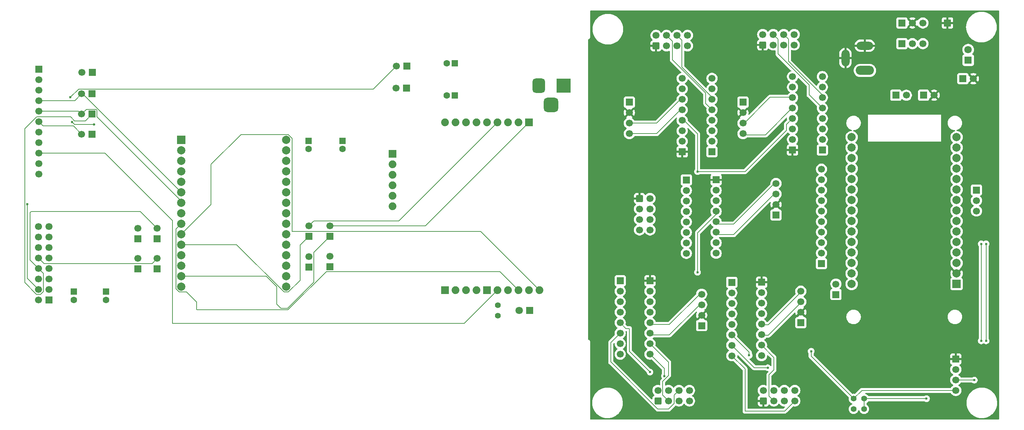
<source format=gbr>
%TF.GenerationSoftware,KiCad,Pcbnew,9.0.3*%
%TF.CreationDate,2026-02-04T18:41:09-06:00*%
%TF.ProjectId,pcblunarroverrfd900x modem,7063626c-756e-4617-9272-6f7665727266,rev?*%
%TF.SameCoordinates,Original*%
%TF.FileFunction,Copper,L4,Bot*%
%TF.FilePolarity,Positive*%
%FSLAX46Y46*%
G04 Gerber Fmt 4.6, Leading zero omitted, Abs format (unit mm)*
G04 Created by KiCad (PCBNEW 9.0.3) date 2026-02-04 18:41:09*
%MOMM*%
%LPD*%
G01*
G04 APERTURE LIST*
G04 Aperture macros list*
%AMRoundRect*
0 Rectangle with rounded corners*
0 $1 Rounding radius*
0 $2 $3 $4 $5 $6 $7 $8 $9 X,Y pos of 4 corners*
0 Add a 4 corners polygon primitive as box body*
4,1,4,$2,$3,$4,$5,$6,$7,$8,$9,$2,$3,0*
0 Add four circle primitives for the rounded corners*
1,1,$1+$1,$2,$3*
1,1,$1+$1,$4,$5*
1,1,$1+$1,$6,$7*
1,1,$1+$1,$8,$9*
0 Add four rect primitives between the rounded corners*
20,1,$1+$1,$2,$3,$4,$5,0*
20,1,$1+$1,$4,$5,$6,$7,0*
20,1,$1+$1,$6,$7,$8,$9,0*
20,1,$1+$1,$8,$9,$2,$3,0*%
G04 Aperture macros list end*
%TA.AperFunction,ComponentPad*%
%ADD10C,1.700000*%
%TD*%
%TA.AperFunction,ComponentPad*%
%ADD11R,1.700000X1.700000*%
%TD*%
%TA.AperFunction,ComponentPad*%
%ADD12RoundRect,0.250000X0.600000X-0.600000X0.600000X0.600000X-0.600000X0.600000X-0.600000X-0.600000X0*%
%TD*%
%TA.AperFunction,ComponentPad*%
%ADD13C,1.800000*%
%TD*%
%TA.AperFunction,ComponentPad*%
%ADD14R,1.800000X1.800000*%
%TD*%
%TA.AperFunction,ComponentPad*%
%ADD15RoundRect,0.250000X-0.600000X-0.600000X0.600000X-0.600000X0.600000X0.600000X-0.600000X0.600000X0*%
%TD*%
%TA.AperFunction,ComponentPad*%
%ADD16C,1.400000*%
%TD*%
%TA.AperFunction,ComponentPad*%
%ADD17C,2.000000*%
%TD*%
%TA.AperFunction,ComponentPad*%
%ADD18R,2.000000X2.000000*%
%TD*%
%TA.AperFunction,ComponentPad*%
%ADD19O,2.000000X4.000000*%
%TD*%
%TA.AperFunction,ComponentPad*%
%ADD20O,4.000000X2.000000*%
%TD*%
%TA.AperFunction,ComponentPad*%
%ADD21O,4.400000X2.200000*%
%TD*%
%TA.AperFunction,ComponentPad*%
%ADD22RoundRect,0.250000X-0.550000X0.550000X-0.550000X-0.550000X0.550000X-0.550000X0.550000X0.550000X0*%
%TD*%
%TA.AperFunction,ComponentPad*%
%ADD23C,1.600000*%
%TD*%
%TA.AperFunction,ComponentPad*%
%ADD24RoundRect,0.250000X0.550000X0.550000X-0.550000X0.550000X-0.550000X-0.550000X0.550000X-0.550000X0*%
%TD*%
%TA.AperFunction,ComponentPad*%
%ADD25R,1.879600X1.879600*%
%TD*%
%TA.AperFunction,ComponentPad*%
%ADD26C,1.879600*%
%TD*%
%TA.AperFunction,ComponentPad*%
%ADD27R,3.500000X3.500000*%
%TD*%
%TA.AperFunction,ComponentPad*%
%ADD28RoundRect,0.750000X-0.750000X-1.000000X0.750000X-1.000000X0.750000X1.000000X-0.750000X1.000000X0*%
%TD*%
%TA.AperFunction,ComponentPad*%
%ADD29RoundRect,0.875000X-0.875000X-0.875000X0.875000X-0.875000X0.875000X0.875000X-0.875000X0.875000X0*%
%TD*%
%TA.AperFunction,ViaPad*%
%ADD30C,0.600000*%
%TD*%
%TA.AperFunction,Conductor*%
%ADD31C,0.200000*%
%TD*%
%TA.AperFunction,Conductor*%
%ADD32C,0.700000*%
%TD*%
G04 APERTURE END LIST*
D10*
%TO.P,R5,2*%
%TO.N,GND*%
X253265000Y-43000000D03*
D11*
%TO.P,R5,1*%
%TO.N,Net-(D1-K)*%
X250725000Y-43000000D03*
%TD*%
D10*
%TO.P,MC1,8,Pin_8*%
%TO.N,5V*%
X176460000Y-32500000D03*
%TO.P,MC1,7,Pin_7*%
%TO.N,Net-(MC1-Pin_7)*%
X179000000Y-32500000D03*
%TO.P,MC1,6,Pin_6*%
%TO.N,Net-(MC1-Pin_6)*%
X181540000Y-32500000D03*
%TO.P,MC1,5,Pin_5*%
%TO.N,Net-(MC1-Pin_5)*%
X184080000Y-32500000D03*
%TO.P,MC1,4,Pin_4*%
%TO.N,Net-(MC1-Pin_4)*%
X184080000Y-35040000D03*
%TO.P,MC1,3,Pin_3*%
%TO.N,Net-(MC1-Pin_3)*%
X181540000Y-35040000D03*
%TO.P,MC1,2,Pin_2*%
%TO.N,Net-(MC1-Pin_2)*%
X179000000Y-35040000D03*
D12*
%TO.P,MC1,1,Pin_1*%
%TO.N,GND*%
X176460000Y-35040000D03*
%TD*%
D13*
%TO.P,D1,2,A*%
%TO.N,5V*%
X252000000Y-35960000D03*
D14*
%TO.P,D1,1,K*%
%TO.N,Net-(D1-K)*%
X252000000Y-38500000D03*
%TD*%
D11*
%TO.P,SW5,16,Vdd*%
%TO.N,GND*%
X175000000Y-91920000D03*
D10*
%TO.P,SW5,15,GND*%
%TO.N,5V*%
X175000000Y-94460000D03*
%TO.P,SW5,14,SDA*%
%TO.N,SCL*%
X175000000Y-97000000D03*
%TO.P,SW5,13,SCL*%
%TO.N,SDA*%
X175000000Y-99540000D03*
%TO.P,SW5,12,AIN7*%
%TO.N,Net-(RE5-Pin_4)*%
X175000000Y-102080000D03*
%TO.P,SW5,11,AIN6*%
%TO.N,Net-(RE5-Pin_3)*%
X175000000Y-104620000D03*
%TO.P,SW5,10,AIN5*%
%TO.N,Net-(MC5-Pin_2)*%
X175000000Y-107160000D03*
%TO.P,SW5,9,AIN4*%
%TO.N,Net-(MC5-Pin_3)*%
X175000000Y-109700000D03*
%TO.P,SW5,8,AIN3*%
%TO.N,Net-(MC5-Pin_4)*%
X167790000Y-109710000D03*
%TO.P,SW5,7,AIN2*%
%TO.N,Net-(MC5-Pin_5)*%
X167790000Y-107170000D03*
%TO.P,SW5,6,AIN1*%
%TO.N,Net-(MC5-Pin_6)*%
X167790000Y-104630000D03*
%TO.P,SW5,5,AIN0*%
%TO.N,Net-(MC5-Pin_7)*%
X167790000Y-102090000D03*
%TO.P,SW5,4,AIN8*%
%TO.N,unconnected-(SW5-AIN8-Pad4)*%
X167790000Y-99550000D03*
%TO.P,SW5,3,AIN9*%
%TO.N,unconnected-(SW5-AIN9-Pad3)*%
X167790000Y-97010000D03*
%TO.P,SW5,2,AIN10*%
%TO.N,unconnected-(SW5-AIN10-Pad2)*%
X167790000Y-94470000D03*
D11*
%TO.P,SW5,1,AIN11*%
%TO.N,unconnected-(SW5-AIN11-Pad1)*%
X167790000Y-91930000D03*
%TD*%
%TO.P,SW4,16,Vdd*%
%TO.N,GND*%
X191000000Y-67500000D03*
D10*
%TO.P,SW4,15,GND*%
%TO.N,5V*%
X191000000Y-70040000D03*
%TO.P,SW4,14,SDA*%
%TO.N,SCL*%
X191000000Y-72580000D03*
%TO.P,SW4,13,SCL*%
%TO.N,SDA*%
X191000000Y-75120000D03*
%TO.P,SW4,12,AIN7*%
%TO.N,Net-(RE4-Pin_4)*%
X191000000Y-77660000D03*
%TO.P,SW4,11,AIN6*%
%TO.N,Net-(RE4-Pin_3)*%
X191000000Y-80200000D03*
%TO.P,SW4,10,AIN5*%
%TO.N,Net-(MC4-Pin_2)*%
X191000000Y-82740000D03*
%TO.P,SW4,9,AIN4*%
%TO.N,Net-(MC4-Pin_3)*%
X191000000Y-85280000D03*
%TO.P,SW4,8,AIN3*%
%TO.N,Net-(MC4-Pin_4)*%
X183790000Y-85290000D03*
%TO.P,SW4,7,AIN2*%
%TO.N,Net-(MC4-Pin_5)*%
X183790000Y-82750000D03*
%TO.P,SW4,6,AIN1*%
%TO.N,Net-(MC4-Pin_6)*%
X183790000Y-80210000D03*
%TO.P,SW4,5,AIN0*%
%TO.N,Net-(MC4-Pin_7)*%
X183790000Y-77670000D03*
%TO.P,SW4,4,AIN8*%
%TO.N,unconnected-(SW4-AIN8-Pad4)*%
X183790000Y-75130000D03*
%TO.P,SW4,3,AIN9*%
%TO.N,unconnected-(SW4-AIN9-Pad3)*%
X183790000Y-72590000D03*
%TO.P,SW4,2,AIN10*%
%TO.N,unconnected-(SW4-AIN10-Pad2)*%
X183790000Y-70050000D03*
D11*
%TO.P,SW4,1,AIN11*%
%TO.N,unconnected-(SW4-AIN11-Pad1)*%
X183790000Y-67510000D03*
%TD*%
D10*
%TO.P,RE2,4,Pin_4*%
%TO.N,Net-(RE2-Pin_4)*%
X197500000Y-56310000D03*
%TO.P,RE2,3,Pin_3*%
%TO.N,Net-(RE2-Pin_3)*%
X197500000Y-53770000D03*
%TO.P,RE2,2,Pin_2*%
%TO.N,GND*%
X197500000Y-51230000D03*
D11*
%TO.P,RE2,1,Pin_1*%
%TO.N,5V*%
X197500000Y-48690000D03*
%TD*%
D10*
%TO.P,MC4,8,Pin_8*%
%TO.N,5V*%
X175000000Y-72000000D03*
%TO.P,MC4,7,Pin_7*%
%TO.N,Net-(MC4-Pin_7)*%
X175000000Y-74540000D03*
%TO.P,MC4,6,Pin_6*%
%TO.N,Net-(MC4-Pin_6)*%
X175000000Y-77080000D03*
%TO.P,MC4,5,Pin_5*%
%TO.N,Net-(MC4-Pin_5)*%
X175000000Y-79620000D03*
%TO.P,MC4,4,Pin_4*%
%TO.N,Net-(MC4-Pin_4)*%
X172460000Y-79620000D03*
%TO.P,MC4,3,Pin_3*%
%TO.N,Net-(MC4-Pin_3)*%
X172460000Y-77080000D03*
%TO.P,MC4,2,Pin_2*%
%TO.N,Net-(MC4-Pin_2)*%
X172460000Y-74540000D03*
D15*
%TO.P,MC4,1,Pin_1*%
%TO.N,GND*%
X172460000Y-72000000D03*
%TD*%
D16*
%TO.P,R1,2*%
%TO.N,3.3V*%
X226820000Y-123000000D03*
%TO.P,R1,1*%
%TO.N,SCL*%
X224280000Y-123000000D03*
%TD*%
D10*
%TO.P,R3,2*%
%TO.N,GND*%
X243765000Y-47000000D03*
D11*
%TO.P,R3,1*%
%TO.N,Net-(U1-D2)*%
X241225000Y-47000000D03*
%TD*%
%TO.P,J2,1,Pin_1*%
%TO.N,GND*%
X247000000Y-29500000D03*
%TD*%
D10*
%TO.P,MC2,8,Pin_8*%
%TO.N,5V*%
X202280000Y-32280000D03*
%TO.P,MC2,7,Pin_7*%
%TO.N,Net-(MC2-Pin_7)*%
X204820000Y-32280000D03*
%TO.P,MC2,6,Pin_6*%
%TO.N,Net-(MC2-Pin_6)*%
X207360000Y-32280000D03*
%TO.P,MC2,5,Pin_5*%
%TO.N,Net-(MC2-Pin_5)*%
X209900000Y-32280000D03*
%TO.P,MC2,4,Pin_4*%
%TO.N,Net-(MC2-Pin_4)*%
X209900000Y-34820000D03*
%TO.P,MC2,3,Pin_3*%
%TO.N,Net-(MC2-Pin_3)*%
X207360000Y-34820000D03*
%TO.P,MC2,2,Pin_2*%
%TO.N,Net-(MC2-Pin_2)*%
X204820000Y-34820000D03*
D12*
%TO.P,MC2,1,Pin_1*%
%TO.N,GND*%
X202280000Y-34820000D03*
%TD*%
D10*
%TO.P,RE1,4,Pin_4*%
%TO.N,Net-(RE1-Pin_4)*%
X170000000Y-56310000D03*
%TO.P,RE1,3,Pin_3*%
%TO.N,Net-(RE1-Pin_3)*%
X170000000Y-53770000D03*
%TO.P,RE1,2,Pin_2*%
%TO.N,GND*%
X170000000Y-51230000D03*
D11*
%TO.P,RE1,1,Pin_1*%
%TO.N,5V*%
X170000000Y-48690000D03*
%TD*%
%TO.P,SW2,16,Vdd*%
%TO.N,GND*%
X209500000Y-60280000D03*
D10*
%TO.P,SW2,15,GND*%
%TO.N,5V*%
X209500000Y-57740000D03*
%TO.P,SW2,14,SDA*%
%TO.N,SCL*%
X209500000Y-55200000D03*
%TO.P,SW2,13,SCL*%
%TO.N,SDA*%
X209500000Y-52660000D03*
%TO.P,SW2,12,AIN7*%
%TO.N,Net-(RE2-Pin_4)*%
X209500000Y-50120000D03*
%TO.P,SW2,11,AIN6*%
%TO.N,Net-(RE2-Pin_3)*%
X209500000Y-47580000D03*
%TO.P,SW2,10,AIN5*%
%TO.N,Net-(MC2-Pin_2)*%
X209500000Y-45040000D03*
%TO.P,SW2,9,AIN4*%
%TO.N,Net-(MC2-Pin_3)*%
X209500000Y-42500000D03*
%TO.P,SW2,8,AIN3*%
%TO.N,Net-(MC2-Pin_4)*%
X216710000Y-42490000D03*
%TO.P,SW2,7,AIN2*%
%TO.N,Net-(MC2-Pin_5)*%
X216710000Y-45030000D03*
%TO.P,SW2,6,AIN1*%
%TO.N,Net-(MC2-Pin_6)*%
X216710000Y-47570000D03*
%TO.P,SW2,5,AIN0*%
%TO.N,Net-(MC2-Pin_7)*%
X216710000Y-50110000D03*
%TO.P,SW2,4,AIN8*%
%TO.N,unconnected-(SW2-AIN8-Pad4)*%
X216710000Y-52650000D03*
%TO.P,SW2,3,AIN9*%
%TO.N,unconnected-(SW2-AIN9-Pad3)*%
X216710000Y-55190000D03*
%TO.P,SW2,2,AIN10*%
%TO.N,unconnected-(SW2-AIN10-Pad2)*%
X216710000Y-57730000D03*
D11*
%TO.P,SW2,1,AIN11*%
%TO.N,unconnected-(SW2-AIN11-Pad1)*%
X216710000Y-60270000D03*
%TD*%
D10*
%TO.P,J7,3,Pin_3*%
%TO.N,5V*%
X241040000Y-34500000D03*
%TO.P,J7,2,Pin_2*%
%TO.N,Vin*%
X238500000Y-34500000D03*
D11*
%TO.P,J7,1,Pin_1*%
%TO.N,Net-(J7-Pin_1)*%
X235960000Y-34500000D03*
%TD*%
D16*
%TO.P,R2,2*%
%TO.N,3.3V*%
X226820000Y-120500000D03*
%TO.P,R2,1*%
%TO.N,SDA*%
X224280000Y-120500000D03*
%TD*%
D10*
%TO.P,RE5,4,Pin_4*%
%TO.N,Net-(RE5-Pin_4)*%
X187500000Y-95190000D03*
%TO.P,RE5,3,Pin_3*%
%TO.N,Net-(RE5-Pin_3)*%
X187500000Y-97730000D03*
%TO.P,RE5,2,Pin_2*%
%TO.N,GND*%
X187500000Y-100270000D03*
D11*
%TO.P,RE5,1,Pin_1*%
%TO.N,5V*%
X187500000Y-102810000D03*
%TD*%
D10*
%TO.P,MC5,8,Pin_8*%
%TO.N,5V*%
X176920000Y-118500000D03*
%TO.P,MC5,7,Pin_7*%
%TO.N,Net-(MC5-Pin_7)*%
X179460000Y-118500000D03*
%TO.P,MC5,6,Pin_6*%
%TO.N,Net-(MC5-Pin_6)*%
X182000000Y-118500000D03*
%TO.P,MC5,5,Pin_5*%
%TO.N,Net-(MC5-Pin_5)*%
X184540000Y-118500000D03*
%TO.P,MC5,4,Pin_4*%
%TO.N,Net-(MC5-Pin_4)*%
X184540000Y-121040000D03*
%TO.P,MC5,3,Pin_3*%
%TO.N,Net-(MC5-Pin_3)*%
X182000000Y-121040000D03*
%TO.P,MC5,2,Pin_2*%
%TO.N,Net-(MC5-Pin_2)*%
X179460000Y-121040000D03*
D12*
%TO.P,MC5,1,Pin_1*%
%TO.N,GND*%
X176920000Y-121040000D03*
%TD*%
D10*
%TO.P,J6,2,Pin_2*%
%TO.N,ESP32Feeder*%
X220000000Y-92735000D03*
D11*
%TO.P,J6,1,Pin_1*%
%TO.N,5V*%
X220000000Y-95275000D03*
%TD*%
D10*
%TO.P,RE4,4,Pin_4*%
%TO.N,Net-(RE4-Pin_4)*%
X205500000Y-68380000D03*
%TO.P,RE4,3,Pin_3*%
%TO.N,Net-(RE4-Pin_3)*%
X205500000Y-70920000D03*
%TO.P,RE4,2,Pin_2*%
%TO.N,GND*%
X205500000Y-73460000D03*
D11*
%TO.P,RE4,1,Pin_1*%
%TO.N,5V*%
X205500000Y-76000000D03*
%TD*%
D10*
%TO.P,OLED1,4,Pin_4*%
%TO.N,SDA*%
X249000000Y-118500000D03*
%TO.P,OLED1,3,Pin_3*%
%TO.N,SCL*%
X249000000Y-115960000D03*
%TO.P,OLED1,2,Pin_2*%
%TO.N,3.3V*%
X249000000Y-113420000D03*
D11*
%TO.P,OLED1,1,Pin_1*%
%TO.N,GND*%
X249000000Y-110880000D03*
%TD*%
%TO.P,SW3,16,Vdd*%
%TO.N,GND*%
X202000000Y-92300000D03*
D10*
%TO.P,SW3,15,GND*%
%TO.N,5V*%
X202000000Y-94840000D03*
%TO.P,SW3,14,SDA*%
%TO.N,SCL*%
X202000000Y-97380000D03*
%TO.P,SW3,13,SCL*%
%TO.N,SDA*%
X202000000Y-99920000D03*
%TO.P,SW3,12,AIN7*%
%TO.N,Net-(RE3-Pin_4)*%
X202000000Y-102460000D03*
%TO.P,SW3,11,AIN6*%
%TO.N,Net-(RE3-Pin_3)*%
X202000000Y-105000000D03*
%TO.P,SW3,10,AIN5*%
%TO.N,Net-(MC3-Pin_2)*%
X202000000Y-107540000D03*
%TO.P,SW3,9,AIN4*%
%TO.N,Net-(MC3-Pin_3)*%
X202000000Y-110080000D03*
%TO.P,SW3,8,AIN3*%
%TO.N,Net-(MC3-Pin_4)*%
X194790000Y-110090000D03*
%TO.P,SW3,7,AIN2*%
%TO.N,Net-(MC3-Pin_5)*%
X194790000Y-107550000D03*
%TO.P,SW3,6,AIN1*%
%TO.N,Net-(MC3-Pin_6)*%
X194790000Y-105010000D03*
%TO.P,SW3,5,AIN0*%
%TO.N,Net-(MC3-Pin_7)*%
X194790000Y-102470000D03*
%TO.P,SW3,4,AIN8*%
%TO.N,unconnected-(SW3-AIN8-Pad4)*%
X194790000Y-99930000D03*
%TO.P,SW3,3,AIN9*%
%TO.N,unconnected-(SW3-AIN9-Pad3)*%
X194790000Y-97390000D03*
%TO.P,SW3,2,AIN10*%
%TO.N,unconnected-(SW3-AIN10-Pad2)*%
X194790000Y-94850000D03*
D11*
%TO.P,SW3,1,AIN11*%
%TO.N,unconnected-(SW3-AIN11-Pad1)*%
X194790000Y-92310000D03*
%TD*%
D10*
%TO.P,R4,2*%
%TO.N,Net-(U1-D2)*%
X237040000Y-47000000D03*
D11*
%TO.P,R4,1*%
%TO.N,Vin*%
X234500000Y-47000000D03*
%TD*%
D17*
%TO.P,U1,30,VIN*%
%TO.N,ESP32Feeder*%
X223800000Y-92715000D03*
%TO.P,U1,29,GND__1*%
%TO.N,unconnected-(U1-GND__1-Pad29)*%
X223800000Y-90175000D03*
%TO.P,U1,28,D13*%
%TO.N,Net-(J4-Pin_1)*%
X223800000Y-87635000D03*
%TO.P,U1,27,D12*%
%TO.N,Net-(J4-Pin_2)*%
X223800000Y-85095000D03*
%TO.P,U1,26,D14*%
%TO.N,Net-(J4-Pin_3)*%
X223800000Y-82555000D03*
%TO.P,U1,25,D27*%
%TO.N,Net-(J4-Pin_4)*%
X223800000Y-80015000D03*
%TO.P,U1,24,D26*%
%TO.N,Net-(J4-Pin_5)*%
X223800000Y-77475000D03*
%TO.P,U1,23,D25*%
%TO.N,Net-(J4-Pin_6)*%
X223800000Y-74935000D03*
%TO.P,U1,22,D33*%
%TO.N,Net-(J4-Pin_7)*%
X223800000Y-72395000D03*
%TO.P,U1,21,D32*%
%TO.N,Net-(J4-Pin_8)*%
X223800000Y-69855000D03*
%TO.P,U1,20,D35*%
%TO.N,Net-(J4-Pin_9)*%
X223800000Y-67315000D03*
%TO.P,U1,19,D34*%
%TO.N,Net-(J4-Pin_10)*%
X223800000Y-64775000D03*
%TO.P,U1,18,VN*%
%TO.N,unconnected-(U1-VN-Pad18)*%
X223800000Y-62235000D03*
%TO.P,U1,17,VP*%
%TO.N,unconnected-(U1-VP-Pad17)*%
X223800000Y-59695000D03*
%TO.P,U1,16,EN*%
%TO.N,unconnected-(U1-EN-Pad16)*%
X223800000Y-57155000D03*
%TO.P,U1,15,D23*%
%TO.N,unconnected-(U1-D23-Pad15)*%
X249200000Y-57155000D03*
%TO.P,U1,14,D22*%
%TO.N,SCL*%
X249200000Y-59695000D03*
%TO.P,U1,13,TX0*%
%TO.N,unconnected-(U1-TX0-Pad13)*%
X249200000Y-62235000D03*
%TO.P,U1,12,RX0*%
%TO.N,unconnected-(U1-RX0-Pad12)*%
X249200000Y-64775000D03*
%TO.P,U1,11,D21*%
%TO.N,SDA*%
X249200000Y-67315000D03*
%TO.P,U1,10,D19*%
%TO.N,Net-(J5-Pin_1)*%
X249200000Y-69855000D03*
%TO.P,U1,9,D18*%
%TO.N,Net-(J5-Pin_2)*%
X249200000Y-72395000D03*
%TO.P,U1,8,D5*%
%TO.N,Net-(J5-Pin_3)*%
X249200000Y-74935000D03*
%TO.P,U1,7,TX2*%
%TO.N,unconnected-(U1-TX2-Pad7)*%
X249200000Y-77475000D03*
%TO.P,U1,6,RX2*%
%TO.N,unconnected-(U1-RX2-Pad6)*%
X249200000Y-80015000D03*
%TO.P,U1,5,D4*%
%TO.N,unconnected-(U1-D4-Pad5)*%
X249200000Y-82555000D03*
%TO.P,U1,4,D2*%
%TO.N,Net-(U1-D2)*%
X249200000Y-85095000D03*
%TO.P,U1,3,D15*%
%TO.N,unconnected-(U1-D15-Pad3)*%
X249200000Y-87635000D03*
%TO.P,U1,2,GND*%
%TO.N,GND*%
X249200000Y-90175000D03*
D18*
%TO.P,U1,1,3V3*%
%TO.N,3.3V*%
X249200000Y-92715000D03*
%TD*%
D10*
%TO.P,RE3,4,Pin_4*%
%TO.N,Net-(RE3-Pin_4)*%
X211500000Y-94460000D03*
%TO.P,RE3,3,Pin_3*%
%TO.N,Net-(RE3-Pin_3)*%
X211500000Y-97000000D03*
%TO.P,RE3,2,Pin_2*%
%TO.N,GND*%
X211500000Y-99540000D03*
D11*
%TO.P,RE3,1,Pin_1*%
%TO.N,5V*%
X211500000Y-102080000D03*
%TD*%
D10*
%TO.P,J4,10,Pin_10*%
%TO.N,Net-(J4-Pin_10)*%
X216500000Y-64920000D03*
%TO.P,J4,9,Pin_9*%
%TO.N,Net-(J4-Pin_9)*%
X216500000Y-67460000D03*
%TO.P,J4,8,Pin_8*%
%TO.N,Net-(J4-Pin_8)*%
X216500000Y-70000000D03*
%TO.P,J4,7,Pin_7*%
%TO.N,Net-(J4-Pin_7)*%
X216500000Y-72540000D03*
%TO.P,J4,6,Pin_6*%
%TO.N,Net-(J4-Pin_6)*%
X216500000Y-75080000D03*
%TO.P,J4,5,Pin_5*%
%TO.N,Net-(J4-Pin_5)*%
X216500000Y-77620000D03*
%TO.P,J4,4,Pin_4*%
%TO.N,Net-(J4-Pin_4)*%
X216500000Y-80160000D03*
%TO.P,J4,3,Pin_3*%
%TO.N,Net-(J4-Pin_3)*%
X216500000Y-82700000D03*
%TO.P,J4,2,Pin_2*%
%TO.N,Net-(J4-Pin_2)*%
X216500000Y-85240000D03*
D11*
%TO.P,J4,1,Pin_1*%
%TO.N,Net-(J4-Pin_1)*%
X216500000Y-87780000D03*
%TD*%
%TO.P,SW1,16,Vdd*%
%TO.N,GND*%
X182790000Y-60710000D03*
D10*
%TO.P,SW1,15,GND*%
%TO.N,5V*%
X182790000Y-58170000D03*
%TO.P,SW1,14,SDA*%
%TO.N,SCL*%
X182790000Y-55630000D03*
%TO.P,SW1,13,SCL*%
%TO.N,SDA*%
X182790000Y-53090000D03*
%TO.P,SW1,12,AIN7*%
%TO.N,Net-(RE1-Pin_4)*%
X182790000Y-50550000D03*
%TO.P,SW1,11,AIN6*%
%TO.N,Net-(RE1-Pin_3)*%
X182790000Y-48010000D03*
%TO.P,SW1,10,AIN5*%
%TO.N,Net-(MC1-Pin_2)*%
X182790000Y-45470000D03*
%TO.P,SW1,9,AIN4*%
%TO.N,Net-(MC1-Pin_3)*%
X182790000Y-42930000D03*
%TO.P,SW1,8,AIN3*%
%TO.N,Net-(MC1-Pin_4)*%
X190000000Y-42920000D03*
%TO.P,SW1,7,AIN2*%
%TO.N,Net-(MC1-Pin_5)*%
X190000000Y-45460000D03*
%TO.P,SW1,6,AIN1*%
%TO.N,Net-(MC1-Pin_6)*%
X190000000Y-48000000D03*
%TO.P,SW1,5,AIN0*%
%TO.N,Net-(MC1-Pin_7)*%
X190000000Y-50540000D03*
%TO.P,SW1,4,AIN8*%
%TO.N,unconnected-(SW1-AIN8-Pad4)*%
X190000000Y-53080000D03*
%TO.P,SW1,3,AIN9*%
%TO.N,unconnected-(SW1-AIN9-Pad3)*%
X190000000Y-55620000D03*
%TO.P,SW1,2,AIN10*%
%TO.N,unconnected-(SW1-AIN10-Pad2)*%
X190000000Y-58160000D03*
D11*
%TO.P,SW1,1,AIN11*%
%TO.N,unconnected-(SW1-AIN11-Pad1)*%
X190000000Y-60700000D03*
%TD*%
D10*
%TO.P,MC3,8,Pin_8*%
%TO.N,5V*%
X202420000Y-118500000D03*
%TO.P,MC3,7,Pin_7*%
%TO.N,Net-(MC3-Pin_7)*%
X204960000Y-118500000D03*
%TO.P,MC3,6,Pin_6*%
%TO.N,Net-(MC3-Pin_6)*%
X207500000Y-118500000D03*
%TO.P,MC3,5,Pin_5*%
%TO.N,Net-(MC3-Pin_5)*%
X210040000Y-118500000D03*
%TO.P,MC3,4,Pin_4*%
%TO.N,Net-(MC3-Pin_4)*%
X210040000Y-121040000D03*
%TO.P,MC3,3,Pin_3*%
%TO.N,Net-(MC3-Pin_3)*%
X207500000Y-121040000D03*
%TO.P,MC3,2,Pin_2*%
%TO.N,Net-(MC3-Pin_2)*%
X204960000Y-121040000D03*
D12*
%TO.P,MC3,1,Pin_1*%
%TO.N,GND*%
X202420000Y-121040000D03*
%TD*%
D10*
%TO.P,J5,3,Pin_3*%
%TO.N,Net-(J5-Pin_3)*%
X254000000Y-75040000D03*
%TO.P,J5,2,Pin_2*%
%TO.N,Net-(J5-Pin_2)*%
X254000000Y-72500000D03*
D11*
%TO.P,J5,1,Pin_1*%
%TO.N,Net-(J5-Pin_1)*%
X254000000Y-69960000D03*
%TD*%
D19*
%TO.P,J1,3*%
%TO.N,GND*%
X222300000Y-38000000D03*
D20*
%TO.P,J1,2*%
X227000000Y-35000000D03*
D21*
%TO.P,J1,1*%
%TO.N,Vin*%
X227000000Y-41000000D03*
%TD*%
D10*
%TO.P,U3,3,OUT*%
%TO.N,5V*%
X241040000Y-29500000D03*
%TO.P,U3,2,GND*%
%TO.N,GND*%
X238500000Y-29500000D03*
D11*
%TO.P,U3,1,IN*%
%TO.N,Net-(J7-Pin_1)*%
X235960000Y-29500000D03*
%TD*%
D16*
%TO.P,1k,1*%
%TO.N,RTK-jet*%
X138150253Y-97849747D03*
%TO.P,1k,2*%
%TO.N,Net-(D1-A)*%
X138150253Y-100389747D03*
%TD*%
D11*
%TO.P,J14,1,Pin_1*%
%TO.N,SDA*%
X92450253Y-81174747D03*
D10*
%TO.P,J14,2,Pin_2*%
%TO.N,Net-(J11-Pin_1)*%
X92450253Y-78634747D03*
%TD*%
D22*
%TO.P,10uF2,1*%
%TO.N,+5V*%
X92350253Y-58049747D03*
D23*
%TO.P,10uF2,2*%
%TO.N,GND*%
X92350253Y-60049747D03*
%TD*%
D11*
%TO.P,J10,1,Pin_1*%
%TO.N,Net-(J10-Pin_1)*%
X40030253Y-41449747D03*
D10*
%TO.P,J10,2,Pin_2*%
%TO.N,CTS-jet*%
X37490253Y-41449747D03*
%TD*%
D22*
%TO.P,1000uf1,1*%
%TO.N,+5V*%
X35550253Y-94549747D03*
D23*
%TO.P,1000uf1,2*%
%TO.N,GND*%
X35550253Y-96549747D03*
%TD*%
D11*
%TO.P,J3,1,Pin_1*%
%TO.N,CTS-esp*%
X51050253Y-81749747D03*
D10*
%TO.P,J3,2,Pin_2*%
%TO.N,Net-(J10-Pin_1)*%
X51050253Y-79209747D03*
%TD*%
D11*
%TO.P,J4,1,Pin_1*%
%TO.N,RX-esp*%
X55750253Y-81749747D03*
D10*
%TO.P,J4,2,Pin_2*%
%TO.N,Net-(J2-Pin_8)*%
X55750253Y-79209747D03*
%TD*%
D11*
%TO.P,J9,1,Pin_1*%
%TO.N,Net-(J2-Pin_10)*%
X39990253Y-46649747D03*
D10*
%TO.P,J9,2,Pin_2*%
%TO.N,TX-jet*%
X37450253Y-46649747D03*
%TD*%
D24*
%TO.P,10uF1,1*%
%TO.N,+5V*%
X127800253Y-47049747D03*
D23*
%TO.P,10uF1,2*%
%TO.N,GND*%
X125800253Y-47049747D03*
%TD*%
D18*
%TO.P,U1,1,3V3*%
%TO.N,unconnected-(U1-3V3-Pad1)*%
X61550253Y-57809747D03*
D17*
%TO.P,U1,2,GND*%
%TO.N,GND*%
X61550253Y-60349747D03*
%TO.P,U1,3,D15*%
%TO.N,unconnected-(U1-D15-Pad3)*%
X61550253Y-62889747D03*
%TO.P,U1,4,D2*%
%TO.N,unconnected-(U1-D2-Pad4)*%
X61550253Y-65429747D03*
%TO.P,U1,5,D4*%
%TO.N,unconnected-(U1-D4-Pad5)*%
X61550253Y-67969747D03*
%TO.P,U1,6,RX2*%
%TO.N,TX-jet*%
X61550253Y-70509747D03*
%TO.P,U1,7,TX2*%
%TO.N,RX-jet*%
X61550253Y-73049747D03*
%TO.P,U1,8,D5*%
%TO.N,unconnected-(U1-D5-Pad8)*%
X61550253Y-75589747D03*
%TO.P,U1,9,D18*%
%TO.N,RST*%
X61550253Y-78129747D03*
%TO.P,U1,10,D19*%
%TO.N,INT*%
X61550253Y-80669747D03*
%TO.P,U1,11,D21*%
%TO.N,SDA*%
X61550253Y-83209747D03*
%TO.P,U1,12,RX0*%
%TO.N,RX-esp*%
X61550253Y-85749747D03*
%TO.P,U1,13,TX0*%
%TO.N,TX-esp*%
X61550253Y-88289747D03*
%TO.P,U1,14,D22*%
%TO.N,SCL*%
X61550253Y-90829747D03*
%TO.P,U1,15,D23*%
%TO.N,RTS-esp*%
X61550253Y-93369747D03*
%TO.P,U1,16,EN*%
%TO.N,unconnected-(U1-EN-Pad16)*%
X86950253Y-93369747D03*
%TO.P,U1,17,VP*%
%TO.N,unconnected-(U1-VP-Pad17)*%
X86950253Y-90829747D03*
%TO.P,U1,18,VN*%
%TO.N,unconnected-(U1-VN-Pad18)*%
X86950253Y-88289747D03*
%TO.P,U1,19,D34*%
%TO.N,unconnected-(U1-D34-Pad19)*%
X86950253Y-85749747D03*
%TO.P,U1,20,D35*%
%TO.N,unconnected-(U1-D35-Pad20)*%
X86950253Y-83209747D03*
%TO.P,U1,21,D32*%
%TO.N,unconnected-(U1-D32-Pad21)*%
X86950253Y-80669747D03*
%TO.P,U1,22,D33*%
%TO.N,unconnected-(U1-D33-Pad22)*%
X86950253Y-78129747D03*
%TO.P,U1,23,D25*%
%TO.N,CTS-esp*%
X86950253Y-75589747D03*
%TO.P,U1,24,D26*%
%TO.N,unconnected-(U1-D26-Pad24)*%
X86950253Y-73049747D03*
%TO.P,U1,25,D27*%
%TO.N,unconnected-(U1-D27-Pad25)*%
X86950253Y-70509747D03*
%TO.P,U1,26,D14*%
%TO.N,unconnected-(U1-D14-Pad26)*%
X86950253Y-67969747D03*
%TO.P,U1,27,D12*%
%TO.N,unconnected-(U1-D12-Pad27)*%
X86950253Y-65429747D03*
%TO.P,U1,28,D13*%
%TO.N,unconnected-(U1-D13-Pad28)*%
X86950253Y-62889747D03*
%TO.P,U1,29,GND*%
%TO.N,GND*%
X86950253Y-60349747D03*
%TO.P,U1,30,VIN*%
%TO.N,+5V*%
X86950253Y-57809747D03*
%TD*%
D25*
%TO.P,U2,J1_1*%
%TO.N,N/C*%
X112730253Y-61169747D03*
D26*
%TO.P,U2,J1_2,TX2_J1*%
%TO.N,unconnected-(U2A-TX2_J1-PadJ1_2)*%
X112730253Y-63709747D03*
%TO.P,U2,J1_3,RX2_J1*%
%TO.N,unconnected-(U2A-RX2_J1-PadJ1_3)*%
X112730253Y-66249747D03*
%TO.P,U2,J1_4,3.3V_J1*%
%TO.N,unconnected-(U2A-3.3V_J1-PadJ1_4)*%
X112730253Y-68789747D03*
%TO.P,U2,J1_5*%
%TO.N,N/C*%
X112730253Y-71329747D03*
%TO.P,U2,J1_6,GND_J1*%
%TO.N,GND*%
X112730253Y-73869747D03*
D25*
%TO.P,U2,J3_1,GND_J3*%
%TO.N,unconnected-(U2B-GND_J3-PadJ3_1)*%
X125430253Y-94189747D03*
D26*
%TO.P,U2,J3_2,3.3V_J3*%
%TO.N,unconnected-(U2B-3.3V_J3-PadJ3_2)*%
X127970253Y-94189747D03*
%TO.P,U2,J3_3,SDA/~{CS}_J3*%
%TO.N,unconnected-(U2B-SDA{slash}~{CS}_J3-PadJ3_3)*%
X130510253Y-94189747D03*
%TO.P,U2,J3_4,SCL/SCK_J3*%
%TO.N,unconnected-(U2B-SCL{slash}SCK_J3-PadJ3_4)*%
X133050253Y-94189747D03*
D25*
%TO.P,U2,J6_1,FENCE_STAT*%
%TO.N,unconnected-(U2C-FENCE_STAT-PadJ6_1)*%
X135590253Y-94189747D03*
D26*
%TO.P,U2,J6_2,RTK_STAT*%
%TO.N,RTK-jet*%
X138130253Y-94189747D03*
%TO.P,U2,J6_3,PPS*%
%TO.N,unconnected-(U2C-PPS-PadJ6_3)*%
X140670253Y-94189747D03*
%TO.P,U2,J6_4,~{RESET}*%
%TO.N,RST*%
X143210253Y-94189747D03*
%TO.P,U2,J6_5,~{SAFE}*%
%TO.N,unconnected-(U2C-~{SAFE}-PadJ6_5)*%
X145750253Y-94189747D03*
%TO.P,U2,J6_6,INT*%
%TO.N,INT*%
X148290253Y-94189747D03*
D25*
%TO.P,U2,J7_1,SCL/SCK_J7*%
%TO.N,Net-(J12-Pin_1)*%
X145750253Y-53549747D03*
D26*
%TO.P,U2,J7_2,TXO/MISO*%
%TO.N,unconnected-(U2D-TXO{slash}MISO-PadJ7_2)*%
X143210253Y-53549747D03*
%TO.P,U2,J7_3,RXI/MOSI*%
%TO.N,unconnected-(U2D-RXI{slash}MOSI-PadJ7_3)*%
X140670253Y-53549747D03*
%TO.P,U2,J7_4,SDA/~{CS}_J7*%
%TO.N,Net-(J11-Pin_1)*%
X138130253Y-53549747D03*
%TO.P,U2,J7_5,RX2_J7*%
%TO.N,Net-(J17-Pin_2)*%
X135590253Y-53549747D03*
%TO.P,U2,J7_6,TX2_J7*%
%TO.N,Net-(J16-Pin_2)*%
X133050253Y-53549747D03*
%TO.P,U2,J7_7,3.3V_J7*%
%TO.N,unconnected-(U2D-3.3V_J7-PadJ7_7)*%
X130510253Y-53549747D03*
%TO.P,U2,J7_8,5V_J7*%
%TO.N,+5V*%
X127970253Y-53549747D03*
%TO.P,U2,J7_9,GND_J7*%
%TO.N,GND*%
X125430253Y-53549747D03*
%TD*%
D11*
%TO.P,J16,1,Pin_1*%
%TO.N,RX2-jet*%
X92450253Y-88589747D03*
D10*
%TO.P,J16,2,Pin_2*%
%TO.N,Net-(J16-Pin_2)*%
X92450253Y-86049747D03*
%TD*%
D11*
%TO.P,J13,1,Pin_1*%
%TO.N,SCL*%
X97550253Y-81149747D03*
D10*
%TO.P,J13,2,Pin_2*%
%TO.N,Net-(J12-Pin_1)*%
X97550253Y-78609747D03*
%TD*%
D14*
%TO.P,D1,1,K*%
%TO.N,GND*%
X145850253Y-99149747D03*
D13*
%TO.P,D1,2,A*%
%TO.N,Net-(D1-A)*%
X143310253Y-99149747D03*
%TD*%
D24*
%TO.P,0.1uF3,1*%
%TO.N,+5V*%
X127800253Y-39299747D03*
D23*
%TO.P,0.1uF3,2*%
%TO.N,GND*%
X125800253Y-39299747D03*
%TD*%
D11*
%TO.P,J17,1,Pin_1*%
%TO.N,TX2-jet*%
X97550253Y-88549747D03*
D10*
%TO.P,J17,2,Pin_2*%
%TO.N,Net-(J17-Pin_2)*%
X97550253Y-86009747D03*
%TD*%
D11*
%TO.P,J5,1,Pin_1*%
%TO.N,TX-esp*%
X55750253Y-89089747D03*
D10*
%TO.P,J5,2,Pin_2*%
%TO.N,Net-(J2-Pin_10)*%
X55750253Y-86549747D03*
%TD*%
D11*
%TO.P,J12,1,Pin_1*%
%TO.N,Net-(J12-Pin_1)*%
X116150253Y-39949747D03*
D10*
%TO.P,J12,2,Pin_2*%
%TO.N,SCL-jet*%
X113610253Y-39949747D03*
%TD*%
D11*
%TO.P,J18,1,Pin_1*%
%TO.N,GND*%
X27050253Y-40689747D03*
D10*
%TO.P,J18,2,Pin_2*%
%TO.N,CTS-jet*%
X27050253Y-43229747D03*
%TO.P,J18,3,Pin_3*%
%TO.N,unconnected-(J18-Pin_3-Pad3)*%
X27050253Y-45769747D03*
%TO.P,J18,4,Pin_4*%
%TO.N,TX-jet*%
X27050253Y-48309747D03*
%TO.P,J18,5,Pin_5*%
%TO.N,RX-jet*%
X27050253Y-50849747D03*
%TO.P,J18,6,Pin_6*%
%TO.N,RTS-jet*%
X27050253Y-53389747D03*
%TO.P,J18,7,Pin_7*%
%TO.N,SDA-jet*%
X27050253Y-55929747D03*
%TO.P,J18,8,Pin_8*%
%TO.N,SCL-jet*%
X27050253Y-58469747D03*
%TO.P,J18,9,Pin_9*%
%TO.N,RTK-jet*%
X27050253Y-61009747D03*
%TO.P,J18,10,Pin_10*%
%TO.N,RX2-jet*%
X27050253Y-63549747D03*
%TO.P,J18,11,Pin_11*%
%TO.N,TX2-jet*%
X27050253Y-66089747D03*
%TD*%
D22*
%TO.P,0.1uF1,1*%
%TO.N,+5V*%
X43305365Y-94544635D03*
D23*
%TO.P,0.1uF1,2*%
%TO.N,GND*%
X43305365Y-96544635D03*
%TD*%
D22*
%TO.P,0.1uf2,1*%
%TO.N,+5V*%
X100550253Y-58049747D03*
D23*
%TO.P,0.1uf2,2*%
%TO.N,GND*%
X100550253Y-60049747D03*
%TD*%
D11*
%TO.P,J6,1,Pin_1*%
%TO.N,RTS-esp*%
X51050253Y-89049747D03*
D10*
%TO.P,J6,2,Pin_2*%
%TO.N,Net-(J2-Pin_12)*%
X51050253Y-86509747D03*
%TD*%
D11*
%TO.P,J8,1,Pin_1*%
%TO.N,Net-(J2-Pin_8)*%
X39990253Y-51549747D03*
D10*
%TO.P,J8,2,Pin_2*%
%TO.N,RX-jet*%
X37450253Y-51549747D03*
%TD*%
D11*
%TO.P,J7,1,Pin_1*%
%TO.N,Net-(J2-Pin_12)*%
X39990253Y-56449747D03*
D10*
%TO.P,J7,2,Pin_2*%
%TO.N,RTS-jet*%
X37450253Y-56449747D03*
%TD*%
D11*
%TO.P,J11,1,Pin_1*%
%TO.N,Net-(J11-Pin_1)*%
X116050253Y-45249747D03*
D10*
%TO.P,J11,2,Pin_2*%
%TO.N,SDA-jet*%
X113510253Y-45249747D03*
%TD*%
D27*
%TO.P,J1,1*%
%TO.N,+5V*%
X154050253Y-44649747D03*
D28*
%TO.P,J1,2*%
%TO.N,GND*%
X148050253Y-44649747D03*
D29*
%TO.P,J1,3*%
%TO.N,unconnected-(J1-Pad3)*%
X151050253Y-49349747D03*
%TD*%
D11*
%TO.P,J2,1,Pin_1*%
%TO.N,unconnected-(J2-Pin_1-Pad1)*%
X29550253Y-96589747D03*
D10*
%TO.P,J2,2,Pin_2*%
%TO.N,GND*%
X27010253Y-96589747D03*
%TO.P,J2,3,Pin_3*%
%TO.N,+5V*%
X29550253Y-94049747D03*
%TO.P,J2,4,Pin_4*%
%TO.N,Net-(J10-Pin_1)*%
X27010253Y-94049747D03*
%TO.P,J2,5,Pin_5*%
%TO.N,unconnected-(J2-Pin_5-Pad5)*%
X29550253Y-91509747D03*
%TO.P,J2,6,Pin_6*%
%TO.N,unconnected-(J2-Pin_6-Pad6)*%
X27010253Y-91509747D03*
%TO.P,J2,7,Pin_7*%
%TO.N,unconnected-(J2-Pin_7-Pad7)*%
X29550253Y-88969747D03*
%TO.P,J2,8,Pin_8*%
%TO.N,Net-(J2-Pin_8)*%
X27010253Y-88969747D03*
%TO.P,J2,9,Pin_9*%
%TO.N,unconnected-(J2-Pin_9-Pad9)*%
X29550253Y-86429747D03*
%TO.P,J2,10,Pin_10*%
%TO.N,Net-(J2-Pin_10)*%
X27010253Y-86429747D03*
%TO.P,J2,11,Pin_11*%
%TO.N,unconnected-(J2-Pin_11-Pad11)*%
X29550253Y-83889747D03*
%TO.P,J2,12,Pin_12*%
%TO.N,Net-(J2-Pin_12)*%
X27010253Y-83889747D03*
%TO.P,J2,13,Pin_13*%
%TO.N,unconnected-(J2-Pin_13-Pad13)*%
X29550253Y-81349747D03*
%TO.P,J2,14,Pin_14*%
%TO.N,unconnected-(J2-Pin_14-Pad14)*%
X27010253Y-81349747D03*
%TO.P,J2,15,Pin_15*%
%TO.N,unconnected-(J2-Pin_15-Pad15)*%
X29550253Y-78809747D03*
%TO.P,J2,16,Pin_16*%
%TO.N,unconnected-(J2-Pin_16-Pad16)*%
X27010253Y-78809747D03*
%TD*%
D30*
%TO.N,Net-(MC3-Pin_5)*%
X203500000Y-113000000D03*
%TO.N,Net-(MC3-Pin_6)*%
X199000000Y-110000000D03*
%TO.N,Net-(MC5-Pin_7)*%
X175000000Y-114040000D03*
%TO.N,Net-(MC5-Pin_3)*%
X178500000Y-115000000D03*
%TO.N,SCL*%
X256328000Y-106500000D03*
X256328000Y-83000000D03*
X253500000Y-116000000D03*
X253500000Y-116000000D03*
%TO.N,SDA*%
X255151000Y-83000000D03*
X214000000Y-109000000D03*
X186500000Y-89874000D03*
X186500000Y-65500000D03*
X255151000Y-106500000D03*
%TO.N,3.3V*%
X241920000Y-120500000D03*
%TO.N,SCL-jet*%
X34750253Y-47449747D03*
%TO.N,TX2-jet*%
X35150253Y-53449747D03*
X40450253Y-54049747D03*
%TO.N,Net-(J10-Pin_1)*%
X24300253Y-73399747D03*
%TD*%
D31*
%TO.N,Net-(MC1-Pin_7)*%
X188500000Y-49040000D02*
X190000000Y-50540000D01*
%TO.N,3.3V*%
X226820000Y-120500000D02*
X226820000Y-123000000D01*
X241920000Y-120500000D02*
X226820000Y-120500000D01*
%TO.N,Net-(RE1-Pin_4)*%
X170500000Y-56310000D02*
X176610000Y-56310000D01*
X176610000Y-56310000D02*
X182790000Y-50130000D01*
%TO.N,Net-(RE1-Pin_3)*%
X182790000Y-47590000D02*
X176610000Y-53770000D01*
X176610000Y-53770000D02*
X170500000Y-53770000D01*
%TO.N,Net-(RE2-Pin_4)*%
X209500000Y-50040000D02*
X202960000Y-56580000D01*
X202960000Y-56580000D02*
X197500000Y-56580000D01*
%TO.N,Net-(RE2-Pin_3)*%
X204040000Y-47500000D02*
X197500000Y-54040000D01*
X209500000Y-47500000D02*
X204040000Y-47500000D01*
%TO.N,Net-(RE3-Pin_4)*%
X203620000Y-102570000D02*
X202210000Y-102570000D01*
X211500000Y-94690000D02*
X203620000Y-102570000D01*
%TO.N,Net-(RE3-Pin_3)*%
X203620000Y-105110000D02*
X202210000Y-105110000D01*
X211500000Y-97230000D02*
X203620000Y-105110000D01*
%TO.N,Net-(RE4-Pin_4)*%
X195270000Y-78230000D02*
X191140000Y-78230000D01*
X205000000Y-68500000D02*
X195270000Y-78230000D01*
%TO.N,Net-(RE4-Pin_3)*%
X195270000Y-80770000D02*
X191140000Y-80770000D01*
X205000000Y-71040000D02*
X195270000Y-80770000D01*
%TO.N,Net-(RE5-Pin_4)*%
X187000000Y-95190000D02*
X179700000Y-102490000D01*
X179700000Y-102490000D02*
X175210000Y-102490000D01*
%TO.N,Net-(RE5-Pin_3)*%
X179700000Y-105030000D02*
X187000000Y-97730000D01*
X175210000Y-105030000D02*
X179700000Y-105030000D01*
%TO.N,Net-(MC1-Pin_7)*%
X180389000Y-33889000D02*
X180389000Y-38389000D01*
X180389000Y-38389000D02*
X188500000Y-46500000D01*
X179000000Y-32500000D02*
X180389000Y-33889000D01*
X188500000Y-46500000D02*
X188500000Y-49040000D01*
%TO.N,Net-(MC1-Pin_6)*%
X190000000Y-47500000D02*
X190000000Y-48000000D01*
X182691000Y-40191000D02*
X190000000Y-47500000D01*
X182691000Y-33651000D02*
X182691000Y-40191000D01*
X181540000Y-32500000D02*
X182691000Y-33651000D01*
%TO.N,Net-(MC2-Pin_6)*%
X208511000Y-33431000D02*
X208511000Y-38791000D01*
X207360000Y-32280000D02*
X208511000Y-33431000D01*
X208511000Y-38791000D02*
X216710000Y-46990000D01*
X216710000Y-46990000D02*
X216710000Y-47570000D01*
%TO.N,Net-(MC2-Pin_7)*%
X204820000Y-32280000D02*
X205971000Y-33431000D01*
X205971000Y-36971000D02*
X213500000Y-44500000D01*
X213500000Y-44500000D02*
X213500000Y-46900000D01*
X205971000Y-33431000D02*
X205971000Y-36971000D01*
X213500000Y-46900000D02*
X216710000Y-50110000D01*
%TO.N,Net-(MC3-Pin_2)*%
X205000000Y-110540000D02*
X202000000Y-107540000D01*
X205000000Y-113500000D02*
X205000000Y-110540000D01*
X204960000Y-121040000D02*
X203809000Y-119889000D01*
X203809000Y-119889000D02*
X203809000Y-114691000D01*
X203809000Y-114691000D02*
X205000000Y-113500000D01*
%TO.N,Net-(MC3-Pin_5)*%
X203500000Y-113000000D02*
X200240000Y-113000000D01*
X200240000Y-113000000D02*
X194790000Y-107550000D01*
%TO.N,Net-(MC3-Pin_4)*%
X210040000Y-121040000D02*
X207580000Y-123500000D01*
X207580000Y-123500000D02*
X198000000Y-123500000D01*
X198000000Y-113300000D02*
X194790000Y-110090000D01*
X198000000Y-123500000D02*
X198000000Y-113300000D01*
%TO.N,Net-(MC3-Pin_6)*%
X199000000Y-110000000D02*
X199000000Y-109220000D01*
X199000000Y-109220000D02*
X194790000Y-105010000D01*
%TO.N,Net-(MC5-Pin_6)*%
X176893840Y-123000000D02*
X165500000Y-111606160D01*
X165500000Y-111606160D02*
X165500000Y-106920000D01*
X180849000Y-121651000D02*
X179500000Y-123000000D01*
X179500000Y-123000000D02*
X176893840Y-123000000D01*
X180849000Y-119651000D02*
X180849000Y-121651000D01*
X182000000Y-118500000D02*
X180849000Y-119651000D01*
X165500000Y-106920000D02*
X167790000Y-104630000D01*
%TO.N,Net-(MC5-Pin_7)*%
X169200000Y-103500000D02*
X167790000Y-102090000D01*
X170000000Y-109040000D02*
X170000000Y-103500000D01*
X175000000Y-114040000D02*
X170000000Y-109040000D01*
X170000000Y-103500000D02*
X169200000Y-103500000D01*
%TO.N,Net-(MC5-Pin_2)*%
X179500000Y-114849943D02*
X179500000Y-111660000D01*
X179460000Y-121040000D02*
X178071000Y-119651000D01*
X179500000Y-111660000D02*
X175000000Y-107160000D01*
X178071000Y-116278943D02*
X179500000Y-114849943D01*
X178071000Y-119651000D02*
X178071000Y-116278943D01*
%TO.N,Net-(MC5-Pin_3)*%
X178500000Y-113200000D02*
X175000000Y-109700000D01*
X178500000Y-115000000D02*
X178500000Y-113200000D01*
%TO.N,SCL*%
X252500000Y-116000000D02*
X252460000Y-115960000D01*
X253500000Y-116000000D02*
X252500000Y-116000000D01*
X256328000Y-106500000D02*
X256328000Y-83000000D01*
X252460000Y-115960000D02*
X249000000Y-115960000D01*
%TO.N,SDA*%
X186500000Y-56380000D02*
X186500000Y-65500000D01*
X208000000Y-54080000D02*
X209500000Y-52580000D01*
X198000000Y-65500000D02*
X208000000Y-55500000D01*
X249000000Y-118500000D02*
X226280000Y-118500000D01*
X248885000Y-67000000D02*
X249200000Y-67315000D01*
X214000000Y-109000000D02*
X214000000Y-110220000D01*
X208000000Y-55500000D02*
X208000000Y-54080000D01*
X214000000Y-110220000D02*
X224280000Y-120500000D01*
X191140000Y-75690000D02*
X186500000Y-80330000D01*
X226280000Y-118500000D02*
X224280000Y-120500000D01*
X255151000Y-106500000D02*
X255151000Y-83000000D01*
X186500000Y-65500000D02*
X198000000Y-65500000D01*
X191140000Y-75690000D02*
X191140000Y-75802760D01*
X182790000Y-52670000D02*
X186500000Y-56380000D01*
X186500000Y-80330000D02*
X186500000Y-89874000D01*
D32*
%TO.N,+5V*%
X127500253Y-38999747D02*
X127800253Y-39299747D01*
D31*
%TO.N,RTK-jet*%
X130070253Y-102249747D02*
X138130253Y-94189747D01*
X59450253Y-102249747D02*
X130070253Y-102249747D01*
X27050253Y-61009747D02*
X43060310Y-61009747D01*
X59450253Y-77399690D02*
X59450253Y-102249747D01*
X43060310Y-61009747D02*
X59450253Y-77399690D01*
%TO.N,RTS-jet*%
X35450253Y-54449747D02*
X28110253Y-54449747D01*
X37450253Y-56449747D02*
X35450253Y-54449747D01*
X28110253Y-54449747D02*
X27050253Y-53389747D01*
%TO.N,RX-jet*%
X41141253Y-52236885D02*
X41141253Y-50564609D01*
X37450253Y-51549747D02*
X37350253Y-51549747D01*
X36650253Y-50849747D02*
X27050253Y-50849747D01*
X41141253Y-50564609D02*
X40975391Y-50398747D01*
X61550253Y-73049747D02*
X61550253Y-72645885D01*
X38601253Y-50398747D02*
X37450253Y-51549747D01*
X37350253Y-51549747D02*
X36650253Y-50849747D01*
X61550253Y-72645885D02*
X41141253Y-52236885D01*
X40975391Y-50398747D02*
X38601253Y-50398747D01*
%TO.N,TX-jet*%
X37450253Y-46649747D02*
X35790253Y-48309747D01*
X61550253Y-70509747D02*
X37690253Y-46649747D01*
X37690253Y-46649747D02*
X37450253Y-46649747D01*
X35790253Y-48309747D02*
X27050253Y-48309747D01*
%TO.N,Net-(J11-Pin_1)*%
X92450253Y-78634747D02*
X93626253Y-77458747D01*
X93626253Y-77458747D02*
X114221253Y-77458747D01*
X114221253Y-77458747D02*
X138130253Y-53549747D01*
%TO.N,Net-(J12-Pin_1)*%
X97550253Y-78609747D02*
X120690253Y-78609747D01*
X120690253Y-78609747D02*
X145750253Y-53549747D01*
%TO.N,SCL-jet*%
X36701253Y-45498747D02*
X34750253Y-47449747D01*
X113610253Y-39949747D02*
X108061253Y-45498747D01*
X108061253Y-45498747D02*
X36701253Y-45498747D01*
%TO.N,SCL*%
X93601253Y-92302113D02*
X87248619Y-98654747D01*
X87248619Y-98654747D02*
X85711887Y-98654747D01*
X84625253Y-93348501D02*
X82106499Y-90829747D01*
X93601253Y-85098747D02*
X93601253Y-92302113D01*
X97550253Y-81149747D02*
X93601253Y-85098747D01*
X84625253Y-97568113D02*
X84625253Y-93348501D01*
X85711887Y-98654747D02*
X84625253Y-97568113D01*
X82106499Y-90829747D02*
X61550253Y-90829747D01*
%TO.N,SDA*%
X90337753Y-83287247D02*
X92450253Y-81174747D01*
X87489145Y-94670747D02*
X90337753Y-91822139D01*
X90337753Y-91822139D02*
X90337753Y-83287247D01*
X61550253Y-83209747D02*
X74950361Y-83209747D01*
X86411361Y-94670747D02*
X87489145Y-94670747D01*
X74950361Y-83209747D02*
X86411361Y-94670747D01*
%TO.N,TX2-jet*%
X35750253Y-54049747D02*
X35150253Y-53449747D01*
X40350253Y-54049747D02*
X35750253Y-54049747D01*
X40450253Y-54049747D02*
X40350253Y-54049747D01*
%TO.N,INT*%
X68750253Y-63749747D02*
X68750253Y-73469747D01*
X88432361Y-79949747D02*
X88432361Y-57451963D01*
X134050253Y-79949747D02*
X88432361Y-79949747D01*
X68750253Y-73469747D02*
X61550253Y-80669747D01*
X88432361Y-57451963D02*
X87489145Y-56508747D01*
X87489145Y-56508747D02*
X75991253Y-56508747D01*
X75991253Y-56508747D02*
X68750253Y-63749747D01*
X148290253Y-94189747D02*
X134050253Y-79949747D01*
%TO.N,RST*%
X65239253Y-98841583D02*
X65239253Y-97073583D01*
X60249253Y-79430747D02*
X61550253Y-78129747D01*
X143210253Y-94189747D02*
X138721253Y-89700747D01*
X96666481Y-89700747D02*
X87384481Y-98982747D01*
X65380417Y-98982747D02*
X65239253Y-98841583D01*
X62836417Y-94670747D02*
X61011361Y-94670747D01*
X65239253Y-97073583D02*
X62836417Y-94670747D01*
X138721253Y-89700747D02*
X96666481Y-89700747D01*
X61011361Y-94670747D02*
X60249253Y-93908639D01*
X60249253Y-93908639D02*
X60249253Y-79430747D01*
X87384481Y-98982747D02*
X65380417Y-98982747D01*
%TO.N,Net-(J10-Pin_1)*%
X24300253Y-73399747D02*
X24300253Y-91339747D01*
X24300253Y-91339747D02*
X27010253Y-94049747D01*
%TO.N,Net-(J2-Pin_10)*%
X54481253Y-87818747D02*
X28399253Y-87818747D01*
X28399253Y-87818747D02*
X27010253Y-86429747D01*
X55750253Y-86549747D02*
X54481253Y-87818747D01*
%TO.N,Net-(J2-Pin_8)*%
X38339196Y-53200804D02*
X35751253Y-53200804D01*
X51750253Y-75149747D02*
X51750253Y-75209747D01*
X28161253Y-90120747D02*
X27010253Y-88969747D01*
X27487013Y-95200747D02*
X28161253Y-94526507D01*
X26573493Y-52238747D02*
X23694253Y-55117987D01*
X27010253Y-88969747D02*
X24950253Y-86909747D01*
X35751253Y-53200804D02*
X34789196Y-52238747D01*
X51750253Y-75209747D02*
X55750253Y-79209747D01*
X28161253Y-94526507D02*
X28161253Y-90120747D01*
X34789196Y-52238747D02*
X26573493Y-52238747D01*
X25250253Y-75149747D02*
X51750253Y-75149747D01*
X26533493Y-95200747D02*
X27487013Y-95200747D01*
X23694253Y-92361507D02*
X26533493Y-95200747D01*
X24950253Y-75449747D02*
X25250253Y-75149747D01*
X39990253Y-51549747D02*
X38339196Y-53200804D01*
X23694253Y-55117987D02*
X23694253Y-92361507D01*
X24950253Y-86909747D02*
X24950253Y-75449747D01*
%TD*%
%TA.AperFunction,Conductor*%
%TO.N,GND*%
G36*
X196345703Y-109955384D02*
G01*
X196352181Y-109961416D01*
X199755139Y-113364374D01*
X199755149Y-113364385D01*
X199759479Y-113368715D01*
X199759480Y-113368716D01*
X199871284Y-113480520D01*
X199956486Y-113529711D01*
X199956487Y-113529712D01*
X200008209Y-113559574D01*
X200008210Y-113559575D01*
X200008212Y-113559575D01*
X200008215Y-113559577D01*
X200160943Y-113600501D01*
X200160946Y-113600501D01*
X200326653Y-113600501D01*
X200326669Y-113600500D01*
X202920234Y-113600500D01*
X202987273Y-113620185D01*
X202989125Y-113621398D01*
X203120814Y-113709390D01*
X203120827Y-113709397D01*
X203266498Y-113769735D01*
X203266503Y-113769737D01*
X203421153Y-113800499D01*
X203421156Y-113800500D01*
X203550902Y-113800500D01*
X203617941Y-113820185D01*
X203663696Y-113872989D01*
X203673640Y-113942147D01*
X203644615Y-114005703D01*
X203638583Y-114012181D01*
X203328481Y-114322282D01*
X203328479Y-114322284D01*
X203309349Y-114355418D01*
X203301264Y-114369424D01*
X203249423Y-114459215D01*
X203208499Y-114611943D01*
X203208499Y-114611945D01*
X203208499Y-114780046D01*
X203208500Y-114780059D01*
X203208500Y-117183709D01*
X203188815Y-117250748D01*
X203136011Y-117296503D01*
X203066853Y-117306447D01*
X203028206Y-117294194D01*
X202938417Y-117248445D01*
X202938414Y-117248444D01*
X202938412Y-117248443D01*
X202736243Y-117182754D01*
X202736241Y-117182753D01*
X202736240Y-117182753D01*
X202562502Y-117155236D01*
X202526287Y-117149500D01*
X202313713Y-117149500D01*
X202277498Y-117155236D01*
X202103760Y-117182753D01*
X201901585Y-117248444D01*
X201712179Y-117344951D01*
X201540213Y-117469890D01*
X201389890Y-117620213D01*
X201264951Y-117792179D01*
X201168444Y-117981585D01*
X201102753Y-118183760D01*
X201081047Y-118320806D01*
X201069500Y-118393713D01*
X201069500Y-118606287D01*
X201102754Y-118816243D01*
X201109531Y-118837101D01*
X201168444Y-119018414D01*
X201264951Y-119207820D01*
X201389890Y-119379786D01*
X201389896Y-119379792D01*
X201540208Y-119530104D01*
X201540209Y-119530105D01*
X201540208Y-119530105D01*
X201545598Y-119534020D01*
X201588267Y-119589348D01*
X201594249Y-119658961D01*
X201561647Y-119720758D01*
X201511729Y-119752046D01*
X201500881Y-119755641D01*
X201500875Y-119755643D01*
X201351654Y-119847684D01*
X201227684Y-119971654D01*
X201135643Y-120120875D01*
X201135641Y-120120880D01*
X201080494Y-120287302D01*
X201080493Y-120287309D01*
X201070000Y-120390013D01*
X201070000Y-120790000D01*
X201986988Y-120790000D01*
X201954075Y-120847007D01*
X201920000Y-120974174D01*
X201920000Y-121105826D01*
X201954075Y-121232993D01*
X201986988Y-121290000D01*
X201070001Y-121290000D01*
X201070001Y-121689986D01*
X201080494Y-121792697D01*
X201135641Y-121959119D01*
X201135643Y-121959124D01*
X201227684Y-122108345D01*
X201351654Y-122232315D01*
X201500875Y-122324356D01*
X201500880Y-122324358D01*
X201667302Y-122379505D01*
X201667309Y-122379506D01*
X201770019Y-122389999D01*
X202169999Y-122389999D01*
X202170000Y-122389998D01*
X202170000Y-121473012D01*
X202227007Y-121505925D01*
X202354174Y-121540000D01*
X202485826Y-121540000D01*
X202612993Y-121505925D01*
X202670000Y-121473012D01*
X202670000Y-122389999D01*
X203069972Y-122389999D01*
X203069986Y-122389998D01*
X203172697Y-122379505D01*
X203339119Y-122324358D01*
X203339124Y-122324356D01*
X203488345Y-122232315D01*
X203612315Y-122108345D01*
X203704356Y-121959124D01*
X203704359Y-121959117D01*
X203707951Y-121948278D01*
X203747723Y-121890833D01*
X203812238Y-121864009D01*
X203881014Y-121876323D01*
X203925977Y-121914399D01*
X203929890Y-121919785D01*
X203929894Y-121919790D01*
X204080213Y-122070109D01*
X204252179Y-122195048D01*
X204252181Y-122195049D01*
X204252184Y-122195051D01*
X204441588Y-122291557D01*
X204643757Y-122357246D01*
X204853713Y-122390500D01*
X204853714Y-122390500D01*
X205066286Y-122390500D01*
X205066287Y-122390500D01*
X205276243Y-122357246D01*
X205478412Y-122291557D01*
X205667816Y-122195051D01*
X205747746Y-122136979D01*
X205839786Y-122070109D01*
X205839788Y-122070106D01*
X205839792Y-122070104D01*
X205990104Y-121919792D01*
X205990106Y-121919788D01*
X205990109Y-121919786D01*
X206115048Y-121747820D01*
X206115047Y-121747820D01*
X206115051Y-121747816D01*
X206119514Y-121739054D01*
X206167488Y-121688259D01*
X206235308Y-121671463D01*
X206301444Y-121693999D01*
X206340486Y-121739056D01*
X206344951Y-121747820D01*
X206469890Y-121919786D01*
X206620213Y-122070109D01*
X206792179Y-122195048D01*
X206792181Y-122195049D01*
X206792184Y-122195051D01*
X206981588Y-122291557D01*
X207183757Y-122357246D01*
X207393713Y-122390500D01*
X207393714Y-122390500D01*
X207540902Y-122390500D01*
X207607941Y-122410185D01*
X207653696Y-122462989D01*
X207663640Y-122532147D01*
X207634615Y-122595703D01*
X207628583Y-122602181D01*
X207367584Y-122863181D01*
X207306261Y-122896666D01*
X207279903Y-122899500D01*
X198724500Y-122899500D01*
X198657461Y-122879815D01*
X198611706Y-122827011D01*
X198600500Y-122775500D01*
X198600500Y-113389060D01*
X198600501Y-113389047D01*
X198600501Y-113220944D01*
X198559576Y-113068214D01*
X198559573Y-113068209D01*
X198480524Y-112931290D01*
X198480518Y-112931282D01*
X197327063Y-111777827D01*
X196123756Y-110574521D01*
X196090272Y-110513199D01*
X196093507Y-110448523D01*
X196107246Y-110406243D01*
X196140500Y-110196287D01*
X196140500Y-110049097D01*
X196160185Y-109982058D01*
X196212989Y-109936303D01*
X196282147Y-109926359D01*
X196345703Y-109955384D01*
G37*
%TD.AperFunction*%
%TA.AperFunction,Conductor*%
G36*
X259442539Y-26520185D02*
G01*
X259488294Y-26572989D01*
X259499500Y-26624500D01*
X259499500Y-125375500D01*
X259479815Y-125442539D01*
X259427011Y-125488294D01*
X259375500Y-125499500D01*
X160624500Y-125499500D01*
X160557461Y-125479815D01*
X160511706Y-125427011D01*
X160500500Y-125375500D01*
X160500500Y-121318129D01*
X160999500Y-121318129D01*
X160999500Y-121348550D01*
X160999500Y-121681871D01*
X161007602Y-121764135D01*
X161035152Y-122043859D01*
X161106109Y-122400592D01*
X161106112Y-122400603D01*
X161211704Y-122748692D01*
X161350902Y-123084746D01*
X161350904Y-123084751D01*
X161522361Y-123405524D01*
X161522372Y-123405542D01*
X161724446Y-123707967D01*
X161724456Y-123707981D01*
X161955211Y-123989156D01*
X162212405Y-124246350D01*
X162212410Y-124246354D01*
X162212411Y-124246355D01*
X162493586Y-124477110D01*
X162796026Y-124679194D01*
X162796035Y-124679199D01*
X162796037Y-124679200D01*
X163116810Y-124850657D01*
X163116812Y-124850657D01*
X163116818Y-124850661D01*
X163452871Y-124989858D01*
X163800949Y-125095447D01*
X163800955Y-125095448D01*
X163800958Y-125095449D01*
X163800969Y-125095452D01*
X164157702Y-125166409D01*
X164519691Y-125202062D01*
X164519694Y-125202062D01*
X164883430Y-125202062D01*
X164883433Y-125202062D01*
X165245422Y-125166409D01*
X165314866Y-125152595D01*
X165602154Y-125095452D01*
X165602165Y-125095449D01*
X165602165Y-125095448D01*
X165602175Y-125095447D01*
X165950253Y-124989858D01*
X166286306Y-124850661D01*
X166607098Y-124679194D01*
X166909538Y-124477110D01*
X167190713Y-124246355D01*
X167447917Y-123989151D01*
X167678672Y-123707976D01*
X167880756Y-123405536D01*
X168052223Y-123084744D01*
X168191420Y-122748691D01*
X168297009Y-122400613D01*
X168297011Y-122400603D01*
X168297014Y-122400592D01*
X168362750Y-122070109D01*
X168367971Y-122043860D01*
X168403624Y-121681871D01*
X168403624Y-121318129D01*
X168367971Y-120956140D01*
X168349343Y-120862489D01*
X168297014Y-120599407D01*
X168297011Y-120599396D01*
X168297010Y-120599393D01*
X168297009Y-120599387D01*
X168191420Y-120251309D01*
X168052223Y-119915256D01*
X168043801Y-119899500D01*
X167880762Y-119594475D01*
X167880761Y-119594473D01*
X167880756Y-119594464D01*
X167678672Y-119292024D01*
X167447917Y-119010849D01*
X167447916Y-119010848D01*
X167447912Y-119010843D01*
X167190718Y-118753649D01*
X166909543Y-118522894D01*
X166909542Y-118522893D01*
X166909538Y-118522890D01*
X166607098Y-118320806D01*
X166607093Y-118320803D01*
X166607086Y-118320799D01*
X166286313Y-118149342D01*
X166286308Y-118149340D01*
X165950254Y-118010142D01*
X165602165Y-117904550D01*
X165602154Y-117904547D01*
X165245421Y-117833590D01*
X164972787Y-117806738D01*
X164883433Y-117797938D01*
X164519691Y-117797938D01*
X164437129Y-117806069D01*
X164157702Y-117833590D01*
X163800969Y-117904547D01*
X163800958Y-117904550D01*
X163452869Y-118010142D01*
X163116815Y-118149340D01*
X163116810Y-118149342D01*
X162796037Y-118320799D01*
X162796019Y-118320810D01*
X162493594Y-118522884D01*
X162493580Y-118522894D01*
X162212405Y-118753649D01*
X161955211Y-119010843D01*
X161724456Y-119292018D01*
X161724446Y-119292032D01*
X161522372Y-119594457D01*
X161522361Y-119594475D01*
X161350904Y-119915248D01*
X161350902Y-119915253D01*
X161211704Y-120251307D01*
X161106112Y-120599396D01*
X161106109Y-120599407D01*
X161035152Y-120956140D01*
X161010209Y-121209397D01*
X160999500Y-121318129D01*
X160500500Y-121318129D01*
X160500500Y-111685214D01*
X164899498Y-111685214D01*
X164913926Y-111739060D01*
X164940423Y-111837945D01*
X164960325Y-111872416D01*
X164969358Y-111888060D01*
X164969359Y-111888064D01*
X164969360Y-111888064D01*
X165010947Y-111960097D01*
X165019479Y-111974874D01*
X165019481Y-111974877D01*
X165138349Y-112093745D01*
X165138355Y-112093750D01*
X176408979Y-123364374D01*
X176408989Y-123364385D01*
X176413319Y-123368715D01*
X176413320Y-123368716D01*
X176525124Y-123480520D01*
X176525126Y-123480521D01*
X176583159Y-123514026D01*
X176583158Y-123514026D01*
X176583161Y-123514027D01*
X176662049Y-123559574D01*
X176662050Y-123559574D01*
X176662055Y-123559577D01*
X176814783Y-123600500D01*
X179413331Y-123600500D01*
X179413347Y-123600501D01*
X179420943Y-123600501D01*
X179579054Y-123600501D01*
X179579057Y-123600501D01*
X179731785Y-123559577D01*
X179810681Y-123514026D01*
X179868716Y-123480520D01*
X179980520Y-123368716D01*
X179980520Y-123368714D01*
X179990724Y-123358511D01*
X179990728Y-123358506D01*
X181137497Y-122211736D01*
X181198818Y-122178253D01*
X181268510Y-122183237D01*
X181289969Y-122193693D01*
X181292171Y-122195041D01*
X181292184Y-122195051D01*
X181481588Y-122291557D01*
X181683757Y-122357246D01*
X181893713Y-122390500D01*
X181893714Y-122390500D01*
X182106286Y-122390500D01*
X182106287Y-122390500D01*
X182316243Y-122357246D01*
X182518412Y-122291557D01*
X182707816Y-122195051D01*
X182787746Y-122136979D01*
X182879786Y-122070109D01*
X182879788Y-122070106D01*
X182879792Y-122070104D01*
X183030104Y-121919792D01*
X183030106Y-121919788D01*
X183030109Y-121919786D01*
X183155048Y-121747820D01*
X183155047Y-121747820D01*
X183155051Y-121747816D01*
X183159514Y-121739054D01*
X183207488Y-121688259D01*
X183275308Y-121671463D01*
X183341444Y-121693999D01*
X183380486Y-121739056D01*
X183384951Y-121747820D01*
X183509890Y-121919786D01*
X183660213Y-122070109D01*
X183832179Y-122195048D01*
X183832181Y-122195049D01*
X183832184Y-122195051D01*
X184021588Y-122291557D01*
X184223757Y-122357246D01*
X184433713Y-122390500D01*
X184433714Y-122390500D01*
X184646286Y-122390500D01*
X184646287Y-122390500D01*
X184856243Y-122357246D01*
X185058412Y-122291557D01*
X185247816Y-122195051D01*
X185327746Y-122136979D01*
X185419786Y-122070109D01*
X185419788Y-122070106D01*
X185419792Y-122070104D01*
X185570104Y-121919792D01*
X185570106Y-121919788D01*
X185570109Y-121919786D01*
X185695048Y-121747820D01*
X185695047Y-121747820D01*
X185695051Y-121747816D01*
X185791557Y-121558412D01*
X185857246Y-121356243D01*
X185890500Y-121146287D01*
X185890500Y-120933713D01*
X185857246Y-120723757D01*
X185791557Y-120521588D01*
X185695051Y-120332184D01*
X185695049Y-120332181D01*
X185695048Y-120332179D01*
X185570109Y-120160213D01*
X185419786Y-120009890D01*
X185247820Y-119884951D01*
X185243569Y-119882785D01*
X185239054Y-119880485D01*
X185188259Y-119832512D01*
X185171463Y-119764692D01*
X185193999Y-119698556D01*
X185239054Y-119659515D01*
X185247816Y-119655051D01*
X185328500Y-119596431D01*
X185419786Y-119530109D01*
X185419788Y-119530106D01*
X185419792Y-119530104D01*
X185570104Y-119379792D01*
X185570106Y-119379788D01*
X185570109Y-119379786D01*
X185695048Y-119207820D01*
X185695047Y-119207820D01*
X185695051Y-119207816D01*
X185791557Y-119018412D01*
X185857246Y-118816243D01*
X185890500Y-118606287D01*
X185890500Y-118393713D01*
X185857246Y-118183757D01*
X185791557Y-117981588D01*
X185695051Y-117792184D01*
X185695049Y-117792181D01*
X185695048Y-117792179D01*
X185570109Y-117620213D01*
X185419786Y-117469890D01*
X185247820Y-117344951D01*
X185058414Y-117248444D01*
X185058413Y-117248443D01*
X185058412Y-117248443D01*
X184856243Y-117182754D01*
X184856241Y-117182753D01*
X184856240Y-117182753D01*
X184682502Y-117155236D01*
X184646287Y-117149500D01*
X184433713Y-117149500D01*
X184397498Y-117155236D01*
X184223760Y-117182753D01*
X184021585Y-117248444D01*
X183832179Y-117344951D01*
X183660213Y-117469890D01*
X183509890Y-117620213D01*
X183384949Y-117792182D01*
X183380484Y-117800946D01*
X183332509Y-117851742D01*
X183264688Y-117868536D01*
X183198553Y-117845998D01*
X183159516Y-117800946D01*
X183155050Y-117792182D01*
X183030109Y-117620213D01*
X182879786Y-117469890D01*
X182707820Y-117344951D01*
X182518414Y-117248444D01*
X182518413Y-117248443D01*
X182518412Y-117248443D01*
X182316243Y-117182754D01*
X182316241Y-117182753D01*
X182316240Y-117182753D01*
X182142502Y-117155236D01*
X182106287Y-117149500D01*
X181893713Y-117149500D01*
X181857498Y-117155236D01*
X181683760Y-117182753D01*
X181481585Y-117248444D01*
X181292179Y-117344951D01*
X181120213Y-117469890D01*
X180969890Y-117620213D01*
X180844949Y-117792182D01*
X180840484Y-117800946D01*
X180792509Y-117851742D01*
X180724688Y-117868536D01*
X180658553Y-117845998D01*
X180619516Y-117800946D01*
X180615050Y-117792182D01*
X180490109Y-117620213D01*
X180339786Y-117469890D01*
X180167820Y-117344951D01*
X179978414Y-117248444D01*
X179978413Y-117248443D01*
X179978412Y-117248443D01*
X179776243Y-117182754D01*
X179776241Y-117182753D01*
X179776240Y-117182753D01*
X179602502Y-117155236D01*
X179566287Y-117149500D01*
X179353713Y-117149500D01*
X179317498Y-117155236D01*
X179143760Y-117182753D01*
X179143757Y-117182754D01*
X178998350Y-117230000D01*
X178941582Y-117248445D01*
X178851794Y-117294194D01*
X178783125Y-117307090D01*
X178718385Y-117280813D01*
X178678128Y-117223707D01*
X178671500Y-117183709D01*
X178671500Y-116579039D01*
X178691185Y-116512000D01*
X178707814Y-116491362D01*
X179868713Y-115330464D01*
X179868716Y-115330463D01*
X179980520Y-115218659D01*
X180030639Y-115131847D01*
X180059577Y-115081728D01*
X180100500Y-114929000D01*
X180100500Y-114770886D01*
X180100500Y-111749059D01*
X180100501Y-111749046D01*
X180100501Y-111580945D01*
X180100501Y-111580943D01*
X180059577Y-111428215D01*
X180028492Y-111374375D01*
X179980520Y-111291284D01*
X179868716Y-111179480D01*
X179868715Y-111179479D01*
X179864385Y-111175149D01*
X179864374Y-111175139D01*
X176333757Y-107644522D01*
X176300272Y-107583199D01*
X176303507Y-107518523D01*
X176317246Y-107476243D01*
X176350500Y-107266287D01*
X176350500Y-107053713D01*
X176317246Y-106843757D01*
X176251557Y-106641588D01*
X176155051Y-106452184D01*
X176155049Y-106452181D01*
X176155048Y-106452179D01*
X176030109Y-106280213D01*
X175879786Y-106129890D01*
X175707820Y-106004951D01*
X175707115Y-106004591D01*
X175699054Y-106000485D01*
X175648259Y-105952512D01*
X175631463Y-105884692D01*
X175653999Y-105818556D01*
X175683780Y-105788739D01*
X175691085Y-105783575D01*
X175707816Y-105775051D01*
X175874797Y-105653732D01*
X175875496Y-105653239D01*
X175907815Y-105642180D01*
X175939986Y-105630702D01*
X175941488Y-105630659D01*
X175941603Y-105630620D01*
X175941733Y-105630652D01*
X175947065Y-105630500D01*
X179613331Y-105630500D01*
X179613347Y-105630501D01*
X179620943Y-105630501D01*
X179779054Y-105630501D01*
X179779057Y-105630501D01*
X179931785Y-105589577D01*
X179981904Y-105560639D01*
X180068716Y-105510520D01*
X180180520Y-105398716D01*
X180180520Y-105398714D01*
X180190728Y-105388507D01*
X180190730Y-105388504D01*
X186133133Y-99446100D01*
X186194454Y-99412617D01*
X186264146Y-99417601D01*
X186320079Y-99459473D01*
X186344496Y-99524937D01*
X186331297Y-99590078D01*
X186248904Y-99751782D01*
X186183242Y-99953869D01*
X186183242Y-99953872D01*
X186150000Y-100163753D01*
X186150000Y-100376246D01*
X186183242Y-100586127D01*
X186183242Y-100586130D01*
X186248904Y-100788217D01*
X186345375Y-100977550D01*
X186384728Y-101031716D01*
X187017037Y-100399408D01*
X187034075Y-100462993D01*
X187099901Y-100577007D01*
X187192993Y-100670099D01*
X187307007Y-100735925D01*
X187370590Y-100752962D01*
X186700370Y-101423181D01*
X186639047Y-101456666D01*
X186612698Y-101459500D01*
X186602134Y-101459500D01*
X186602123Y-101459501D01*
X186542516Y-101465908D01*
X186407671Y-101516202D01*
X186407664Y-101516206D01*
X186292455Y-101602452D01*
X186292452Y-101602455D01*
X186206206Y-101717664D01*
X186206202Y-101717671D01*
X186155908Y-101852517D01*
X186150231Y-101905326D01*
X186149501Y-101912123D01*
X186149500Y-101912135D01*
X186149500Y-103707870D01*
X186149501Y-103707876D01*
X186155908Y-103767483D01*
X186206202Y-103902328D01*
X186206206Y-103902335D01*
X186292452Y-104017544D01*
X186292455Y-104017547D01*
X186407664Y-104103793D01*
X186407671Y-104103797D01*
X186542517Y-104154091D01*
X186542516Y-104154091D01*
X186549444Y-104154835D01*
X186602127Y-104160500D01*
X188397872Y-104160499D01*
X188457483Y-104154091D01*
X188592331Y-104103796D01*
X188707546Y-104017546D01*
X188793796Y-103902331D01*
X188844091Y-103767483D01*
X188850500Y-103707873D01*
X188850499Y-101912128D01*
X188844091Y-101852517D01*
X188836312Y-101831661D01*
X188793797Y-101717671D01*
X188793793Y-101717664D01*
X188707547Y-101602455D01*
X188707544Y-101602452D01*
X188592335Y-101516206D01*
X188592328Y-101516202D01*
X188457482Y-101465908D01*
X188457483Y-101465908D01*
X188397883Y-101459501D01*
X188397881Y-101459500D01*
X188397873Y-101459500D01*
X188397865Y-101459500D01*
X188387309Y-101459500D01*
X188320270Y-101439815D01*
X188299628Y-101423181D01*
X187629408Y-100752962D01*
X187692993Y-100735925D01*
X187807007Y-100670099D01*
X187900099Y-100577007D01*
X187965925Y-100462993D01*
X187982962Y-100399409D01*
X188615270Y-101031717D01*
X188615270Y-101031716D01*
X188654622Y-100977554D01*
X188751095Y-100788217D01*
X188816757Y-100586130D01*
X188816757Y-100586127D01*
X188850000Y-100376246D01*
X188850000Y-100163753D01*
X188816757Y-99953872D01*
X188816757Y-99953869D01*
X188751095Y-99751782D01*
X188654624Y-99562449D01*
X188615270Y-99508282D01*
X188615269Y-99508282D01*
X187982962Y-100140590D01*
X187965925Y-100077007D01*
X187900099Y-99962993D01*
X187807007Y-99869901D01*
X187692993Y-99804075D01*
X187629408Y-99787037D01*
X188261716Y-99154728D01*
X188207547Y-99115373D01*
X188207547Y-99115372D01*
X188198500Y-99110763D01*
X188147706Y-99062788D01*
X188130912Y-98994966D01*
X188153451Y-98928832D01*
X188198508Y-98889793D01*
X188207816Y-98885051D01*
X188287007Y-98827515D01*
X188379786Y-98760109D01*
X188379788Y-98760106D01*
X188379792Y-98760104D01*
X188530104Y-98609792D01*
X188530106Y-98609788D01*
X188530109Y-98609786D01*
X188655048Y-98437820D01*
X188655047Y-98437820D01*
X188655051Y-98437816D01*
X188751557Y-98248412D01*
X188817246Y-98046243D01*
X188850500Y-97836287D01*
X188850500Y-97623713D01*
X188817246Y-97413757D01*
X188751557Y-97211588D01*
X188655051Y-97022184D01*
X188655049Y-97022181D01*
X188655048Y-97022179D01*
X188530109Y-96850213D01*
X188379786Y-96699890D01*
X188207820Y-96574951D01*
X188207115Y-96574591D01*
X188199054Y-96570485D01*
X188148259Y-96522512D01*
X188131463Y-96454692D01*
X188153999Y-96388556D01*
X188199054Y-96349515D01*
X188207816Y-96345051D01*
X188359357Y-96234951D01*
X188379786Y-96220109D01*
X188379788Y-96220106D01*
X188379792Y-96220104D01*
X188530104Y-96069792D01*
X188530106Y-96069788D01*
X188530109Y-96069786D01*
X188655048Y-95897820D01*
X188655047Y-95897820D01*
X188655051Y-95897816D01*
X188751557Y-95708412D01*
X188817246Y-95506243D01*
X188850500Y-95296287D01*
X188850500Y-95083713D01*
X188817246Y-94873757D01*
X188751557Y-94671588D01*
X188655051Y-94482184D01*
X188655049Y-94482181D01*
X188655048Y-94482179D01*
X188530109Y-94310213D01*
X188379786Y-94159890D01*
X188207820Y-94034951D01*
X188018414Y-93938444D01*
X188018413Y-93938443D01*
X188018412Y-93938443D01*
X187816243Y-93872754D01*
X187816241Y-93872753D01*
X187816240Y-93872753D01*
X187649125Y-93846285D01*
X187606287Y-93839500D01*
X187393713Y-93839500D01*
X187350875Y-93846285D01*
X187183760Y-93872753D01*
X186981585Y-93938444D01*
X186792179Y-94034951D01*
X186620213Y-94159890D01*
X186469890Y-94310213D01*
X186344951Y-94482179D01*
X186248444Y-94671585D01*
X186182753Y-94873760D01*
X186149500Y-95083713D01*
X186149500Y-95139903D01*
X186129815Y-95206942D01*
X186113181Y-95227584D01*
X179487584Y-101853181D01*
X179426261Y-101886666D01*
X179399903Y-101889500D01*
X176443068Y-101889500D01*
X176376029Y-101869815D01*
X176330274Y-101817011D01*
X176320595Y-101784900D01*
X176317246Y-101763758D01*
X176316733Y-101762179D01*
X176251557Y-101561588D01*
X176155051Y-101372184D01*
X176155049Y-101372181D01*
X176155048Y-101372179D01*
X176030109Y-101200213D01*
X175879786Y-101049890D01*
X175707820Y-100924951D01*
X175707115Y-100924591D01*
X175699054Y-100920485D01*
X175648259Y-100872512D01*
X175631463Y-100804692D01*
X175653999Y-100738556D01*
X175699054Y-100699515D01*
X175707816Y-100695051D01*
X175742160Y-100670099D01*
X175879786Y-100570109D01*
X175879788Y-100570106D01*
X175879792Y-100570104D01*
X176030104Y-100419792D01*
X176030106Y-100419788D01*
X176030109Y-100419786D01*
X176155048Y-100247820D01*
X176155047Y-100247820D01*
X176155051Y-100247816D01*
X176251557Y-100058412D01*
X176317246Y-99856243D01*
X176350500Y-99646287D01*
X176350500Y-99433713D01*
X176317246Y-99223757D01*
X176251557Y-99021588D01*
X176155051Y-98832184D01*
X176155049Y-98832181D01*
X176155048Y-98832179D01*
X176030109Y-98660213D01*
X175879786Y-98509890D01*
X175707820Y-98384951D01*
X175699600Y-98380763D01*
X175699054Y-98380485D01*
X175648259Y-98332512D01*
X175631463Y-98264692D01*
X175653999Y-98198556D01*
X175699054Y-98159515D01*
X175707816Y-98155051D01*
X175729789Y-98139086D01*
X175879786Y-98030109D01*
X175879788Y-98030106D01*
X175879792Y-98030104D01*
X176030104Y-97879792D01*
X176030106Y-97879788D01*
X176030109Y-97879786D01*
X176155048Y-97707820D01*
X176155047Y-97707820D01*
X176155051Y-97707816D01*
X176251557Y-97518412D01*
X176317246Y-97316243D01*
X176350500Y-97106287D01*
X176350500Y-96893713D01*
X176317246Y-96683757D01*
X176251557Y-96481588D01*
X176155051Y-96292184D01*
X176155049Y-96292181D01*
X176155048Y-96292179D01*
X176030109Y-96120213D01*
X175879786Y-95969890D01*
X175707820Y-95844951D01*
X175707115Y-95844591D01*
X175699054Y-95840485D01*
X175648259Y-95792512D01*
X175631463Y-95724692D01*
X175653999Y-95658556D01*
X175699054Y-95619515D01*
X175707816Y-95615051D01*
X175729789Y-95599086D01*
X175879786Y-95490109D01*
X175879788Y-95490106D01*
X175879792Y-95490104D01*
X176030104Y-95339792D01*
X176030106Y-95339788D01*
X176030109Y-95339786D01*
X176155048Y-95167820D01*
X176155047Y-95167820D01*
X176155051Y-95167816D01*
X176251557Y-94978412D01*
X176317246Y-94776243D01*
X176350500Y-94566287D01*
X176350500Y-94353713D01*
X176317246Y-94143757D01*
X176251557Y-93941588D01*
X176155051Y-93752184D01*
X176155049Y-93752181D01*
X176155048Y-93752179D01*
X176030109Y-93580213D01*
X175916181Y-93466285D01*
X175882696Y-93404962D01*
X175887680Y-93335270D01*
X175929552Y-93279337D01*
X175960529Y-93262422D01*
X176092086Y-93213354D01*
X176092093Y-93213350D01*
X176207187Y-93127190D01*
X176207190Y-93127187D01*
X176293350Y-93012093D01*
X176293354Y-93012086D01*
X176343596Y-92877379D01*
X176343598Y-92877372D01*
X176349999Y-92817844D01*
X176350000Y-92817827D01*
X176350000Y-92170000D01*
X175433012Y-92170000D01*
X175465925Y-92112993D01*
X175500000Y-91985826D01*
X175500000Y-91854174D01*
X175465925Y-91727007D01*
X175433012Y-91670000D01*
X176350000Y-91670000D01*
X176350000Y-91412127D01*
X193439500Y-91412127D01*
X193439500Y-91412128D01*
X193439500Y-91412135D01*
X193439500Y-93207870D01*
X193439501Y-93207876D01*
X193445908Y-93267483D01*
X193496202Y-93402328D01*
X193496206Y-93402335D01*
X193582452Y-93517544D01*
X193582455Y-93517547D01*
X193697664Y-93603793D01*
X193697671Y-93603797D01*
X193829082Y-93652810D01*
X193885016Y-93694681D01*
X193909433Y-93760145D01*
X193894582Y-93828418D01*
X193873431Y-93856673D01*
X193759889Y-93970215D01*
X193634951Y-94142179D01*
X193538444Y-94331585D01*
X193472753Y-94533760D01*
X193441084Y-94733713D01*
X193439500Y-94743713D01*
X193439500Y-94956287D01*
X193449534Y-95019644D01*
X193471169Y-95156239D01*
X193472754Y-95166243D01*
X193535194Y-95358414D01*
X193538444Y-95368414D01*
X193634951Y-95557820D01*
X193759890Y-95729786D01*
X193910213Y-95880109D01*
X194082182Y-96005050D01*
X194090946Y-96009516D01*
X194141742Y-96057491D01*
X194158536Y-96125312D01*
X194135998Y-96191447D01*
X194090946Y-96230484D01*
X194082182Y-96234949D01*
X193910213Y-96359890D01*
X193759890Y-96510213D01*
X193634951Y-96682179D01*
X193538444Y-96871585D01*
X193472753Y-97073760D01*
X193441084Y-97273713D01*
X193439500Y-97283713D01*
X193439500Y-97496287D01*
X193449534Y-97559644D01*
X193471169Y-97696239D01*
X193472754Y-97706243D01*
X193535194Y-97898414D01*
X193538444Y-97908414D01*
X193634951Y-98097820D01*
X193759890Y-98269786D01*
X193910213Y-98420109D01*
X194082182Y-98545050D01*
X194090946Y-98549516D01*
X194141742Y-98597491D01*
X194158536Y-98665312D01*
X194135998Y-98731447D01*
X194090946Y-98770484D01*
X194082182Y-98774949D01*
X193910213Y-98899890D01*
X193759890Y-99050213D01*
X193634951Y-99222179D01*
X193538444Y-99411585D01*
X193472753Y-99613760D01*
X193459210Y-99699271D01*
X193439500Y-99823713D01*
X193439500Y-100036287D01*
X193448518Y-100093223D01*
X193471169Y-100236239D01*
X193472754Y-100246243D01*
X193535194Y-100438414D01*
X193538444Y-100448414D01*
X193634951Y-100637820D01*
X193759890Y-100809786D01*
X193910213Y-100960109D01*
X194082182Y-101085050D01*
X194090946Y-101089516D01*
X194141742Y-101137491D01*
X194158536Y-101205312D01*
X194135998Y-101271447D01*
X194090946Y-101310484D01*
X194082182Y-101314949D01*
X193910213Y-101439890D01*
X193759890Y-101590213D01*
X193634951Y-101762179D01*
X193538444Y-101951585D01*
X193472753Y-102153760D01*
X193457772Y-102248349D01*
X193439500Y-102363713D01*
X193439500Y-102576287D01*
X193449534Y-102639644D01*
X193471169Y-102776239D01*
X193472754Y-102786243D01*
X193535194Y-102978414D01*
X193538444Y-102988414D01*
X193634951Y-103177820D01*
X193759890Y-103349786D01*
X193910213Y-103500109D01*
X194082182Y-103625050D01*
X194090946Y-103629516D01*
X194141742Y-103677491D01*
X194158536Y-103745312D01*
X194135998Y-103811447D01*
X194090946Y-103850484D01*
X194082182Y-103854949D01*
X193910213Y-103979890D01*
X193759890Y-104130213D01*
X193634951Y-104302179D01*
X193538444Y-104491585D01*
X193472753Y-104693760D01*
X193441084Y-104893713D01*
X193439500Y-104903713D01*
X193439500Y-105116287D01*
X193449534Y-105179644D01*
X193472753Y-105326239D01*
X193472753Y-105326241D01*
X193472754Y-105326243D01*
X193535194Y-105518414D01*
X193538444Y-105528414D01*
X193634951Y-105717820D01*
X193759890Y-105889786D01*
X193910213Y-106040109D01*
X194082182Y-106165050D01*
X194090946Y-106169516D01*
X194141742Y-106217491D01*
X194158536Y-106285312D01*
X194135998Y-106351447D01*
X194090946Y-106390484D01*
X194082182Y-106394949D01*
X193910213Y-106519890D01*
X193759890Y-106670213D01*
X193634951Y-106842179D01*
X193538444Y-107031585D01*
X193472753Y-107233760D01*
X193441084Y-107433713D01*
X193439500Y-107443713D01*
X193439500Y-107656287D01*
X193449534Y-107719644D01*
X193472753Y-107866239D01*
X193472753Y-107866241D01*
X193472754Y-107866243D01*
X193535194Y-108058414D01*
X193538444Y-108068414D01*
X193634951Y-108257820D01*
X193759890Y-108429786D01*
X193910213Y-108580109D01*
X194082182Y-108705050D01*
X194090946Y-108709516D01*
X194141742Y-108757491D01*
X194158536Y-108825312D01*
X194135998Y-108891447D01*
X194090946Y-108930484D01*
X194082182Y-108934949D01*
X193910213Y-109059890D01*
X193759890Y-109210213D01*
X193634951Y-109382179D01*
X193538444Y-109571585D01*
X193538443Y-109571587D01*
X193538443Y-109571588D01*
X193535786Y-109579765D01*
X193472753Y-109773760D01*
X193441472Y-109971265D01*
X193439500Y-109983713D01*
X193439500Y-110196287D01*
X193445392Y-110233489D01*
X193472753Y-110406239D01*
X193472753Y-110406241D01*
X193472754Y-110406243D01*
X193535194Y-110598414D01*
X193538444Y-110608414D01*
X193634951Y-110797820D01*
X193759890Y-110969786D01*
X193910213Y-111120109D01*
X194082179Y-111245048D01*
X194082181Y-111245049D01*
X194082184Y-111245051D01*
X194271588Y-111341557D01*
X194473757Y-111407246D01*
X194683713Y-111440500D01*
X194683714Y-111440500D01*
X194896286Y-111440500D01*
X194896287Y-111440500D01*
X195106243Y-111407246D01*
X195148523Y-111393507D01*
X195218362Y-111391511D01*
X195274522Y-111423757D01*
X197363181Y-113512416D01*
X197396666Y-113573739D01*
X197399500Y-113600097D01*
X197399500Y-123579057D01*
X197434042Y-123707967D01*
X197440423Y-123731783D01*
X197440426Y-123731790D01*
X197519475Y-123868709D01*
X197519478Y-123868713D01*
X197519480Y-123868716D01*
X197631284Y-123980520D01*
X197631286Y-123980521D01*
X197631290Y-123980524D01*
X197768209Y-124059573D01*
X197768216Y-124059577D01*
X197920943Y-124100500D01*
X198079057Y-124100500D01*
X207493331Y-124100500D01*
X207493347Y-124100501D01*
X207500943Y-124100501D01*
X207659054Y-124100501D01*
X207659057Y-124100501D01*
X207811785Y-124059577D01*
X207868625Y-124026760D01*
X207948716Y-123980520D01*
X208060520Y-123868716D01*
X208060520Y-123868714D01*
X208070724Y-123858511D01*
X208070728Y-123858506D01*
X209555478Y-122373755D01*
X209616799Y-122340272D01*
X209681473Y-122343506D01*
X209723757Y-122357246D01*
X209933713Y-122390500D01*
X209933714Y-122390500D01*
X210146286Y-122390500D01*
X210146287Y-122390500D01*
X210356243Y-122357246D01*
X210558412Y-122291557D01*
X210747816Y-122195051D01*
X210827746Y-122136979D01*
X210919786Y-122070109D01*
X210919788Y-122070106D01*
X210919792Y-122070104D01*
X211070104Y-121919792D01*
X211070106Y-121919788D01*
X211070109Y-121919786D01*
X211195048Y-121747820D01*
X211195047Y-121747820D01*
X211195051Y-121747816D01*
X211291557Y-121558412D01*
X211357246Y-121356243D01*
X211390500Y-121146287D01*
X211390500Y-120933713D01*
X211357246Y-120723757D01*
X211291557Y-120521588D01*
X211195051Y-120332184D01*
X211195049Y-120332181D01*
X211195048Y-120332179D01*
X211070109Y-120160213D01*
X210919786Y-120009890D01*
X210747820Y-119884951D01*
X210743569Y-119882785D01*
X210739054Y-119880485D01*
X210688259Y-119832512D01*
X210671463Y-119764692D01*
X210693999Y-119698556D01*
X210739054Y-119659515D01*
X210747816Y-119655051D01*
X210828500Y-119596431D01*
X210919786Y-119530109D01*
X210919788Y-119530106D01*
X210919792Y-119530104D01*
X211070104Y-119379792D01*
X211070106Y-119379788D01*
X211070109Y-119379786D01*
X211195048Y-119207820D01*
X211195047Y-119207820D01*
X211195051Y-119207816D01*
X211291557Y-119018412D01*
X211357246Y-118816243D01*
X211390500Y-118606287D01*
X211390500Y-118393713D01*
X211357246Y-118183757D01*
X211291557Y-117981588D01*
X211195051Y-117792184D01*
X211195049Y-117792181D01*
X211195048Y-117792179D01*
X211070109Y-117620213D01*
X210919786Y-117469890D01*
X210747820Y-117344951D01*
X210558414Y-117248444D01*
X210558413Y-117248443D01*
X210558412Y-117248443D01*
X210356243Y-117182754D01*
X210356241Y-117182753D01*
X210356240Y-117182753D01*
X210182502Y-117155236D01*
X210146287Y-117149500D01*
X209933713Y-117149500D01*
X209897498Y-117155236D01*
X209723760Y-117182753D01*
X209521585Y-117248444D01*
X209332179Y-117344951D01*
X209160213Y-117469890D01*
X209009890Y-117620213D01*
X208884949Y-117792182D01*
X208880484Y-117800946D01*
X208832509Y-117851742D01*
X208764688Y-117868536D01*
X208698553Y-117845998D01*
X208659516Y-117800946D01*
X208655050Y-117792182D01*
X208530109Y-117620213D01*
X208379786Y-117469890D01*
X208207820Y-117344951D01*
X208018414Y-117248444D01*
X208018413Y-117248443D01*
X208018412Y-117248443D01*
X207816243Y-117182754D01*
X207816241Y-117182753D01*
X207816240Y-117182753D01*
X207642502Y-117155236D01*
X207606287Y-117149500D01*
X207393713Y-117149500D01*
X207357498Y-117155236D01*
X207183760Y-117182753D01*
X206981585Y-117248444D01*
X206792179Y-117344951D01*
X206620213Y-117469890D01*
X206469890Y-117620213D01*
X206344949Y-117792182D01*
X206340484Y-117800946D01*
X206292509Y-117851742D01*
X206224688Y-117868536D01*
X206158553Y-117845998D01*
X206119516Y-117800946D01*
X206115050Y-117792182D01*
X205990109Y-117620213D01*
X205839786Y-117469890D01*
X205667820Y-117344951D01*
X205478414Y-117248444D01*
X205478413Y-117248443D01*
X205478412Y-117248443D01*
X205276243Y-117182754D01*
X205276241Y-117182753D01*
X205276240Y-117182753D01*
X205102502Y-117155236D01*
X205066287Y-117149500D01*
X204853713Y-117149500D01*
X204817498Y-117155236D01*
X204643759Y-117182753D01*
X204643755Y-117182754D01*
X204571817Y-117206128D01*
X204501976Y-117208123D01*
X204442143Y-117172042D01*
X204411316Y-117109341D01*
X204409500Y-117088197D01*
X204409500Y-114991096D01*
X204429185Y-114924057D01*
X204445815Y-114903419D01*
X205358506Y-113990727D01*
X205358511Y-113990724D01*
X205368714Y-113980520D01*
X205368716Y-113980520D01*
X205480520Y-113868716D01*
X205559577Y-113731784D01*
X205594754Y-113600501D01*
X205600500Y-113579058D01*
X205600500Y-113420943D01*
X205600500Y-110629060D01*
X205600501Y-110629047D01*
X205600501Y-110460944D01*
X205598047Y-110451785D01*
X205559577Y-110308216D01*
X205516441Y-110233501D01*
X205480524Y-110171290D01*
X205480518Y-110171282D01*
X204901294Y-109592058D01*
X204230389Y-108921153D01*
X213199500Y-108921153D01*
X213199500Y-109078846D01*
X213230261Y-109233489D01*
X213230264Y-109233501D01*
X213290602Y-109379172D01*
X213290609Y-109379185D01*
X213378602Y-109510874D01*
X213399480Y-109577551D01*
X213399500Y-109579765D01*
X213399500Y-110133330D01*
X213399499Y-110133348D01*
X213399499Y-110299054D01*
X213399498Y-110299054D01*
X213431320Y-110417816D01*
X213440423Y-110451785D01*
X213460835Y-110487139D01*
X213511285Y-110574522D01*
X213519479Y-110588714D01*
X213519481Y-110588717D01*
X213638349Y-110707585D01*
X213638355Y-110707590D01*
X223069933Y-120139168D01*
X223103418Y-120200491D01*
X223104725Y-120246247D01*
X223079500Y-120405513D01*
X223079500Y-120594486D01*
X223109059Y-120781118D01*
X223167454Y-120960836D01*
X223211640Y-121047555D01*
X223253240Y-121129199D01*
X223364310Y-121282073D01*
X223497927Y-121415690D01*
X223650801Y-121526760D01*
X223684150Y-121543752D01*
X223819163Y-121612545D01*
X223819165Y-121612545D01*
X223819168Y-121612547D01*
X223879251Y-121632069D01*
X223936926Y-121671507D01*
X223964124Y-121735866D01*
X223952209Y-121804712D01*
X223904965Y-121856188D01*
X223879253Y-121867930D01*
X223860756Y-121873939D01*
X223819163Y-121887454D01*
X223650800Y-121973240D01*
X223563579Y-122036610D01*
X223497927Y-122084310D01*
X223497925Y-122084312D01*
X223497924Y-122084312D01*
X223364312Y-122217924D01*
X223364312Y-122217925D01*
X223364310Y-122217927D01*
X223335302Y-122257853D01*
X223253240Y-122370800D01*
X223167454Y-122539163D01*
X223109059Y-122718881D01*
X223079500Y-122905513D01*
X223079500Y-123094486D01*
X223109059Y-123281118D01*
X223167454Y-123460836D01*
X223238617Y-123600500D01*
X223253240Y-123629199D01*
X223364310Y-123782073D01*
X223497927Y-123915690D01*
X223650801Y-124026760D01*
X223715206Y-124059576D01*
X223819163Y-124112545D01*
X223819165Y-124112545D01*
X223819168Y-124112547D01*
X223915497Y-124143846D01*
X223998881Y-124170940D01*
X224185514Y-124200500D01*
X224185519Y-124200500D01*
X224374486Y-124200500D01*
X224561118Y-124170940D01*
X224585865Y-124162899D01*
X224740832Y-124112547D01*
X224909199Y-124026760D01*
X225062073Y-123915690D01*
X225195690Y-123782073D01*
X225306760Y-123629199D01*
X225392547Y-123460832D01*
X225432069Y-123339195D01*
X225471507Y-123281521D01*
X225535866Y-123254323D01*
X225604712Y-123266238D01*
X225656188Y-123313482D01*
X225667930Y-123339194D01*
X225674207Y-123358511D01*
X225707454Y-123460836D01*
X225778617Y-123600500D01*
X225793240Y-123629199D01*
X225904310Y-123782073D01*
X226037927Y-123915690D01*
X226190801Y-124026760D01*
X226255206Y-124059576D01*
X226359163Y-124112545D01*
X226359165Y-124112545D01*
X226359168Y-124112547D01*
X226455497Y-124143846D01*
X226538881Y-124170940D01*
X226725514Y-124200500D01*
X226725519Y-124200500D01*
X226914486Y-124200500D01*
X227101118Y-124170940D01*
X227125865Y-124162899D01*
X227280832Y-124112547D01*
X227449199Y-124026760D01*
X227602073Y-123915690D01*
X227735690Y-123782073D01*
X227846760Y-123629199D01*
X227932547Y-123460832D01*
X227990940Y-123281118D01*
X227995184Y-123254323D01*
X228020500Y-123094486D01*
X228020500Y-122905513D01*
X227990940Y-122718881D01*
X227932545Y-122539163D01*
X227861383Y-122399500D01*
X227846760Y-122370801D01*
X227735690Y-122217927D01*
X227602073Y-122084310D01*
X227546397Y-122043859D01*
X227471614Y-121989525D01*
X227428948Y-121934194D01*
X227420500Y-121889207D01*
X227420500Y-121610791D01*
X227440185Y-121543752D01*
X227471612Y-121510475D01*
X227602073Y-121415690D01*
X227699634Y-121318129D01*
X251596376Y-121318129D01*
X251596376Y-121348550D01*
X251596376Y-121681871D01*
X251604478Y-121764135D01*
X251632028Y-122043859D01*
X251702985Y-122400592D01*
X251702988Y-122400603D01*
X251808580Y-122748692D01*
X251947778Y-123084746D01*
X251947780Y-123084751D01*
X252119237Y-123405524D01*
X252119248Y-123405542D01*
X252321322Y-123707967D01*
X252321332Y-123707981D01*
X252552087Y-123989156D01*
X252809281Y-124246350D01*
X252809286Y-124246354D01*
X252809287Y-124246355D01*
X253090462Y-124477110D01*
X253392902Y-124679194D01*
X253392911Y-124679199D01*
X253392913Y-124679200D01*
X253713686Y-124850657D01*
X253713688Y-124850657D01*
X253713694Y-124850661D01*
X254049747Y-124989858D01*
X254397825Y-125095447D01*
X254397831Y-125095448D01*
X254397834Y-125095449D01*
X254397845Y-125095452D01*
X254754578Y-125166409D01*
X255116567Y-125202062D01*
X255116570Y-125202062D01*
X255480306Y-125202062D01*
X255480309Y-125202062D01*
X255842298Y-125166409D01*
X255911742Y-125152595D01*
X256199030Y-125095452D01*
X256199041Y-125095449D01*
X256199041Y-125095448D01*
X256199051Y-125095447D01*
X256547129Y-124989858D01*
X256883182Y-124850661D01*
X257203974Y-124679194D01*
X257506414Y-124477110D01*
X257787589Y-124246355D01*
X258044793Y-123989151D01*
X258275548Y-123707976D01*
X258477632Y-123405536D01*
X258649099Y-123084744D01*
X258788296Y-122748691D01*
X258893885Y-122400613D01*
X258893887Y-122400603D01*
X258893890Y-122400592D01*
X258959626Y-122070109D01*
X258964847Y-122043860D01*
X259000500Y-121681871D01*
X259000500Y-121318129D01*
X258964847Y-120956140D01*
X258946219Y-120862489D01*
X258893890Y-120599407D01*
X258893887Y-120599396D01*
X258893886Y-120599393D01*
X258893885Y-120599387D01*
X258788296Y-120251309D01*
X258649099Y-119915256D01*
X258640677Y-119899500D01*
X258477638Y-119594475D01*
X258477637Y-119594473D01*
X258477632Y-119594464D01*
X258275548Y-119292024D01*
X258044793Y-119010849D01*
X258044792Y-119010848D01*
X258044788Y-119010843D01*
X257787594Y-118753649D01*
X257506419Y-118522894D01*
X257506418Y-118522893D01*
X257506414Y-118522890D01*
X257203974Y-118320806D01*
X257203969Y-118320803D01*
X257203962Y-118320799D01*
X256883189Y-118149342D01*
X256883184Y-118149340D01*
X256547130Y-118010142D01*
X256199041Y-117904550D01*
X256199030Y-117904547D01*
X255842297Y-117833590D01*
X255569663Y-117806738D01*
X255480309Y-117797938D01*
X255116567Y-117797938D01*
X255034005Y-117806069D01*
X254754578Y-117833590D01*
X254397845Y-117904547D01*
X254397834Y-117904550D01*
X254049745Y-118010142D01*
X253713691Y-118149340D01*
X253713686Y-118149342D01*
X253392913Y-118320799D01*
X253392895Y-118320810D01*
X253090470Y-118522884D01*
X253090456Y-118522894D01*
X252809281Y-118753649D01*
X252552087Y-119010843D01*
X252321332Y-119292018D01*
X252321322Y-119292032D01*
X252119248Y-119594457D01*
X252119237Y-119594475D01*
X251947780Y-119915248D01*
X251947778Y-119915253D01*
X251808580Y-120251307D01*
X251702988Y-120599396D01*
X251702985Y-120599407D01*
X251632028Y-120956140D01*
X251607085Y-121209397D01*
X251596376Y-121318129D01*
X227699634Y-121318129D01*
X227735690Y-121282073D01*
X227830475Y-121151613D01*
X227885804Y-121108949D01*
X227930792Y-121100500D01*
X241340234Y-121100500D01*
X241407273Y-121120185D01*
X241409125Y-121121398D01*
X241540814Y-121209390D01*
X241540827Y-121209397D01*
X241597794Y-121232993D01*
X241686503Y-121269737D01*
X241841153Y-121300499D01*
X241841156Y-121300500D01*
X241841158Y-121300500D01*
X241998844Y-121300500D01*
X241998845Y-121300499D01*
X242153497Y-121269737D01*
X242299179Y-121209394D01*
X242430289Y-121121789D01*
X242541789Y-121010289D01*
X242629394Y-120879179D01*
X242689737Y-120733497D01*
X242720500Y-120578842D01*
X242720500Y-120421158D01*
X242720500Y-120421155D01*
X242720499Y-120421153D01*
X242702801Y-120332179D01*
X242689737Y-120266503D01*
X242686097Y-120257716D01*
X242629397Y-120120827D01*
X242629390Y-120120814D01*
X242541789Y-119989711D01*
X242541786Y-119989707D01*
X242430292Y-119878213D01*
X242430288Y-119878210D01*
X242299185Y-119790609D01*
X242299172Y-119790602D01*
X242153501Y-119730264D01*
X242153489Y-119730261D01*
X241998845Y-119699500D01*
X241998842Y-119699500D01*
X241841158Y-119699500D01*
X241841155Y-119699500D01*
X241686510Y-119730261D01*
X241686498Y-119730264D01*
X241540827Y-119790602D01*
X241540814Y-119790609D01*
X241409125Y-119878602D01*
X241342447Y-119899480D01*
X241340234Y-119899500D01*
X227930792Y-119899500D01*
X227863753Y-119879815D01*
X227830474Y-119848386D01*
X227829964Y-119847684D01*
X227735690Y-119717927D01*
X227602073Y-119584310D01*
X227449199Y-119473240D01*
X227280836Y-119387454D01*
X227142270Y-119342431D01*
X227084595Y-119302993D01*
X227057397Y-119238634D01*
X227069312Y-119169788D01*
X227116556Y-119118312D01*
X227180589Y-119100500D01*
X247714281Y-119100500D01*
X247781320Y-119120185D01*
X247824765Y-119168205D01*
X247844947Y-119207814D01*
X247844948Y-119207815D01*
X247969890Y-119379786D01*
X248120213Y-119530109D01*
X248292179Y-119655048D01*
X248292181Y-119655049D01*
X248292184Y-119655051D01*
X248481588Y-119751557D01*
X248683757Y-119817246D01*
X248893713Y-119850500D01*
X248893714Y-119850500D01*
X249106286Y-119850500D01*
X249106287Y-119850500D01*
X249316243Y-119817246D01*
X249518412Y-119751557D01*
X249707816Y-119655051D01*
X249788500Y-119596431D01*
X249879786Y-119530109D01*
X249879788Y-119530106D01*
X249879792Y-119530104D01*
X250030104Y-119379792D01*
X250030106Y-119379788D01*
X250030109Y-119379786D01*
X250155048Y-119207820D01*
X250155047Y-119207820D01*
X250155051Y-119207816D01*
X250251557Y-119018412D01*
X250317246Y-118816243D01*
X250350500Y-118606287D01*
X250350500Y-118393713D01*
X250317246Y-118183757D01*
X250251557Y-117981588D01*
X250155051Y-117792184D01*
X250155049Y-117792181D01*
X250155048Y-117792179D01*
X250030109Y-117620213D01*
X249879786Y-117469890D01*
X249707820Y-117344951D01*
X249707115Y-117344591D01*
X249699054Y-117340485D01*
X249648259Y-117292512D01*
X249631463Y-117224692D01*
X249653999Y-117158556D01*
X249699054Y-117119515D01*
X249707816Y-117115051D01*
X249744778Y-117088197D01*
X249879786Y-116990109D01*
X249879788Y-116990106D01*
X249879792Y-116990104D01*
X250030104Y-116839792D01*
X250030106Y-116839788D01*
X250030109Y-116839786D01*
X250088661Y-116759193D01*
X250155051Y-116667816D01*
X250155349Y-116667230D01*
X250175235Y-116628205D01*
X250223209Y-116577409D01*
X250285719Y-116560500D01*
X252255335Y-116560500D01*
X252287428Y-116564724D01*
X252420943Y-116600501D01*
X252420945Y-116600501D01*
X252586654Y-116600501D01*
X252586670Y-116600500D01*
X252920234Y-116600500D01*
X252987273Y-116620185D01*
X252989125Y-116621398D01*
X253120814Y-116709390D01*
X253120827Y-116709397D01*
X253266498Y-116769735D01*
X253266503Y-116769737D01*
X253421153Y-116800499D01*
X253421156Y-116800500D01*
X253421158Y-116800500D01*
X253578844Y-116800500D01*
X253578845Y-116800499D01*
X253733497Y-116769737D01*
X253879179Y-116709394D01*
X254010289Y-116621789D01*
X254121789Y-116510289D01*
X254209394Y-116379179D01*
X254269737Y-116233497D01*
X254300500Y-116078842D01*
X254300500Y-115921158D01*
X254300500Y-115921155D01*
X254300499Y-115921153D01*
X254269738Y-115766510D01*
X254269737Y-115766503D01*
X254269735Y-115766498D01*
X254209397Y-115620827D01*
X254209390Y-115620814D01*
X254121789Y-115489711D01*
X254121786Y-115489707D01*
X254010292Y-115378213D01*
X254010288Y-115378210D01*
X253879185Y-115290609D01*
X253879172Y-115290602D01*
X253733501Y-115230264D01*
X253733489Y-115230261D01*
X253578845Y-115199500D01*
X253578842Y-115199500D01*
X253421158Y-115199500D01*
X253421155Y-115199500D01*
X253266510Y-115230261D01*
X253266498Y-115230264D01*
X253120827Y-115290602D01*
X253120814Y-115290609D01*
X252989125Y-115378602D01*
X252971078Y-115384252D01*
X252955169Y-115394477D01*
X252924207Y-115398928D01*
X252922447Y-115399480D01*
X252920234Y-115399500D01*
X252704666Y-115399500D01*
X252672572Y-115395275D01*
X252669594Y-115394477D01*
X252539057Y-115359499D01*
X252380943Y-115359499D01*
X252373347Y-115359499D01*
X252373331Y-115359500D01*
X250285719Y-115359500D01*
X250218680Y-115339815D01*
X250175235Y-115291795D01*
X250155052Y-115252185D01*
X250155051Y-115252184D01*
X250030109Y-115080213D01*
X249879786Y-114929890D01*
X249707820Y-114804951D01*
X249707115Y-114804591D01*
X249699054Y-114800485D01*
X249648259Y-114752512D01*
X249631463Y-114684692D01*
X249653999Y-114618556D01*
X249699054Y-114579515D01*
X249707816Y-114575051D01*
X249741900Y-114550288D01*
X249879786Y-114450109D01*
X249879788Y-114450106D01*
X249879792Y-114450104D01*
X250030104Y-114299792D01*
X250030106Y-114299788D01*
X250030109Y-114299786D01*
X250155048Y-114127820D01*
X250155047Y-114127820D01*
X250155051Y-114127816D01*
X250251557Y-113938412D01*
X250317246Y-113736243D01*
X250350500Y-113526287D01*
X250350500Y-113313713D01*
X250317246Y-113103757D01*
X250251557Y-112901588D01*
X250155051Y-112712184D01*
X250155049Y-112712181D01*
X250155048Y-112712179D01*
X250030109Y-112540213D01*
X249916181Y-112426285D01*
X249882696Y-112364962D01*
X249887680Y-112295270D01*
X249929552Y-112239337D01*
X249960529Y-112222422D01*
X250092086Y-112173354D01*
X250092093Y-112173350D01*
X250207187Y-112087190D01*
X250207190Y-112087187D01*
X250293350Y-111972093D01*
X250293354Y-111972086D01*
X250343596Y-111837379D01*
X250343598Y-111837372D01*
X250349999Y-111777844D01*
X250350000Y-111777827D01*
X250350000Y-111130000D01*
X249433012Y-111130000D01*
X249465925Y-111072993D01*
X249500000Y-110945826D01*
X249500000Y-110814174D01*
X249465925Y-110687007D01*
X249433012Y-110630000D01*
X250350000Y-110630000D01*
X250350000Y-109982172D01*
X250349999Y-109982155D01*
X250343598Y-109922627D01*
X250343596Y-109922620D01*
X250293354Y-109787913D01*
X250293350Y-109787906D01*
X250207190Y-109672812D01*
X250207187Y-109672809D01*
X250092093Y-109586649D01*
X250092086Y-109586645D01*
X249957379Y-109536403D01*
X249957372Y-109536401D01*
X249897844Y-109530000D01*
X249250000Y-109530000D01*
X249250000Y-110446988D01*
X249192993Y-110414075D01*
X249065826Y-110380000D01*
X248934174Y-110380000D01*
X248807007Y-110414075D01*
X248750000Y-110446988D01*
X248750000Y-109530000D01*
X248102155Y-109530000D01*
X248042627Y-109536401D01*
X248042620Y-109536403D01*
X247907913Y-109586645D01*
X247907906Y-109586649D01*
X247792812Y-109672809D01*
X247792809Y-109672812D01*
X247706649Y-109787906D01*
X247706645Y-109787913D01*
X247656403Y-109922620D01*
X247656401Y-109922627D01*
X247650000Y-109982155D01*
X247650000Y-110630000D01*
X248566988Y-110630000D01*
X248534075Y-110687007D01*
X248500000Y-110814174D01*
X248500000Y-110945826D01*
X248534075Y-111072993D01*
X248566988Y-111130000D01*
X247650000Y-111130000D01*
X247650000Y-111777844D01*
X247656401Y-111837372D01*
X247656403Y-111837379D01*
X247706645Y-111972086D01*
X247706649Y-111972093D01*
X247792809Y-112087187D01*
X247792812Y-112087190D01*
X247907906Y-112173350D01*
X247907913Y-112173354D01*
X248039470Y-112222422D01*
X248095404Y-112264293D01*
X248119821Y-112329758D01*
X248104969Y-112398031D01*
X248083819Y-112426285D01*
X247969889Y-112540215D01*
X247844951Y-112712179D01*
X247748444Y-112901585D01*
X247682753Y-113103760D01*
X247664193Y-113220943D01*
X247649500Y-113313713D01*
X247649500Y-113526287D01*
X247654772Y-113559574D01*
X247682048Y-113731790D01*
X247682754Y-113736243D01*
X247725797Y-113868716D01*
X247748444Y-113938414D01*
X247844951Y-114127820D01*
X247969890Y-114299786D01*
X248120213Y-114450109D01*
X248292182Y-114575050D01*
X248300946Y-114579516D01*
X248351742Y-114627491D01*
X248368536Y-114695312D01*
X248345998Y-114761447D01*
X248300946Y-114800484D01*
X248292182Y-114804949D01*
X248120213Y-114929890D01*
X247969890Y-115080213D01*
X247844951Y-115252179D01*
X247748444Y-115441585D01*
X247682753Y-115643760D01*
X247649500Y-115853713D01*
X247649500Y-116066286D01*
X247675983Y-116233497D01*
X247682754Y-116276243D01*
X247712568Y-116368002D01*
X247748444Y-116478414D01*
X247844951Y-116667820D01*
X247969890Y-116839786D01*
X248120213Y-116990109D01*
X248292182Y-117115050D01*
X248300946Y-117119516D01*
X248351742Y-117167491D01*
X248368536Y-117235312D01*
X248345998Y-117301447D01*
X248300946Y-117340484D01*
X248292182Y-117344949D01*
X248120213Y-117469890D01*
X247969890Y-117620213D01*
X247844948Y-117792184D01*
X247844947Y-117792185D01*
X247824765Y-117831795D01*
X247776791Y-117882591D01*
X247714281Y-117899500D01*
X226359057Y-117899500D01*
X226200943Y-117899500D01*
X226048215Y-117940423D01*
X226048214Y-117940423D01*
X226048212Y-117940424D01*
X226048209Y-117940425D01*
X225998096Y-117969359D01*
X225998095Y-117969360D01*
X225954689Y-117994420D01*
X225911285Y-118019479D01*
X225911282Y-118019481D01*
X225799478Y-118131286D01*
X224640830Y-119289933D01*
X224579507Y-119323418D01*
X224533751Y-119324725D01*
X224374486Y-119299500D01*
X224374481Y-119299500D01*
X224185519Y-119299500D01*
X224185514Y-119299500D01*
X224026247Y-119324725D01*
X223956953Y-119315770D01*
X223919168Y-119289933D01*
X214636819Y-110007584D01*
X214603334Y-109946261D01*
X214600500Y-109919903D01*
X214600500Y-109579765D01*
X214620185Y-109512726D01*
X214621398Y-109510874D01*
X214659575Y-109453739D01*
X214709394Y-109379179D01*
X214712294Y-109372179D01*
X214733118Y-109321904D01*
X214769737Y-109233497D01*
X214800500Y-109078842D01*
X214800500Y-108921158D01*
X214800500Y-108921155D01*
X214800499Y-108921153D01*
X214782409Y-108830208D01*
X214769737Y-108766503D01*
X214756746Y-108735139D01*
X214709397Y-108620827D01*
X214709390Y-108620814D01*
X214621789Y-108489711D01*
X214621786Y-108489707D01*
X214510292Y-108378213D01*
X214510288Y-108378210D01*
X214379185Y-108290609D01*
X214379172Y-108290602D01*
X214233501Y-108230264D01*
X214233489Y-108230261D01*
X214078845Y-108199500D01*
X214078842Y-108199500D01*
X213921158Y-108199500D01*
X213921155Y-108199500D01*
X213766510Y-108230261D01*
X213766498Y-108230264D01*
X213620827Y-108290602D01*
X213620814Y-108290609D01*
X213489711Y-108378210D01*
X213489707Y-108378213D01*
X213378213Y-108489707D01*
X213378210Y-108489711D01*
X213290609Y-108620814D01*
X213290602Y-108620827D01*
X213230264Y-108766498D01*
X213230261Y-108766510D01*
X213199500Y-108921153D01*
X204230389Y-108921153D01*
X203333756Y-108024521D01*
X203300272Y-107963199D01*
X203303507Y-107898523D01*
X203317246Y-107856243D01*
X203350500Y-107646287D01*
X203350500Y-107433713D01*
X203317246Y-107223757D01*
X203251557Y-107021588D01*
X203155051Y-106832184D01*
X203155049Y-106832181D01*
X203155048Y-106832179D01*
X203030109Y-106660213D01*
X202879786Y-106509890D01*
X202707820Y-106384951D01*
X202707115Y-106384591D01*
X202699054Y-106380485D01*
X202648259Y-106332512D01*
X202631463Y-106264692D01*
X202653999Y-106198556D01*
X202699054Y-106159515D01*
X202707816Y-106155051D01*
X202802410Y-106086325D01*
X202879786Y-106030109D01*
X202879788Y-106030106D01*
X202879792Y-106030104D01*
X203030104Y-105879792D01*
X203115963Y-105761615D01*
X203171293Y-105718949D01*
X203216282Y-105710500D01*
X203533331Y-105710500D01*
X203533347Y-105710501D01*
X203540943Y-105710501D01*
X203699054Y-105710501D01*
X203699057Y-105710501D01*
X203851785Y-105669577D01*
X203919468Y-105630500D01*
X203988716Y-105590520D01*
X204100520Y-105478716D01*
X204100520Y-105478714D01*
X204110724Y-105468511D01*
X204110728Y-105468506D01*
X209948248Y-99630985D01*
X210009567Y-99597503D01*
X210079259Y-99602487D01*
X210135192Y-99644359D01*
X210158398Y-99699271D01*
X210183242Y-99856127D01*
X210183242Y-99856130D01*
X210248904Y-100058217D01*
X210345375Y-100247550D01*
X210384728Y-100301716D01*
X211017037Y-99669408D01*
X211034075Y-99732993D01*
X211099901Y-99847007D01*
X211192993Y-99940099D01*
X211307007Y-100005925D01*
X211370590Y-100022962D01*
X210700370Y-100693181D01*
X210639047Y-100726666D01*
X210612698Y-100729500D01*
X210602134Y-100729500D01*
X210602123Y-100729501D01*
X210542516Y-100735908D01*
X210407671Y-100786202D01*
X210407664Y-100786206D01*
X210292455Y-100872452D01*
X210292452Y-100872455D01*
X210206206Y-100987664D01*
X210206202Y-100987671D01*
X210155908Y-101122517D01*
X210150636Y-101171557D01*
X210149501Y-101182123D01*
X210149500Y-101182135D01*
X210149500Y-102977870D01*
X210149501Y-102977876D01*
X210155908Y-103037483D01*
X210206202Y-103172328D01*
X210206206Y-103172335D01*
X210292452Y-103287544D01*
X210292455Y-103287547D01*
X210407664Y-103373793D01*
X210407671Y-103373797D01*
X210542517Y-103424091D01*
X210542516Y-103424091D01*
X210549444Y-103424835D01*
X210602127Y-103430500D01*
X212397872Y-103430499D01*
X212457483Y-103424091D01*
X212592331Y-103373796D01*
X212707546Y-103287546D01*
X212793796Y-103172331D01*
X212844091Y-103037483D01*
X212850500Y-102977873D01*
X212850499Y-101182128D01*
X212844091Y-101122517D01*
X212831782Y-101089516D01*
X212793797Y-100987671D01*
X212793793Y-100987664D01*
X212707547Y-100872455D01*
X212707544Y-100872452D01*
X212592335Y-100786206D01*
X212592328Y-100786202D01*
X212457482Y-100735908D01*
X212457483Y-100735908D01*
X212397883Y-100729501D01*
X212397881Y-100729500D01*
X212397873Y-100729500D01*
X212397865Y-100729500D01*
X212387309Y-100729500D01*
X212357868Y-100720855D01*
X212327882Y-100714332D01*
X212322866Y-100710577D01*
X212320270Y-100709815D01*
X212299628Y-100693181D01*
X212250335Y-100643888D01*
X212166705Y-100560258D01*
X222519500Y-100560258D01*
X222519500Y-100789741D01*
X222540613Y-100950104D01*
X222549452Y-101017238D01*
X222599846Y-101205312D01*
X222608842Y-101238887D01*
X222696650Y-101450876D01*
X222696657Y-101450890D01*
X222811392Y-101649617D01*
X222951081Y-101831661D01*
X222951089Y-101831670D01*
X223113330Y-101993911D01*
X223113338Y-101993918D01*
X223295382Y-102133607D01*
X223295385Y-102133608D01*
X223295388Y-102133611D01*
X223494112Y-102248344D01*
X223494117Y-102248346D01*
X223494123Y-102248349D01*
X223585480Y-102286190D01*
X223706113Y-102336158D01*
X223927762Y-102395548D01*
X224155266Y-102425500D01*
X224155273Y-102425500D01*
X224384727Y-102425500D01*
X224384734Y-102425500D01*
X224612238Y-102395548D01*
X224833887Y-102336158D01*
X225045888Y-102248344D01*
X225244612Y-102133611D01*
X225426661Y-101993919D01*
X225426665Y-101993914D01*
X225426670Y-101993911D01*
X225588911Y-101831670D01*
X225588914Y-101831665D01*
X225588919Y-101831661D01*
X225728611Y-101649612D01*
X225843344Y-101450888D01*
X225931158Y-101238887D01*
X225990548Y-101017238D01*
X226020500Y-100789734D01*
X226020500Y-100560266D01*
X226020499Y-100560258D01*
X247029500Y-100560258D01*
X247029500Y-100789741D01*
X247050613Y-100950104D01*
X247059452Y-101017238D01*
X247109846Y-101205312D01*
X247118842Y-101238887D01*
X247206650Y-101450876D01*
X247206657Y-101450890D01*
X247321392Y-101649617D01*
X247461081Y-101831661D01*
X247461089Y-101831670D01*
X247623330Y-101993911D01*
X247623338Y-101993918D01*
X247805382Y-102133607D01*
X247805385Y-102133608D01*
X247805388Y-102133611D01*
X248004112Y-102248344D01*
X248004117Y-102248346D01*
X248004123Y-102248349D01*
X248095480Y-102286190D01*
X248216113Y-102336158D01*
X248437762Y-102395548D01*
X248665266Y-102425500D01*
X248665273Y-102425500D01*
X248894727Y-102425500D01*
X248894734Y-102425500D01*
X249122238Y-102395548D01*
X249343887Y-102336158D01*
X249555888Y-102248344D01*
X249754612Y-102133611D01*
X249936661Y-101993919D01*
X249936665Y-101993914D01*
X249936670Y-101993911D01*
X250098911Y-101831670D01*
X250098914Y-101831665D01*
X250098919Y-101831661D01*
X250238611Y-101649612D01*
X250353344Y-101450888D01*
X250441158Y-101238887D01*
X250500548Y-101017238D01*
X250530500Y-100789734D01*
X250530500Y-100560266D01*
X250500548Y-100332762D01*
X250441158Y-100111113D01*
X250391190Y-99990480D01*
X250353349Y-99899123D01*
X250353346Y-99899117D01*
X250353344Y-99899112D01*
X250238611Y-99700388D01*
X250238608Y-99700385D01*
X250238607Y-99700382D01*
X250098918Y-99518338D01*
X250098911Y-99518330D01*
X249936670Y-99356089D01*
X249936661Y-99356081D01*
X249754617Y-99216392D01*
X249555890Y-99101657D01*
X249555876Y-99101650D01*
X249343887Y-99013842D01*
X249122238Y-98954452D01*
X249084215Y-98949446D01*
X248894741Y-98924500D01*
X248894734Y-98924500D01*
X248665266Y-98924500D01*
X248665258Y-98924500D01*
X248448715Y-98953009D01*
X248437762Y-98954452D01*
X248344076Y-98979554D01*
X248216112Y-99013842D01*
X248004123Y-99101650D01*
X248004109Y-99101657D01*
X247805382Y-99216392D01*
X247623338Y-99356081D01*
X247461081Y-99518338D01*
X247321392Y-99700382D01*
X247206657Y-99899109D01*
X247206650Y-99899123D01*
X247132969Y-100077007D01*
X247118842Y-100111113D01*
X247067771Y-100301717D01*
X247059453Y-100332759D01*
X247059451Y-100332770D01*
X247029500Y-100560258D01*
X226020499Y-100560258D01*
X225990548Y-100332762D01*
X225931158Y-100111113D01*
X225881190Y-99990480D01*
X225843349Y-99899123D01*
X225843346Y-99899117D01*
X225843344Y-99899112D01*
X225728611Y-99700388D01*
X225728608Y-99700385D01*
X225728607Y-99700382D01*
X225588918Y-99518338D01*
X225588911Y-99518330D01*
X225426670Y-99356089D01*
X225426661Y-99356081D01*
X225244617Y-99216392D01*
X225045890Y-99101657D01*
X225045876Y-99101650D01*
X224833887Y-99013842D01*
X224612238Y-98954452D01*
X224574215Y-98949446D01*
X224384741Y-98924500D01*
X224384734Y-98924500D01*
X224155266Y-98924500D01*
X224155258Y-98924500D01*
X223938715Y-98953009D01*
X223927762Y-98954452D01*
X223834076Y-98979554D01*
X223706112Y-99013842D01*
X223494123Y-99101650D01*
X223494109Y-99101657D01*
X223295382Y-99216392D01*
X223113338Y-99356081D01*
X222951081Y-99518338D01*
X222811392Y-99700382D01*
X222696657Y-99899109D01*
X222696650Y-99899123D01*
X222622969Y-100077007D01*
X222608842Y-100111113D01*
X222557771Y-100301717D01*
X222549453Y-100332759D01*
X222549451Y-100332770D01*
X222519500Y-100560258D01*
X212166705Y-100560258D01*
X211629408Y-100022962D01*
X211692993Y-100005925D01*
X211807007Y-99940099D01*
X211900099Y-99847007D01*
X211965925Y-99732993D01*
X211982962Y-99669409D01*
X212615270Y-100301717D01*
X212615270Y-100301716D01*
X212654622Y-100247554D01*
X212751095Y-100058217D01*
X212816757Y-99856130D01*
X212816757Y-99856127D01*
X212850000Y-99646246D01*
X212850000Y-99433753D01*
X212816757Y-99223872D01*
X212816757Y-99223869D01*
X212751095Y-99021782D01*
X212654624Y-98832449D01*
X212615270Y-98778282D01*
X212615269Y-98778282D01*
X211982962Y-99410590D01*
X211965925Y-99347007D01*
X211900099Y-99232993D01*
X211807007Y-99139901D01*
X211692993Y-99074075D01*
X211629408Y-99057037D01*
X212261716Y-98424728D01*
X212207547Y-98385373D01*
X212207547Y-98385372D01*
X212198500Y-98380763D01*
X212147706Y-98332788D01*
X212130912Y-98264966D01*
X212153451Y-98198832D01*
X212198508Y-98159793D01*
X212207816Y-98155051D01*
X212300358Y-98087816D01*
X212379786Y-98030109D01*
X212379788Y-98030106D01*
X212379792Y-98030104D01*
X212530104Y-97879792D01*
X212530106Y-97879788D01*
X212530109Y-97879786D01*
X212655048Y-97707820D01*
X212655047Y-97707820D01*
X212655051Y-97707816D01*
X212751557Y-97518412D01*
X212817246Y-97316243D01*
X212850500Y-97106287D01*
X212850500Y-96893713D01*
X212817246Y-96683757D01*
X212751557Y-96481588D01*
X212655051Y-96292184D01*
X212655049Y-96292181D01*
X212655048Y-96292179D01*
X212530109Y-96120213D01*
X212379786Y-95969890D01*
X212207820Y-95844951D01*
X212207115Y-95844591D01*
X212199054Y-95840485D01*
X212148259Y-95792512D01*
X212131463Y-95724692D01*
X212153999Y-95658556D01*
X212199054Y-95619515D01*
X212207816Y-95615051D01*
X212229789Y-95599086D01*
X212379786Y-95490109D01*
X212379788Y-95490106D01*
X212379792Y-95490104D01*
X212530104Y-95339792D01*
X212530106Y-95339788D01*
X212530109Y-95339786D01*
X212655048Y-95167820D01*
X212655047Y-95167820D01*
X212655051Y-95167816D01*
X212751557Y-94978412D01*
X212817246Y-94776243D01*
X212850500Y-94566287D01*
X212850500Y-94353713D01*
X212817246Y-94143757D01*
X212751557Y-93941588D01*
X212655051Y-93752184D01*
X212655049Y-93752181D01*
X212655048Y-93752179D01*
X212530109Y-93580213D01*
X212379786Y-93429890D01*
X212207820Y-93304951D01*
X212018414Y-93208444D01*
X212018413Y-93208443D01*
X212018412Y-93208443D01*
X211816243Y-93142754D01*
X211816241Y-93142753D01*
X211816240Y-93142753D01*
X211654957Y-93117208D01*
X211606287Y-93109500D01*
X211393713Y-93109500D01*
X211345042Y-93117208D01*
X211183760Y-93142753D01*
X211183757Y-93142754D01*
X210983312Y-93207883D01*
X210981585Y-93208444D01*
X210792179Y-93304951D01*
X210620213Y-93429890D01*
X210469890Y-93580213D01*
X210344951Y-93752179D01*
X210248444Y-93941585D01*
X210182753Y-94143760D01*
X210149500Y-94353713D01*
X210149500Y-94566286D01*
X210177601Y-94743713D01*
X210182754Y-94776243D01*
X210214439Y-94873760D01*
X210248444Y-94978414D01*
X210250101Y-94982415D01*
X210257567Y-95051885D01*
X210226290Y-95114362D01*
X210223219Y-95117544D01*
X203422067Y-101918697D01*
X203360744Y-101952182D01*
X203291052Y-101947198D01*
X203235119Y-101905326D01*
X203223903Y-101887315D01*
X203155051Y-101752184D01*
X203155049Y-101752181D01*
X203155048Y-101752179D01*
X203030109Y-101580213D01*
X202879786Y-101429890D01*
X202707820Y-101304951D01*
X202707115Y-101304591D01*
X202699054Y-101300485D01*
X202648259Y-101252512D01*
X202631463Y-101184692D01*
X202653999Y-101118556D01*
X202699054Y-101079515D01*
X202707816Y-101075051D01*
X202787387Y-101017240D01*
X202879786Y-100950109D01*
X202879788Y-100950106D01*
X202879792Y-100950104D01*
X203030104Y-100799792D01*
X203030106Y-100799788D01*
X203030109Y-100799786D01*
X203155048Y-100627820D01*
X203155047Y-100627820D01*
X203155051Y-100627816D01*
X203251557Y-100438412D01*
X203317246Y-100236243D01*
X203350500Y-100026287D01*
X203350500Y-99813713D01*
X203317246Y-99603757D01*
X203251557Y-99401588D01*
X203155051Y-99212184D01*
X203155049Y-99212181D01*
X203155048Y-99212179D01*
X203030109Y-99040213D01*
X202879786Y-98889890D01*
X202707820Y-98764951D01*
X202707115Y-98764591D01*
X202699054Y-98760485D01*
X202648259Y-98712512D01*
X202631463Y-98644692D01*
X202653999Y-98578556D01*
X202699054Y-98539515D01*
X202707816Y-98535051D01*
X202742447Y-98509890D01*
X202879786Y-98410109D01*
X202879788Y-98410106D01*
X202879792Y-98410104D01*
X203030104Y-98259792D01*
X203030106Y-98259788D01*
X203030109Y-98259786D01*
X203155048Y-98087820D01*
X203155047Y-98087820D01*
X203155051Y-98087816D01*
X203251557Y-97898412D01*
X203317246Y-97696243D01*
X203350500Y-97486287D01*
X203350500Y-97273713D01*
X203317246Y-97063757D01*
X203251557Y-96861588D01*
X203155051Y-96672184D01*
X203155049Y-96672181D01*
X203155048Y-96672179D01*
X203030109Y-96500213D01*
X202879786Y-96349890D01*
X202707820Y-96224951D01*
X202707115Y-96224591D01*
X202699054Y-96220485D01*
X202648259Y-96172512D01*
X202631463Y-96104692D01*
X202653999Y-96038556D01*
X202699054Y-95999515D01*
X202707816Y-95995051D01*
X202742447Y-95969890D01*
X202879786Y-95870109D01*
X202879788Y-95870106D01*
X202879792Y-95870104D01*
X203030104Y-95719792D01*
X203030106Y-95719788D01*
X203030109Y-95719786D01*
X203155048Y-95547820D01*
X203155047Y-95547820D01*
X203155051Y-95547816D01*
X203251557Y-95358412D01*
X203317246Y-95156243D01*
X203350500Y-94946287D01*
X203350500Y-94733713D01*
X203317246Y-94523757D01*
X203251557Y-94321588D01*
X203155051Y-94132184D01*
X203155049Y-94132181D01*
X203155048Y-94132179D01*
X203030109Y-93960213D01*
X202916181Y-93846285D01*
X202882696Y-93784962D01*
X202887680Y-93715270D01*
X202929552Y-93659337D01*
X202960529Y-93642422D01*
X203092086Y-93593354D01*
X203092093Y-93593350D01*
X203207187Y-93507190D01*
X203207190Y-93507187D01*
X203293350Y-93392093D01*
X203293354Y-93392086D01*
X203343596Y-93257379D01*
X203343598Y-93257372D01*
X203349999Y-93197844D01*
X203350000Y-93197827D01*
X203350000Y-92628713D01*
X218649500Y-92628713D01*
X218649500Y-92841287D01*
X218656817Y-92887482D01*
X218678174Y-93022331D01*
X218682754Y-93051243D01*
X218738820Y-93223797D01*
X218748444Y-93253414D01*
X218844951Y-93442820D01*
X218969890Y-93614786D01*
X219083430Y-93728326D01*
X219116915Y-93789649D01*
X219111931Y-93859341D01*
X219070059Y-93915274D01*
X219039083Y-93932189D01*
X218907669Y-93981203D01*
X218907664Y-93981206D01*
X218792455Y-94067452D01*
X218792452Y-94067455D01*
X218706206Y-94182664D01*
X218706202Y-94182671D01*
X218655908Y-94317517D01*
X218652017Y-94353713D01*
X218649501Y-94377123D01*
X218649500Y-94377135D01*
X218649500Y-96172870D01*
X218649501Y-96172876D01*
X218655908Y-96232483D01*
X218706202Y-96367328D01*
X218706206Y-96367335D01*
X218792452Y-96482544D01*
X218792455Y-96482547D01*
X218907664Y-96568793D01*
X218907671Y-96568797D01*
X219042517Y-96619091D01*
X219042516Y-96619091D01*
X219049444Y-96619835D01*
X219102127Y-96625500D01*
X220897872Y-96625499D01*
X220957483Y-96619091D01*
X221092331Y-96568796D01*
X221207546Y-96482546D01*
X221293796Y-96367331D01*
X221344091Y-96232483D01*
X221350500Y-96172873D01*
X221350499Y-94377128D01*
X221344091Y-94317517D01*
X221306040Y-94215498D01*
X221293797Y-94182671D01*
X221293793Y-94182664D01*
X221207547Y-94067455D01*
X221207544Y-94067452D01*
X221092335Y-93981206D01*
X221092328Y-93981202D01*
X220960917Y-93932189D01*
X220904983Y-93890318D01*
X220880566Y-93824853D01*
X220895418Y-93756580D01*
X220916563Y-93728332D01*
X221030104Y-93614792D01*
X221045683Y-93593350D01*
X221155048Y-93442820D01*
X221155047Y-93442820D01*
X221155051Y-93442816D01*
X221251557Y-93253412D01*
X221317246Y-93051243D01*
X221350500Y-92841287D01*
X221350500Y-92628713D01*
X221317246Y-92418757D01*
X221251557Y-92216588D01*
X221155051Y-92027184D01*
X221155049Y-92027181D01*
X221155048Y-92027179D01*
X221030109Y-91855213D01*
X220879786Y-91704890D01*
X220707820Y-91579951D01*
X220518414Y-91483444D01*
X220518413Y-91483443D01*
X220518412Y-91483443D01*
X220316243Y-91417754D01*
X220316241Y-91417753D01*
X220316240Y-91417753D01*
X220154957Y-91392208D01*
X220106287Y-91384500D01*
X219893713Y-91384500D01*
X219845042Y-91392208D01*
X219683760Y-91417753D01*
X219481585Y-91483444D01*
X219292179Y-91579951D01*
X219120213Y-91704890D01*
X218969890Y-91855213D01*
X218844951Y-92027179D01*
X218748444Y-92216585D01*
X218682753Y-92418760D01*
X218682557Y-92420000D01*
X218649500Y-92628713D01*
X203350000Y-92628713D01*
X203350000Y-92550000D01*
X202433012Y-92550000D01*
X202465925Y-92492993D01*
X202500000Y-92365826D01*
X202500000Y-92234174D01*
X202465925Y-92107007D01*
X202433012Y-92050000D01*
X203350000Y-92050000D01*
X203350000Y-91402172D01*
X203349999Y-91402155D01*
X203343598Y-91342627D01*
X203343596Y-91342620D01*
X203293354Y-91207913D01*
X203293350Y-91207906D01*
X203207190Y-91092812D01*
X203207187Y-91092809D01*
X203092093Y-91006649D01*
X203092086Y-91006645D01*
X202957379Y-90956403D01*
X202957372Y-90956401D01*
X202897844Y-90950000D01*
X202250000Y-90950000D01*
X202250000Y-91866988D01*
X202192993Y-91834075D01*
X202065826Y-91800000D01*
X201934174Y-91800000D01*
X201807007Y-91834075D01*
X201750000Y-91866988D01*
X201750000Y-90950000D01*
X201102155Y-90950000D01*
X201042627Y-90956401D01*
X201042620Y-90956403D01*
X200907913Y-91006645D01*
X200907906Y-91006649D01*
X200792812Y-91092809D01*
X200792809Y-91092812D01*
X200706649Y-91207906D01*
X200706645Y-91207913D01*
X200656403Y-91342620D01*
X200656401Y-91342627D01*
X200650000Y-91402155D01*
X200650000Y-92050000D01*
X201566988Y-92050000D01*
X201534075Y-92107007D01*
X201500000Y-92234174D01*
X201500000Y-92365826D01*
X201534075Y-92492993D01*
X201566988Y-92550000D01*
X200650000Y-92550000D01*
X200650000Y-93197844D01*
X200656401Y-93257372D01*
X200656403Y-93257379D01*
X200706645Y-93392086D01*
X200706649Y-93392093D01*
X200792809Y-93507187D01*
X200792812Y-93507190D01*
X200907906Y-93593350D01*
X200907913Y-93593354D01*
X201039470Y-93642422D01*
X201095404Y-93684293D01*
X201119821Y-93749758D01*
X201104969Y-93818031D01*
X201083819Y-93846285D01*
X200969889Y-93960215D01*
X200844951Y-94132179D01*
X200748444Y-94321585D01*
X200748443Y-94321587D01*
X200748443Y-94321588D01*
X200730397Y-94377127D01*
X200682753Y-94523760D01*
X200674434Y-94576286D01*
X200649500Y-94733713D01*
X200649500Y-94946287D01*
X200655222Y-94982415D01*
X200676624Y-95117544D01*
X200682754Y-95156243D01*
X200745642Y-95349792D01*
X200748444Y-95358414D01*
X200844951Y-95547820D01*
X200969890Y-95719786D01*
X201120213Y-95870109D01*
X201292182Y-95995050D01*
X201300946Y-95999516D01*
X201351742Y-96047491D01*
X201368536Y-96115312D01*
X201345998Y-96181447D01*
X201300946Y-96220484D01*
X201292182Y-96224949D01*
X201120213Y-96349890D01*
X200969890Y-96500213D01*
X200844951Y-96672179D01*
X200748444Y-96861585D01*
X200682753Y-97063760D01*
X200659340Y-97211585D01*
X200649500Y-97273713D01*
X200649500Y-97486287D01*
X200655222Y-97522415D01*
X200676624Y-97657544D01*
X200682754Y-97696243D01*
X200745642Y-97889792D01*
X200748444Y-97898414D01*
X200844951Y-98087820D01*
X200969890Y-98259786D01*
X201120213Y-98410109D01*
X201292182Y-98535050D01*
X201300946Y-98539516D01*
X201351742Y-98587491D01*
X201368536Y-98655312D01*
X201345998Y-98721447D01*
X201300946Y-98760484D01*
X201292182Y-98764949D01*
X201120213Y-98889890D01*
X200969890Y-99040213D01*
X200844951Y-99212179D01*
X200748444Y-99401585D01*
X200682753Y-99603760D01*
X200649500Y-99813713D01*
X200649500Y-100026287D01*
X200656172Y-100068412D01*
X200677674Y-100204174D01*
X200682754Y-100236243D01*
X200745642Y-100429792D01*
X200748444Y-100438414D01*
X200844951Y-100627820D01*
X200969890Y-100799786D01*
X201120213Y-100950109D01*
X201292182Y-101075050D01*
X201300946Y-101079516D01*
X201351742Y-101127491D01*
X201368536Y-101195312D01*
X201345998Y-101261447D01*
X201300946Y-101300484D01*
X201292182Y-101304949D01*
X201120213Y-101429890D01*
X200969890Y-101580213D01*
X200844951Y-101752179D01*
X200748444Y-101941585D01*
X200682753Y-102143760D01*
X200674434Y-102196286D01*
X200649500Y-102353713D01*
X200649500Y-102566287D01*
X200682754Y-102776243D01*
X200745642Y-102969792D01*
X200748444Y-102978414D01*
X200844951Y-103167820D01*
X200969890Y-103339786D01*
X201120213Y-103490109D01*
X201292182Y-103615050D01*
X201300946Y-103619516D01*
X201351742Y-103667491D01*
X201368536Y-103735312D01*
X201345998Y-103801447D01*
X201300946Y-103840484D01*
X201292182Y-103844949D01*
X201120213Y-103969890D01*
X200969890Y-104120213D01*
X200844951Y-104292179D01*
X200748444Y-104481585D01*
X200682753Y-104683760D01*
X200674434Y-104736286D01*
X200649500Y-104893713D01*
X200649500Y-105106287D01*
X200682754Y-105316243D01*
X200745878Y-105510519D01*
X200748444Y-105518414D01*
X200844951Y-105707820D01*
X200969890Y-105879786D01*
X201120213Y-106030109D01*
X201292182Y-106155050D01*
X201300946Y-106159516D01*
X201351742Y-106207491D01*
X201368536Y-106275312D01*
X201345998Y-106341447D01*
X201300946Y-106380484D01*
X201292182Y-106384949D01*
X201120213Y-106509890D01*
X200969890Y-106660213D01*
X200844951Y-106832179D01*
X200748444Y-107021585D01*
X200682753Y-107223760D01*
X200675471Y-107269737D01*
X200649500Y-107433713D01*
X200649500Y-107646287D01*
X200656172Y-107688412D01*
X200682753Y-107856239D01*
X200682753Y-107856241D01*
X200682754Y-107856243D01*
X200745642Y-108049792D01*
X200748444Y-108058414D01*
X200844951Y-108247820D01*
X200969890Y-108419786D01*
X201120213Y-108570109D01*
X201292182Y-108695050D01*
X201300946Y-108699516D01*
X201351742Y-108747491D01*
X201368536Y-108815312D01*
X201345998Y-108881447D01*
X201300946Y-108920484D01*
X201292182Y-108924949D01*
X201120213Y-109049890D01*
X200969890Y-109200213D01*
X200844951Y-109372179D01*
X200748444Y-109561585D01*
X200682753Y-109763760D01*
X200652403Y-109955384D01*
X200649500Y-109973713D01*
X200649500Y-110186287D01*
X200682754Y-110396243D01*
X200745642Y-110589792D01*
X200748444Y-110598414D01*
X200844951Y-110787820D01*
X200969890Y-110959786D01*
X201120213Y-111110109D01*
X201292179Y-111235048D01*
X201292181Y-111235049D01*
X201292184Y-111235051D01*
X201481588Y-111331557D01*
X201683757Y-111397246D01*
X201893713Y-111430500D01*
X201893714Y-111430500D01*
X202106286Y-111430500D01*
X202106287Y-111430500D01*
X202316243Y-111397246D01*
X202518412Y-111331557D01*
X202707816Y-111235051D01*
X202729789Y-111219086D01*
X202879786Y-111110109D01*
X202879788Y-111110106D01*
X202879792Y-111110104D01*
X203030104Y-110959792D01*
X203030106Y-110959788D01*
X203030109Y-110959786D01*
X203155048Y-110787820D01*
X203155047Y-110787820D01*
X203155051Y-110787816D01*
X203251557Y-110598412D01*
X203317246Y-110396243D01*
X203350500Y-110186287D01*
X203350500Y-110039097D01*
X203370185Y-109972058D01*
X203422989Y-109926303D01*
X203492147Y-109916359D01*
X203555703Y-109945384D01*
X203562170Y-109951405D01*
X203909819Y-110299054D01*
X204363181Y-110752416D01*
X204396666Y-110813739D01*
X204399500Y-110840097D01*
X204399500Y-112496560D01*
X204379815Y-112563599D01*
X204327011Y-112609354D01*
X204257853Y-112619298D01*
X204194297Y-112590273D01*
X204172398Y-112565451D01*
X204121789Y-112489711D01*
X204121786Y-112489707D01*
X204010292Y-112378213D01*
X204010288Y-112378210D01*
X203879185Y-112290609D01*
X203879172Y-112290602D01*
X203733501Y-112230264D01*
X203733489Y-112230261D01*
X203578845Y-112199500D01*
X203578842Y-112199500D01*
X203421158Y-112199500D01*
X203421155Y-112199500D01*
X203266510Y-112230261D01*
X203266498Y-112230264D01*
X203120827Y-112290602D01*
X203120814Y-112290609D01*
X202989125Y-112378602D01*
X202922447Y-112399480D01*
X202920234Y-112399500D01*
X200540097Y-112399500D01*
X200473058Y-112379815D01*
X200452416Y-112363181D01*
X199085149Y-110995914D01*
X199051664Y-110934591D01*
X199056648Y-110864899D01*
X199098520Y-110808966D01*
X199148635Y-110786617D01*
X199233497Y-110769737D01*
X199379179Y-110709394D01*
X199510289Y-110621789D01*
X199621789Y-110510289D01*
X199709394Y-110379179D01*
X199769737Y-110233497D01*
X199800500Y-110078842D01*
X199800500Y-109921158D01*
X199800500Y-109921155D01*
X199800499Y-109921153D01*
X199786616Y-109851361D01*
X199769737Y-109766503D01*
X199768600Y-109763757D01*
X199709397Y-109620827D01*
X199709390Y-109620814D01*
X199621398Y-109489125D01*
X199600520Y-109422447D01*
X199600500Y-109420234D01*
X199600500Y-109140945D01*
X199600500Y-109140943D01*
X199586716Y-109089500D01*
X199559577Y-108988215D01*
X199530639Y-108938095D01*
X199480520Y-108851284D01*
X199368716Y-108739480D01*
X199368715Y-108739479D01*
X199364385Y-108735149D01*
X199364374Y-108735139D01*
X196123757Y-105494522D01*
X196090272Y-105433199D01*
X196093507Y-105368523D01*
X196107246Y-105326243D01*
X196140500Y-105116287D01*
X196140500Y-104903713D01*
X196107246Y-104693757D01*
X196041557Y-104491588D01*
X195945051Y-104302184D01*
X195945049Y-104302181D01*
X195945048Y-104302179D01*
X195820109Y-104130213D01*
X195669786Y-103979890D01*
X195497820Y-103854951D01*
X195497115Y-103854591D01*
X195489054Y-103850485D01*
X195438259Y-103802512D01*
X195421463Y-103734692D01*
X195443999Y-103668556D01*
X195489054Y-103629515D01*
X195497816Y-103625051D01*
X195546211Y-103589890D01*
X195669786Y-103500109D01*
X195669788Y-103500106D01*
X195669792Y-103500104D01*
X195820104Y-103349792D01*
X195820106Y-103349788D01*
X195820109Y-103349786D01*
X195945048Y-103177820D01*
X195945047Y-103177820D01*
X195945051Y-103177816D01*
X196041557Y-102988412D01*
X196107246Y-102786243D01*
X196140500Y-102576287D01*
X196140500Y-102363713D01*
X196107246Y-102153757D01*
X196041557Y-101951588D01*
X195945051Y-101762184D01*
X195945049Y-101762181D01*
X195945048Y-101762179D01*
X195820109Y-101590213D01*
X195669786Y-101439890D01*
X195497820Y-101314951D01*
X195497115Y-101314591D01*
X195489054Y-101310485D01*
X195438259Y-101262512D01*
X195421463Y-101194692D01*
X195443999Y-101128556D01*
X195489054Y-101089515D01*
X195497816Y-101085051D01*
X195546211Y-101049890D01*
X195669786Y-100960109D01*
X195669788Y-100960106D01*
X195669792Y-100960104D01*
X195820104Y-100809792D01*
X195820106Y-100809788D01*
X195820109Y-100809786D01*
X195945048Y-100637820D01*
X195945047Y-100637820D01*
X195945051Y-100637816D01*
X196041557Y-100448412D01*
X196107246Y-100246243D01*
X196140500Y-100036287D01*
X196140500Y-99823713D01*
X196107246Y-99613757D01*
X196041557Y-99411588D01*
X195945051Y-99222184D01*
X195945049Y-99222181D01*
X195945048Y-99222179D01*
X195820109Y-99050213D01*
X195669786Y-98899890D01*
X195497820Y-98774951D01*
X195497115Y-98774591D01*
X195489054Y-98770485D01*
X195438259Y-98722512D01*
X195421463Y-98654692D01*
X195443999Y-98588556D01*
X195489054Y-98549515D01*
X195497816Y-98545051D01*
X195546211Y-98509890D01*
X195669786Y-98420109D01*
X195669788Y-98420106D01*
X195669792Y-98420104D01*
X195820104Y-98269792D01*
X195820106Y-98269788D01*
X195820109Y-98269786D01*
X195945048Y-98097820D01*
X195945047Y-98097820D01*
X195945051Y-98097816D01*
X196041557Y-97908412D01*
X196107246Y-97706243D01*
X196140500Y-97496287D01*
X196140500Y-97283713D01*
X196107246Y-97073757D01*
X196041557Y-96871588D01*
X195945051Y-96682184D01*
X195945049Y-96682181D01*
X195945048Y-96682179D01*
X195820109Y-96510213D01*
X195669786Y-96359890D01*
X195497820Y-96234951D01*
X195492974Y-96232482D01*
X195489054Y-96230485D01*
X195438259Y-96182512D01*
X195421463Y-96114692D01*
X195443999Y-96048556D01*
X195489054Y-96009515D01*
X195497816Y-96005051D01*
X195546211Y-95969890D01*
X195669786Y-95880109D01*
X195669788Y-95880106D01*
X195669792Y-95880104D01*
X195820104Y-95729792D01*
X195820106Y-95729788D01*
X195820109Y-95729786D01*
X195945048Y-95557820D01*
X195945047Y-95557820D01*
X195945051Y-95557816D01*
X196041557Y-95368412D01*
X196107246Y-95166243D01*
X196140500Y-94956287D01*
X196140500Y-94743713D01*
X196107246Y-94533757D01*
X196041557Y-94331588D01*
X195945051Y-94142184D01*
X195945049Y-94142181D01*
X195945048Y-94142179D01*
X195820109Y-93970213D01*
X195706569Y-93856673D01*
X195673084Y-93795350D01*
X195678068Y-93725658D01*
X195719940Y-93669725D01*
X195750915Y-93652810D01*
X195882331Y-93603796D01*
X195997546Y-93517546D01*
X196083796Y-93402331D01*
X196134091Y-93267483D01*
X196140500Y-93207873D01*
X196140499Y-91412128D01*
X196134621Y-91357452D01*
X196134091Y-91352516D01*
X196083797Y-91217671D01*
X196083793Y-91217664D01*
X195997547Y-91102455D01*
X195997544Y-91102452D01*
X195882335Y-91016206D01*
X195882328Y-91016202D01*
X195747482Y-90965908D01*
X195747483Y-90965908D01*
X195687883Y-90959501D01*
X195687881Y-90959500D01*
X195687873Y-90959500D01*
X195687864Y-90959500D01*
X193892129Y-90959500D01*
X193892123Y-90959501D01*
X193832516Y-90965908D01*
X193697671Y-91016202D01*
X193697664Y-91016206D01*
X193582455Y-91102452D01*
X193582452Y-91102455D01*
X193496206Y-91217664D01*
X193496202Y-91217671D01*
X193445908Y-91352517D01*
X193442470Y-91384500D01*
X193439500Y-91412127D01*
X176350000Y-91412127D01*
X176350000Y-91022172D01*
X176349999Y-91022155D01*
X176343598Y-90962627D01*
X176343596Y-90962620D01*
X176293354Y-90827913D01*
X176293350Y-90827906D01*
X176207190Y-90712812D01*
X176207187Y-90712809D01*
X176092093Y-90626649D01*
X176092086Y-90626645D01*
X175957379Y-90576403D01*
X175957372Y-90576401D01*
X175897844Y-90570000D01*
X175250000Y-90570000D01*
X175250000Y-91486988D01*
X175192993Y-91454075D01*
X175065826Y-91420000D01*
X174934174Y-91420000D01*
X174807007Y-91454075D01*
X174750000Y-91486988D01*
X174750000Y-90570000D01*
X174102155Y-90570000D01*
X174042627Y-90576401D01*
X174042620Y-90576403D01*
X173907913Y-90626645D01*
X173907906Y-90626649D01*
X173792812Y-90712809D01*
X173792809Y-90712812D01*
X173706649Y-90827906D01*
X173706645Y-90827913D01*
X173656403Y-90962620D01*
X173656401Y-90962627D01*
X173650000Y-91022155D01*
X173650000Y-91670000D01*
X174566988Y-91670000D01*
X174534075Y-91727007D01*
X174500000Y-91854174D01*
X174500000Y-91985826D01*
X174534075Y-92112993D01*
X174566988Y-92170000D01*
X173650000Y-92170000D01*
X173650000Y-92817844D01*
X173656401Y-92877372D01*
X173656403Y-92877379D01*
X173706645Y-93012086D01*
X173706649Y-93012093D01*
X173792809Y-93127187D01*
X173792812Y-93127190D01*
X173907906Y-93213350D01*
X173907913Y-93213354D01*
X174039470Y-93262422D01*
X174095404Y-93304293D01*
X174119821Y-93369758D01*
X174104969Y-93438031D01*
X174083819Y-93466285D01*
X173969889Y-93580215D01*
X173844951Y-93752179D01*
X173748444Y-93941585D01*
X173682753Y-94143760D01*
X173649500Y-94353713D01*
X173649500Y-94566286D01*
X173677601Y-94743713D01*
X173682754Y-94776243D01*
X173714439Y-94873760D01*
X173748444Y-94978414D01*
X173844951Y-95167820D01*
X173969890Y-95339786D01*
X174120213Y-95490109D01*
X174292182Y-95615050D01*
X174300946Y-95619516D01*
X174351742Y-95667491D01*
X174368536Y-95735312D01*
X174345998Y-95801447D01*
X174300946Y-95840484D01*
X174292182Y-95844949D01*
X174120213Y-95969890D01*
X173969890Y-96120213D01*
X173844951Y-96292179D01*
X173748444Y-96481585D01*
X173682753Y-96683760D01*
X173649500Y-96893713D01*
X173649500Y-97106286D01*
X173677601Y-97283713D01*
X173682754Y-97316243D01*
X173714439Y-97413760D01*
X173748444Y-97518414D01*
X173844951Y-97707820D01*
X173969890Y-97879786D01*
X174120213Y-98030109D01*
X174292182Y-98155050D01*
X174300946Y-98159516D01*
X174351742Y-98207491D01*
X174368536Y-98275312D01*
X174345998Y-98341447D01*
X174300946Y-98380484D01*
X174292182Y-98384949D01*
X174120213Y-98509890D01*
X173969890Y-98660213D01*
X173844951Y-98832179D01*
X173748444Y-99021585D01*
X173682753Y-99223760D01*
X173649500Y-99433713D01*
X173649500Y-99646286D01*
X173682735Y-99856127D01*
X173682754Y-99856243D01*
X173717439Y-99962993D01*
X173748444Y-100058414D01*
X173844951Y-100247820D01*
X173969890Y-100419786D01*
X174120213Y-100570109D01*
X174292182Y-100695050D01*
X174300946Y-100699516D01*
X174351742Y-100747491D01*
X174368536Y-100815312D01*
X174345998Y-100881447D01*
X174300946Y-100920484D01*
X174292182Y-100924949D01*
X174120213Y-101049890D01*
X173969890Y-101200213D01*
X173844951Y-101372179D01*
X173748444Y-101561585D01*
X173682753Y-101763760D01*
X173649500Y-101973713D01*
X173649500Y-102186286D01*
X173682643Y-102395546D01*
X173682754Y-102396243D01*
X173723222Y-102520791D01*
X173748444Y-102598414D01*
X173844951Y-102787820D01*
X173969890Y-102959786D01*
X174120213Y-103110109D01*
X174292182Y-103235050D01*
X174300946Y-103239516D01*
X174351742Y-103287491D01*
X174368536Y-103355312D01*
X174345998Y-103421447D01*
X174300946Y-103460484D01*
X174292182Y-103464949D01*
X174120213Y-103589890D01*
X173969890Y-103740213D01*
X173844951Y-103912179D01*
X173748444Y-104101585D01*
X173682753Y-104303760D01*
X173649500Y-104513713D01*
X173649500Y-104726286D01*
X173677601Y-104903713D01*
X173682754Y-104936243D01*
X173723222Y-105060791D01*
X173748444Y-105138414D01*
X173844951Y-105327820D01*
X173969890Y-105499786D01*
X174120213Y-105650109D01*
X174292182Y-105775050D01*
X174300946Y-105779516D01*
X174351742Y-105827491D01*
X174368536Y-105895312D01*
X174345998Y-105961447D01*
X174300946Y-106000484D01*
X174292182Y-106004949D01*
X174120213Y-106129890D01*
X173969890Y-106280213D01*
X173844951Y-106452179D01*
X173748444Y-106641585D01*
X173682753Y-106843760D01*
X173656378Y-107010288D01*
X173649500Y-107053713D01*
X173649500Y-107266287D01*
X173650047Y-107269738D01*
X173682753Y-107476239D01*
X173682753Y-107476241D01*
X173682754Y-107476243D01*
X173737431Y-107644522D01*
X173748444Y-107678414D01*
X173844951Y-107867820D01*
X173969890Y-108039786D01*
X174120213Y-108190109D01*
X174292182Y-108315050D01*
X174300946Y-108319516D01*
X174351742Y-108367491D01*
X174368536Y-108435312D01*
X174345998Y-108501447D01*
X174300946Y-108540484D01*
X174292182Y-108544949D01*
X174120213Y-108669890D01*
X173969890Y-108820213D01*
X173844951Y-108992179D01*
X173748444Y-109181585D01*
X173682753Y-109383760D01*
X173649500Y-109593713D01*
X173649500Y-109806286D01*
X173682753Y-110016239D01*
X173682753Y-110016241D01*
X173682754Y-110016243D01*
X173737431Y-110184522D01*
X173748444Y-110218414D01*
X173844951Y-110407820D01*
X173969890Y-110579786D01*
X174120213Y-110730109D01*
X174292179Y-110855048D01*
X174292181Y-110855049D01*
X174292184Y-110855051D01*
X174481588Y-110951557D01*
X174683757Y-111017246D01*
X174893713Y-111050500D01*
X174893714Y-111050500D01*
X175106286Y-111050500D01*
X175106287Y-111050500D01*
X175316243Y-111017246D01*
X175358523Y-111003507D01*
X175428362Y-111001511D01*
X175484522Y-111033757D01*
X177863181Y-113412416D01*
X177896666Y-113473739D01*
X177899500Y-113500097D01*
X177899500Y-114420234D01*
X177879815Y-114487273D01*
X177878602Y-114489125D01*
X177790609Y-114620814D01*
X177790602Y-114620827D01*
X177730264Y-114766498D01*
X177730261Y-114766510D01*
X177699501Y-114921150D01*
X177699500Y-114921155D01*
X177699500Y-115078846D01*
X177730261Y-115233489D01*
X177730264Y-115233501D01*
X177790602Y-115379172D01*
X177790609Y-115379185D01*
X177866617Y-115492938D01*
X177876103Y-115523234D01*
X177887199Y-115552983D01*
X177886469Y-115556338D01*
X177887495Y-115559615D01*
X177879095Y-115590235D01*
X177872347Y-115621256D01*
X177869566Y-115624970D01*
X177869011Y-115626996D01*
X177851197Y-115649510D01*
X177792987Y-115707720D01*
X177702286Y-115798421D01*
X177702285Y-115798421D01*
X177702284Y-115798422D01*
X177590481Y-115910225D01*
X177590479Y-115910228D01*
X177540361Y-115997037D01*
X177540359Y-115997039D01*
X177511425Y-116047152D01*
X177511424Y-116047153D01*
X177502932Y-116078846D01*
X177470499Y-116199886D01*
X177470499Y-116199888D01*
X177470499Y-116367989D01*
X177470500Y-116368002D01*
X177470500Y-117088197D01*
X177450815Y-117155236D01*
X177398011Y-117200991D01*
X177328853Y-117210935D01*
X177308183Y-117206128D01*
X177236244Y-117182754D01*
X177236240Y-117182753D01*
X177062502Y-117155236D01*
X177026287Y-117149500D01*
X176813713Y-117149500D01*
X176777498Y-117155236D01*
X176603760Y-117182753D01*
X176401585Y-117248444D01*
X176212179Y-117344951D01*
X176040213Y-117469890D01*
X175889890Y-117620213D01*
X175764951Y-117792179D01*
X175668444Y-117981585D01*
X175602753Y-118183760D01*
X175581047Y-118320806D01*
X175569500Y-118393713D01*
X175569500Y-118606287D01*
X175602754Y-118816243D01*
X175609531Y-118837101D01*
X175668444Y-119018414D01*
X175764951Y-119207820D01*
X175889890Y-119379786D01*
X175889896Y-119379792D01*
X176040208Y-119530104D01*
X176040209Y-119530105D01*
X176040208Y-119530105D01*
X176045598Y-119534020D01*
X176088267Y-119589348D01*
X176094249Y-119658961D01*
X176061647Y-119720758D01*
X176011729Y-119752046D01*
X176000881Y-119755641D01*
X176000875Y-119755643D01*
X175851654Y-119847684D01*
X175727684Y-119971654D01*
X175635643Y-120120875D01*
X175635641Y-120120880D01*
X175580494Y-120287302D01*
X175580493Y-120287309D01*
X175570000Y-120390013D01*
X175570000Y-120527563D01*
X175550315Y-120594602D01*
X175497511Y-120640357D01*
X175428353Y-120650301D01*
X175364797Y-120621276D01*
X175358319Y-120615244D01*
X166136819Y-111393744D01*
X166103334Y-111332421D01*
X166100500Y-111306063D01*
X166100500Y-107220096D01*
X166109144Y-107190655D01*
X166115668Y-107160669D01*
X166119422Y-107155653D01*
X166120185Y-107153057D01*
X166136815Y-107132419D01*
X166227820Y-107041414D01*
X166289142Y-107007930D01*
X166358834Y-107012914D01*
X166414767Y-107054786D01*
X166439184Y-107120250D01*
X166439500Y-107129096D01*
X166439500Y-107276286D01*
X166471169Y-107476240D01*
X166472754Y-107486243D01*
X166535194Y-107678414D01*
X166538444Y-107688414D01*
X166634951Y-107877820D01*
X166759890Y-108049786D01*
X166910213Y-108200109D01*
X167082182Y-108325050D01*
X167090946Y-108329516D01*
X167141742Y-108377491D01*
X167158536Y-108445312D01*
X167135998Y-108511447D01*
X167090946Y-108550484D01*
X167082182Y-108554949D01*
X166910213Y-108679890D01*
X166759890Y-108830213D01*
X166634951Y-109002179D01*
X166538444Y-109191585D01*
X166472753Y-109393760D01*
X166439500Y-109603713D01*
X166439500Y-109816286D01*
X166471169Y-110016240D01*
X166472754Y-110026243D01*
X166535194Y-110218414D01*
X166538444Y-110228414D01*
X166634951Y-110417820D01*
X166759890Y-110589786D01*
X166910213Y-110740109D01*
X167082179Y-110865048D01*
X167082181Y-110865049D01*
X167082184Y-110865051D01*
X167271588Y-110961557D01*
X167473757Y-111027246D01*
X167683713Y-111060500D01*
X167683714Y-111060500D01*
X167896286Y-111060500D01*
X167896287Y-111060500D01*
X168106243Y-111027246D01*
X168308412Y-110961557D01*
X168497816Y-110865051D01*
X168519789Y-110849086D01*
X168669786Y-110740109D01*
X168669788Y-110740106D01*
X168669792Y-110740104D01*
X168820104Y-110589792D01*
X168820106Y-110589788D01*
X168820109Y-110589786D01*
X168945048Y-110417820D01*
X168945047Y-110417820D01*
X168945051Y-110417816D01*
X169041557Y-110228412D01*
X169107246Y-110026243D01*
X169140500Y-109816287D01*
X169140500Y-109603713D01*
X169107246Y-109393757D01*
X169041557Y-109191588D01*
X168945051Y-109002184D01*
X168945049Y-109002181D01*
X168945048Y-109002179D01*
X168820109Y-108830213D01*
X168669786Y-108679890D01*
X168497820Y-108554951D01*
X168497115Y-108554591D01*
X168489054Y-108550485D01*
X168438259Y-108502512D01*
X168421463Y-108434692D01*
X168443999Y-108368556D01*
X168489054Y-108329515D01*
X168497816Y-108325051D01*
X168545231Y-108290602D01*
X168669786Y-108200109D01*
X168669788Y-108200106D01*
X168669792Y-108200104D01*
X168820104Y-108049792D01*
X168820106Y-108049788D01*
X168820109Y-108049786D01*
X168945048Y-107877820D01*
X168945047Y-107877820D01*
X168945051Y-107877816D01*
X169041557Y-107688412D01*
X169107246Y-107486243D01*
X169140500Y-107276287D01*
X169140500Y-107063713D01*
X169107246Y-106853757D01*
X169041557Y-106651588D01*
X168945051Y-106462184D01*
X168945049Y-106462181D01*
X168945048Y-106462179D01*
X168820109Y-106290213D01*
X168669786Y-106139890D01*
X168497820Y-106014951D01*
X168497115Y-106014591D01*
X168489054Y-106010485D01*
X168438259Y-105962512D01*
X168421463Y-105894692D01*
X168443999Y-105828556D01*
X168489054Y-105789515D01*
X168497816Y-105785051D01*
X168530072Y-105761616D01*
X168669786Y-105660109D01*
X168669788Y-105660106D01*
X168669792Y-105660104D01*
X168820104Y-105509792D01*
X168820106Y-105509788D01*
X168820109Y-105509786D01*
X168945048Y-105337820D01*
X168945047Y-105337820D01*
X168945051Y-105337816D01*
X169041557Y-105148412D01*
X169107246Y-104946243D01*
X169140500Y-104736287D01*
X169140500Y-104523713D01*
X169107246Y-104313757D01*
X169090693Y-104262815D01*
X169088699Y-104192978D01*
X169124778Y-104133145D01*
X169187479Y-104102316D01*
X169208625Y-104100500D01*
X169275500Y-104100500D01*
X169342539Y-104120185D01*
X169388294Y-104172989D01*
X169399500Y-104224500D01*
X169399500Y-108953330D01*
X169399499Y-108953348D01*
X169399499Y-109119054D01*
X169399498Y-109119054D01*
X169440423Y-109271785D01*
X169469358Y-109321900D01*
X169469359Y-109321904D01*
X169469360Y-109321904D01*
X169519479Y-109408714D01*
X169519481Y-109408717D01*
X169638349Y-109527585D01*
X169638355Y-109527590D01*
X174165425Y-114054660D01*
X174198910Y-114115983D01*
X174199361Y-114118149D01*
X174230261Y-114273491D01*
X174230264Y-114273501D01*
X174290602Y-114419172D01*
X174290609Y-114419185D01*
X174378210Y-114550288D01*
X174378213Y-114550292D01*
X174489707Y-114661786D01*
X174489711Y-114661789D01*
X174620814Y-114749390D01*
X174620827Y-114749397D01*
X174754948Y-114804951D01*
X174766503Y-114809737D01*
X174921153Y-114840499D01*
X174921156Y-114840500D01*
X174921158Y-114840500D01*
X175078844Y-114840500D01*
X175078845Y-114840499D01*
X175233497Y-114809737D01*
X175350080Y-114761447D01*
X175379172Y-114749397D01*
X175379172Y-114749396D01*
X175379179Y-114749394D01*
X175510289Y-114661789D01*
X175621789Y-114550289D01*
X175709394Y-114419179D01*
X175769737Y-114273497D01*
X175800500Y-114118842D01*
X175800500Y-113961158D01*
X175800500Y-113961155D01*
X175800499Y-113961153D01*
X175795976Y-113938414D01*
X175769737Y-113806503D01*
X175769735Y-113806498D01*
X175709397Y-113660827D01*
X175709390Y-113660814D01*
X175621789Y-113529710D01*
X175510292Y-113418213D01*
X175510288Y-113418210D01*
X175379185Y-113330609D01*
X175379172Y-113330602D01*
X175233501Y-113270264D01*
X175233491Y-113270261D01*
X175078149Y-113239361D01*
X175016238Y-113206976D01*
X175014660Y-113205425D01*
X170636819Y-108827584D01*
X170603334Y-108766261D01*
X170600500Y-108739903D01*
X170600500Y-103420945D01*
X170600500Y-103420943D01*
X170559577Y-103268216D01*
X170543007Y-103239516D01*
X170480524Y-103131290D01*
X170480518Y-103131282D01*
X170368717Y-103019481D01*
X170368709Y-103019475D01*
X170231790Y-102940426D01*
X170231786Y-102940424D01*
X170231784Y-102940423D01*
X170079057Y-102899500D01*
X170079056Y-102899500D01*
X169500097Y-102899500D01*
X169433058Y-102879815D01*
X169412416Y-102863181D01*
X169123757Y-102574522D01*
X169090272Y-102513199D01*
X169093507Y-102448523D01*
X169107246Y-102406243D01*
X169140500Y-102196287D01*
X169140500Y-101983713D01*
X169107246Y-101773757D01*
X169041557Y-101571588D01*
X168945051Y-101382184D01*
X168945049Y-101382181D01*
X168945048Y-101382179D01*
X168820109Y-101210213D01*
X168669786Y-101059890D01*
X168497820Y-100934951D01*
X168497115Y-100934591D01*
X168489054Y-100930485D01*
X168438259Y-100882512D01*
X168421463Y-100814692D01*
X168443999Y-100748556D01*
X168489054Y-100709515D01*
X168497816Y-100705051D01*
X168545924Y-100670099D01*
X168669786Y-100580109D01*
X168669788Y-100580106D01*
X168669792Y-100580104D01*
X168820104Y-100429792D01*
X168820106Y-100429788D01*
X168820109Y-100429786D01*
X168945048Y-100257820D01*
X168945047Y-100257820D01*
X168945051Y-100257816D01*
X169041557Y-100068412D01*
X169107246Y-99866243D01*
X169140500Y-99656287D01*
X169140500Y-99443713D01*
X169107246Y-99233757D01*
X169041557Y-99031588D01*
X168945051Y-98842184D01*
X168945049Y-98842181D01*
X168945048Y-98842179D01*
X168820109Y-98670213D01*
X168669786Y-98519890D01*
X168497820Y-98394951D01*
X168497115Y-98394591D01*
X168489054Y-98390485D01*
X168438259Y-98342512D01*
X168421463Y-98274692D01*
X168443999Y-98208556D01*
X168489054Y-98169515D01*
X168497816Y-98165051D01*
X168519789Y-98149086D01*
X168669786Y-98040109D01*
X168669788Y-98040106D01*
X168669792Y-98040104D01*
X168820104Y-97889792D01*
X168820106Y-97889788D01*
X168820109Y-97889786D01*
X168945048Y-97717820D01*
X168945047Y-97717820D01*
X168945051Y-97717816D01*
X169041557Y-97528412D01*
X169107246Y-97326243D01*
X169140500Y-97116287D01*
X169140500Y-96903713D01*
X169107246Y-96693757D01*
X169041557Y-96491588D01*
X168945051Y-96302184D01*
X168945049Y-96302181D01*
X168945048Y-96302179D01*
X168820109Y-96130213D01*
X168669786Y-95979890D01*
X168497820Y-95854951D01*
X168497115Y-95854591D01*
X168489054Y-95850485D01*
X168438259Y-95802512D01*
X168421463Y-95734692D01*
X168443999Y-95668556D01*
X168489054Y-95629515D01*
X168497816Y-95625051D01*
X168519789Y-95609086D01*
X168669786Y-95500109D01*
X168669788Y-95500106D01*
X168669792Y-95500104D01*
X168820104Y-95349792D01*
X168820106Y-95349788D01*
X168820109Y-95349786D01*
X168945048Y-95177820D01*
X168945047Y-95177820D01*
X168945051Y-95177816D01*
X169041557Y-94988412D01*
X169107246Y-94786243D01*
X169140500Y-94576287D01*
X169140500Y-94363713D01*
X169107246Y-94153757D01*
X169041557Y-93951588D01*
X168945051Y-93762184D01*
X168945049Y-93762181D01*
X168945048Y-93762179D01*
X168820109Y-93590213D01*
X168706569Y-93476673D01*
X168673084Y-93415350D01*
X168678068Y-93345658D01*
X168719940Y-93289725D01*
X168750915Y-93272810D01*
X168882331Y-93223796D01*
X168997546Y-93137546D01*
X169083796Y-93022331D01*
X169134091Y-92887483D01*
X169140500Y-92827873D01*
X169140499Y-91032128D01*
X169138787Y-91016206D01*
X169134091Y-90972516D01*
X169083797Y-90837671D01*
X169083793Y-90837664D01*
X168997547Y-90722455D01*
X168997544Y-90722452D01*
X168882335Y-90636206D01*
X168882328Y-90636202D01*
X168747482Y-90585908D01*
X168747483Y-90585908D01*
X168687883Y-90579501D01*
X168687881Y-90579500D01*
X168687873Y-90579500D01*
X168687864Y-90579500D01*
X166892129Y-90579500D01*
X166892123Y-90579501D01*
X166832516Y-90585908D01*
X166697671Y-90636202D01*
X166697664Y-90636206D01*
X166582455Y-90722452D01*
X166582452Y-90722455D01*
X166496206Y-90837664D01*
X166496202Y-90837671D01*
X166445908Y-90972517D01*
X166440572Y-91022155D01*
X166439500Y-91032127D01*
X166439500Y-91032128D01*
X166439500Y-91032135D01*
X166439500Y-92827870D01*
X166439501Y-92827876D01*
X166445908Y-92887483D01*
X166496202Y-93022328D01*
X166496206Y-93022335D01*
X166582452Y-93137544D01*
X166582455Y-93137547D01*
X166697664Y-93223793D01*
X166697671Y-93223797D01*
X166829082Y-93272810D01*
X166885016Y-93314681D01*
X166909433Y-93380145D01*
X166894582Y-93448418D01*
X166873431Y-93476673D01*
X166759889Y-93590215D01*
X166634951Y-93762179D01*
X166538444Y-93951585D01*
X166538443Y-93951587D01*
X166538443Y-93951588D01*
X166523252Y-93998342D01*
X166472753Y-94153760D01*
X166439500Y-94363713D01*
X166439500Y-94576286D01*
X166471169Y-94776239D01*
X166472754Y-94786243D01*
X166536494Y-94982415D01*
X166538444Y-94988414D01*
X166634951Y-95177820D01*
X166759890Y-95349786D01*
X166910213Y-95500109D01*
X167082182Y-95625050D01*
X167090946Y-95629516D01*
X167141742Y-95677491D01*
X167158536Y-95745312D01*
X167135998Y-95811447D01*
X167090946Y-95850484D01*
X167082182Y-95854949D01*
X166910213Y-95979890D01*
X166759890Y-96130213D01*
X166634951Y-96302179D01*
X166538444Y-96491585D01*
X166472753Y-96693760D01*
X166439500Y-96903713D01*
X166439500Y-97116286D01*
X166471169Y-97316239D01*
X166472754Y-97326243D01*
X166536494Y-97522415D01*
X166538444Y-97528414D01*
X166634951Y-97717820D01*
X166759890Y-97889786D01*
X166910213Y-98040109D01*
X167082182Y-98165050D01*
X167090946Y-98169516D01*
X167141742Y-98217491D01*
X167158536Y-98285312D01*
X167135998Y-98351447D01*
X167090946Y-98390484D01*
X167082182Y-98394949D01*
X166910213Y-98519890D01*
X166759890Y-98670213D01*
X166634951Y-98842179D01*
X166538444Y-99031585D01*
X166472753Y-99233760D01*
X166439500Y-99443713D01*
X166439500Y-99656286D01*
X166471169Y-99856239D01*
X166472754Y-99866243D01*
X166535194Y-100058414D01*
X166538444Y-100068414D01*
X166634951Y-100257820D01*
X166759890Y-100429786D01*
X166910213Y-100580109D01*
X167082182Y-100705050D01*
X167090946Y-100709516D01*
X167141742Y-100757491D01*
X167158536Y-100825312D01*
X167135998Y-100891447D01*
X167090946Y-100930484D01*
X167082182Y-100934949D01*
X166910213Y-101059890D01*
X166759890Y-101210213D01*
X166634951Y-101382179D01*
X166538444Y-101571585D01*
X166472753Y-101773760D01*
X166439500Y-101983713D01*
X166439500Y-102196286D01*
X166472753Y-102406239D01*
X166472753Y-102406241D01*
X166472754Y-102406243D01*
X166535194Y-102598414D01*
X166538444Y-102608414D01*
X166634951Y-102797820D01*
X166759890Y-102969786D01*
X166910213Y-103120109D01*
X167082182Y-103245050D01*
X167090946Y-103249516D01*
X167141742Y-103297491D01*
X167158536Y-103365312D01*
X167135998Y-103431447D01*
X167090946Y-103470484D01*
X167082182Y-103474949D01*
X166910213Y-103599890D01*
X166759890Y-103750213D01*
X166634951Y-103922179D01*
X166538444Y-104111585D01*
X166472753Y-104313760D01*
X166439500Y-104523713D01*
X166439500Y-104736286D01*
X166472754Y-104946244D01*
X166472754Y-104946247D01*
X166486491Y-104988523D01*
X166488486Y-105058364D01*
X166456241Y-105114522D01*
X165134172Y-106436591D01*
X165134164Y-106436599D01*
X165131286Y-106439478D01*
X165131284Y-106439480D01*
X165019480Y-106551284D01*
X164998312Y-106587949D01*
X164992210Y-106598518D01*
X164950817Y-106670213D01*
X164940423Y-106688215D01*
X164899499Y-106840943D01*
X164899499Y-106840945D01*
X164899499Y-107009046D01*
X164899500Y-107009059D01*
X164899500Y-111519490D01*
X164899499Y-111519508D01*
X164899499Y-111685214D01*
X164899498Y-111685214D01*
X160500500Y-111685214D01*
X160500500Y-106702603D01*
X160500505Y-106701540D01*
X160501047Y-106638265D01*
X160500857Y-106636819D01*
X160500722Y-106635762D01*
X160500534Y-106634239D01*
X160500500Y-106634112D01*
X160500500Y-106634108D01*
X160484152Y-106573098D01*
X160483882Y-106572071D01*
X160470379Y-106519896D01*
X160468029Y-106510814D01*
X160468024Y-106510805D01*
X160467046Y-106508384D01*
X160467045Y-106508382D01*
X160466459Y-106506931D01*
X160466392Y-106506815D01*
X160466392Y-106506814D01*
X160434714Y-106451947D01*
X160434276Y-106451179D01*
X160403117Y-106396128D01*
X160403116Y-106396126D01*
X160403113Y-106396123D01*
X160401488Y-106393966D01*
X160401487Y-106393965D01*
X160400593Y-106392779D01*
X160355388Y-106347574D01*
X160310731Y-106302146D01*
X160308855Y-106301041D01*
X160307314Y-106299500D01*
X160291220Y-106290208D01*
X160252523Y-106267865D01*
X160252523Y-106267864D01*
X160251881Y-106267493D01*
X160197171Y-106235279D01*
X160195073Y-106234697D01*
X160193186Y-106233608D01*
X160193183Y-106233607D01*
X160132072Y-106217231D01*
X160131053Y-106216953D01*
X160090884Y-106205821D01*
X160031537Y-106168948D01*
X160001546Y-106105842D01*
X160000000Y-106086325D01*
X160000000Y-74433713D01*
X171109500Y-74433713D01*
X171109500Y-74646286D01*
X171128105Y-74763757D01*
X171142754Y-74856243D01*
X171206714Y-75053092D01*
X171208444Y-75058414D01*
X171304951Y-75247820D01*
X171429890Y-75419786D01*
X171580213Y-75570109D01*
X171752182Y-75695050D01*
X171760946Y-75699516D01*
X171811742Y-75747491D01*
X171828536Y-75815312D01*
X171805998Y-75881447D01*
X171760946Y-75920484D01*
X171752182Y-75924949D01*
X171580213Y-76049890D01*
X171429890Y-76200213D01*
X171304951Y-76372179D01*
X171208444Y-76561585D01*
X171142753Y-76763760D01*
X171109500Y-76973713D01*
X171109500Y-77186286D01*
X171135508Y-77350498D01*
X171142754Y-77396243D01*
X171206743Y-77593181D01*
X171208444Y-77598414D01*
X171304951Y-77787820D01*
X171429890Y-77959786D01*
X171580213Y-78110109D01*
X171752182Y-78235050D01*
X171760946Y-78239516D01*
X171811742Y-78287491D01*
X171828536Y-78355312D01*
X171805998Y-78421447D01*
X171760946Y-78460484D01*
X171752182Y-78464949D01*
X171580213Y-78589890D01*
X171580209Y-78589894D01*
X171429896Y-78740208D01*
X171429890Y-78740213D01*
X171304951Y-78912179D01*
X171208444Y-79101585D01*
X171142753Y-79303760D01*
X171109500Y-79513713D01*
X171109500Y-79726286D01*
X171128105Y-79843757D01*
X171142754Y-79936243D01*
X171206743Y-80133181D01*
X171208444Y-80138414D01*
X171304951Y-80327820D01*
X171429890Y-80499786D01*
X171580213Y-80650109D01*
X171752179Y-80775048D01*
X171752181Y-80775049D01*
X171752184Y-80775051D01*
X171941588Y-80871557D01*
X172143757Y-80937246D01*
X172353713Y-80970500D01*
X172353714Y-80970500D01*
X172566286Y-80970500D01*
X172566287Y-80970500D01*
X172776243Y-80937246D01*
X172978412Y-80871557D01*
X173167816Y-80775051D01*
X173245771Y-80718414D01*
X173339786Y-80650109D01*
X173339788Y-80650106D01*
X173339792Y-80650104D01*
X173490104Y-80499792D01*
X173490106Y-80499788D01*
X173490109Y-80499786D01*
X173615048Y-80327820D01*
X173615047Y-80327820D01*
X173615051Y-80327816D01*
X173619514Y-80319054D01*
X173667488Y-80268259D01*
X173735308Y-80251463D01*
X173801444Y-80273999D01*
X173840486Y-80319056D01*
X173844951Y-80327820D01*
X173969890Y-80499786D01*
X174120213Y-80650109D01*
X174292179Y-80775048D01*
X174292181Y-80775049D01*
X174292184Y-80775051D01*
X174481588Y-80871557D01*
X174683757Y-80937246D01*
X174893713Y-80970500D01*
X174893714Y-80970500D01*
X175106286Y-80970500D01*
X175106287Y-80970500D01*
X175316243Y-80937246D01*
X175518412Y-80871557D01*
X175707816Y-80775051D01*
X175785771Y-80718414D01*
X175879786Y-80650109D01*
X175879788Y-80650106D01*
X175879792Y-80650104D01*
X176030104Y-80499792D01*
X176030106Y-80499788D01*
X176030109Y-80499786D01*
X176155048Y-80327820D01*
X176155047Y-80327820D01*
X176155051Y-80327816D01*
X176251557Y-80138412D01*
X176317246Y-79936243D01*
X176350500Y-79726287D01*
X176350500Y-79513713D01*
X176317246Y-79303757D01*
X176251557Y-79101588D01*
X176155051Y-78912184D01*
X176155049Y-78912181D01*
X176155048Y-78912179D01*
X176030109Y-78740213D01*
X175879786Y-78589890D01*
X175707820Y-78464951D01*
X175707115Y-78464591D01*
X175699054Y-78460485D01*
X175648259Y-78412512D01*
X175631463Y-78344692D01*
X175653999Y-78278556D01*
X175699054Y-78239515D01*
X175707816Y-78235051D01*
X175772010Y-78188412D01*
X175879786Y-78110109D01*
X175879788Y-78110106D01*
X175879792Y-78110104D01*
X176030104Y-77959792D01*
X176030106Y-77959788D01*
X176030109Y-77959786D01*
X176155048Y-77787820D01*
X176155047Y-77787820D01*
X176155051Y-77787816D01*
X176251557Y-77598412D01*
X176317246Y-77396243D01*
X176350500Y-77186287D01*
X176350500Y-76973713D01*
X176317246Y-76763757D01*
X176251557Y-76561588D01*
X176155051Y-76372184D01*
X176155049Y-76372181D01*
X176155048Y-76372179D01*
X176030109Y-76200213D01*
X175879786Y-76049890D01*
X175707820Y-75924951D01*
X175707115Y-75924591D01*
X175699054Y-75920485D01*
X175648259Y-75872512D01*
X175631463Y-75804692D01*
X175653999Y-75738556D01*
X175699054Y-75699515D01*
X175707816Y-75695051D01*
X175785771Y-75638414D01*
X175879786Y-75570109D01*
X175879788Y-75570106D01*
X175879792Y-75570104D01*
X176030104Y-75419792D01*
X176030106Y-75419788D01*
X176030109Y-75419786D01*
X176155048Y-75247820D01*
X176155047Y-75247820D01*
X176155051Y-75247816D01*
X176251557Y-75058412D01*
X176317246Y-74856243D01*
X176350500Y-74646287D01*
X176350500Y-74433713D01*
X176317246Y-74223757D01*
X176251557Y-74021588D01*
X176155051Y-73832184D01*
X176155049Y-73832181D01*
X176155048Y-73832179D01*
X176030109Y-73660213D01*
X175879786Y-73509890D01*
X175707820Y-73384951D01*
X175700136Y-73381036D01*
X175699054Y-73380485D01*
X175648259Y-73332512D01*
X175631463Y-73264692D01*
X175653999Y-73198556D01*
X175699054Y-73159515D01*
X175707816Y-73155051D01*
X175785771Y-73098414D01*
X175879786Y-73030109D01*
X175879788Y-73030106D01*
X175879792Y-73030104D01*
X176030104Y-72879792D01*
X176030106Y-72879788D01*
X176030109Y-72879786D01*
X176155048Y-72707820D01*
X176155047Y-72707820D01*
X176155051Y-72707816D01*
X176251557Y-72518412D01*
X176317246Y-72316243D01*
X176350500Y-72106287D01*
X176350500Y-71893713D01*
X176317246Y-71683757D01*
X176251557Y-71481588D01*
X176155051Y-71292184D01*
X176155049Y-71292181D01*
X176155048Y-71292179D01*
X176030109Y-71120213D01*
X175879786Y-70969890D01*
X175707820Y-70844951D01*
X175518414Y-70748444D01*
X175518413Y-70748443D01*
X175518412Y-70748443D01*
X175316243Y-70682754D01*
X175316241Y-70682753D01*
X175316240Y-70682753D01*
X175154957Y-70657208D01*
X175106287Y-70649500D01*
X174893713Y-70649500D01*
X174845042Y-70657208D01*
X174683760Y-70682753D01*
X174481585Y-70748444D01*
X174292179Y-70844951D01*
X174120213Y-70969890D01*
X173969892Y-71120211D01*
X173965974Y-71125605D01*
X173910643Y-71168270D01*
X173841029Y-71174248D01*
X173779235Y-71141641D01*
X173747951Y-71091723D01*
X173744357Y-71080878D01*
X173744356Y-71080875D01*
X173652315Y-70931654D01*
X173528345Y-70807684D01*
X173379124Y-70715643D01*
X173379119Y-70715641D01*
X173212697Y-70660494D01*
X173212690Y-70660493D01*
X173109986Y-70650000D01*
X172710000Y-70650000D01*
X172710000Y-71566988D01*
X172652993Y-71534075D01*
X172525826Y-71500000D01*
X172394174Y-71500000D01*
X172267007Y-71534075D01*
X172210000Y-71566988D01*
X172210000Y-70650000D01*
X171810028Y-70650000D01*
X171810012Y-70650001D01*
X171707302Y-70660494D01*
X171540880Y-70715641D01*
X171540875Y-70715643D01*
X171391654Y-70807684D01*
X171267684Y-70931654D01*
X171175643Y-71080875D01*
X171175641Y-71080880D01*
X171120494Y-71247302D01*
X171120493Y-71247309D01*
X171110000Y-71350013D01*
X171110000Y-71750000D01*
X172026988Y-71750000D01*
X171994075Y-71807007D01*
X171960000Y-71934174D01*
X171960000Y-72065826D01*
X171994075Y-72192993D01*
X172026988Y-72250000D01*
X171110001Y-72250000D01*
X171110001Y-72649986D01*
X171120494Y-72752697D01*
X171175641Y-72919119D01*
X171175643Y-72919124D01*
X171267684Y-73068345D01*
X171391654Y-73192315D01*
X171540875Y-73284356D01*
X171540878Y-73284357D01*
X171551723Y-73287951D01*
X171609167Y-73327724D01*
X171635990Y-73392240D01*
X171623675Y-73461016D01*
X171585605Y-73505974D01*
X171580211Y-73509892D01*
X171429890Y-73660213D01*
X171304951Y-73832179D01*
X171208444Y-74021585D01*
X171142753Y-74223760D01*
X171109500Y-74433713D01*
X160000000Y-74433713D01*
X160000000Y-66612135D01*
X182439500Y-66612135D01*
X182439500Y-68407870D01*
X182439501Y-68407876D01*
X182445908Y-68467483D01*
X182496202Y-68602328D01*
X182496206Y-68602335D01*
X182582452Y-68717544D01*
X182582455Y-68717547D01*
X182697664Y-68803793D01*
X182697671Y-68803797D01*
X182829082Y-68852810D01*
X182885016Y-68894681D01*
X182909433Y-68960145D01*
X182894582Y-69028418D01*
X182873431Y-69056673D01*
X182759889Y-69170215D01*
X182634951Y-69342179D01*
X182538444Y-69531585D01*
X182472753Y-69733760D01*
X182467813Y-69764951D01*
X182439500Y-69943713D01*
X182439500Y-70156287D01*
X182448353Y-70212184D01*
X182471169Y-70356239D01*
X182472754Y-70366243D01*
X182535194Y-70558414D01*
X182538444Y-70568414D01*
X182634951Y-70757820D01*
X182759890Y-70929786D01*
X182910213Y-71080109D01*
X183082182Y-71205050D01*
X183090946Y-71209516D01*
X183141742Y-71257491D01*
X183158536Y-71325312D01*
X183135998Y-71391447D01*
X183090946Y-71430484D01*
X183082182Y-71434949D01*
X182910213Y-71559890D01*
X182759890Y-71710213D01*
X182634951Y-71882179D01*
X182538444Y-72071585D01*
X182472753Y-72273760D01*
X182439500Y-72483713D01*
X182439500Y-72696286D01*
X182471169Y-72896239D01*
X182472754Y-72906243D01*
X182535194Y-73098414D01*
X182538444Y-73108414D01*
X182634951Y-73297820D01*
X182759890Y-73469786D01*
X182910213Y-73620109D01*
X183082182Y-73745050D01*
X183090946Y-73749516D01*
X183141742Y-73797491D01*
X183158536Y-73865312D01*
X183135998Y-73931447D01*
X183090946Y-73970484D01*
X183082182Y-73974949D01*
X182910213Y-74099890D01*
X182759890Y-74250213D01*
X182634951Y-74422179D01*
X182538444Y-74611585D01*
X182538443Y-74611587D01*
X182538443Y-74611588D01*
X182524042Y-74655909D01*
X182472753Y-74813760D01*
X182439500Y-75023713D01*
X182439500Y-75236286D01*
X182471169Y-75436239D01*
X182472754Y-75446243D01*
X182535194Y-75638414D01*
X182538444Y-75648414D01*
X182634951Y-75837820D01*
X182759890Y-76009786D01*
X182910213Y-76160109D01*
X183082182Y-76285050D01*
X183090946Y-76289516D01*
X183141742Y-76337491D01*
X183158536Y-76405312D01*
X183135998Y-76471447D01*
X183090946Y-76510484D01*
X183082182Y-76514949D01*
X182910213Y-76639890D01*
X182759890Y-76790213D01*
X182634951Y-76962179D01*
X182538444Y-77151585D01*
X182472753Y-77353760D01*
X182439500Y-77563713D01*
X182439500Y-77776286D01*
X182468564Y-77959792D01*
X182472754Y-77986243D01*
X182520939Y-78134541D01*
X182538444Y-78188414D01*
X182634951Y-78377820D01*
X182759890Y-78549786D01*
X182910213Y-78700109D01*
X183082182Y-78825050D01*
X183090946Y-78829516D01*
X183141742Y-78877491D01*
X183158536Y-78945312D01*
X183135998Y-79011447D01*
X183090946Y-79050484D01*
X183082182Y-79054949D01*
X182910213Y-79179890D01*
X182759890Y-79330213D01*
X182634951Y-79502179D01*
X182538444Y-79691585D01*
X182472753Y-79893760D01*
X182439500Y-80103713D01*
X182439500Y-80316286D01*
X182471169Y-80516239D01*
X182472754Y-80526243D01*
X182535194Y-80718414D01*
X182538444Y-80728414D01*
X182634951Y-80917820D01*
X182759890Y-81089786D01*
X182910213Y-81240109D01*
X183082182Y-81365050D01*
X183090946Y-81369516D01*
X183141742Y-81417491D01*
X183158536Y-81485312D01*
X183135998Y-81551447D01*
X183090946Y-81590484D01*
X183082182Y-81594949D01*
X182910213Y-81719890D01*
X182759890Y-81870213D01*
X182634951Y-82042179D01*
X182538444Y-82231585D01*
X182472753Y-82433760D01*
X182439500Y-82643713D01*
X182439500Y-82856286D01*
X182471169Y-83056239D01*
X182472754Y-83066243D01*
X182535194Y-83258414D01*
X182538444Y-83268414D01*
X182634951Y-83457820D01*
X182759890Y-83629786D01*
X182910213Y-83780109D01*
X183082182Y-83905050D01*
X183090946Y-83909516D01*
X183141742Y-83957491D01*
X183158536Y-84025312D01*
X183135998Y-84091447D01*
X183090946Y-84130484D01*
X183082182Y-84134949D01*
X182910213Y-84259890D01*
X182759890Y-84410213D01*
X182634951Y-84582179D01*
X182538444Y-84771585D01*
X182472753Y-84973760D01*
X182439500Y-85183713D01*
X182439500Y-85396286D01*
X182471169Y-85596239D01*
X182472754Y-85606243D01*
X182535194Y-85798414D01*
X182538444Y-85808414D01*
X182634951Y-85997820D01*
X182759890Y-86169786D01*
X182910213Y-86320109D01*
X183082179Y-86445048D01*
X183082181Y-86445049D01*
X183082184Y-86445051D01*
X183271588Y-86541557D01*
X183473757Y-86607246D01*
X183683713Y-86640500D01*
X183683714Y-86640500D01*
X183896286Y-86640500D01*
X183896287Y-86640500D01*
X184106243Y-86607246D01*
X184308412Y-86541557D01*
X184497816Y-86445051D01*
X184608905Y-86364341D01*
X184669786Y-86320109D01*
X184669788Y-86320106D01*
X184669792Y-86320104D01*
X184820104Y-86169792D01*
X184820106Y-86169788D01*
X184820109Y-86169786D01*
X184945048Y-85997820D01*
X184945047Y-85997820D01*
X184945051Y-85997816D01*
X185041557Y-85808412D01*
X185107246Y-85606243D01*
X185140500Y-85396287D01*
X185140500Y-85183713D01*
X185107246Y-84973757D01*
X185041557Y-84771588D01*
X184945051Y-84582184D01*
X184945049Y-84582181D01*
X184945048Y-84582179D01*
X184820109Y-84410213D01*
X184669786Y-84259890D01*
X184497820Y-84134951D01*
X184497115Y-84134591D01*
X184489054Y-84130485D01*
X184438259Y-84082512D01*
X184421463Y-84014692D01*
X184443999Y-83948556D01*
X184489054Y-83909515D01*
X184497816Y-83905051D01*
X184607998Y-83825000D01*
X184669786Y-83780109D01*
X184669788Y-83780106D01*
X184669792Y-83780104D01*
X184820104Y-83629792D01*
X184820106Y-83629788D01*
X184820109Y-83629786D01*
X184945048Y-83457820D01*
X184945047Y-83457820D01*
X184945051Y-83457816D01*
X185041557Y-83268412D01*
X185107246Y-83066243D01*
X185140500Y-82856287D01*
X185140500Y-82643713D01*
X185107246Y-82433757D01*
X185041557Y-82231588D01*
X184945051Y-82042184D01*
X184945049Y-82042181D01*
X184945048Y-82042179D01*
X184820109Y-81870213D01*
X184669786Y-81719890D01*
X184497820Y-81594951D01*
X184497115Y-81594591D01*
X184489054Y-81590485D01*
X184438259Y-81542512D01*
X184421463Y-81474692D01*
X184443999Y-81408556D01*
X184489054Y-81369515D01*
X184497816Y-81365051D01*
X184546642Y-81329577D01*
X184669786Y-81240109D01*
X184669788Y-81240106D01*
X184669792Y-81240104D01*
X184820104Y-81089792D01*
X184820106Y-81089788D01*
X184820109Y-81089786D01*
X184945048Y-80917820D01*
X184945047Y-80917820D01*
X184945051Y-80917816D01*
X185041557Y-80728412D01*
X185107246Y-80526243D01*
X185140500Y-80316287D01*
X185140500Y-80103713D01*
X185107246Y-79893757D01*
X185041557Y-79691588D01*
X184945051Y-79502184D01*
X184945049Y-79502181D01*
X184945048Y-79502179D01*
X184820109Y-79330213D01*
X184669786Y-79179890D01*
X184497820Y-79054951D01*
X184497115Y-79054591D01*
X184489054Y-79050485D01*
X184438259Y-79002512D01*
X184421463Y-78934692D01*
X184443999Y-78868556D01*
X184489054Y-78829515D01*
X184497816Y-78825051D01*
X184607998Y-78745000D01*
X184669786Y-78700109D01*
X184669788Y-78700106D01*
X184669792Y-78700104D01*
X184820104Y-78549792D01*
X184820106Y-78549788D01*
X184820109Y-78549786D01*
X184945048Y-78377820D01*
X184945047Y-78377820D01*
X184945051Y-78377816D01*
X185041557Y-78188412D01*
X185107246Y-77986243D01*
X185140500Y-77776287D01*
X185140500Y-77563713D01*
X185107246Y-77353757D01*
X185041557Y-77151588D01*
X184945051Y-76962184D01*
X184945049Y-76962181D01*
X184945048Y-76962179D01*
X184820109Y-76790213D01*
X184669786Y-76639890D01*
X184497820Y-76514951D01*
X184497115Y-76514591D01*
X184489054Y-76510485D01*
X184438259Y-76462512D01*
X184421463Y-76394692D01*
X184443999Y-76328556D01*
X184489054Y-76289515D01*
X184497816Y-76285051D01*
X184607998Y-76205000D01*
X184669786Y-76160109D01*
X184669788Y-76160106D01*
X184669792Y-76160104D01*
X184820104Y-76009792D01*
X184820106Y-76009788D01*
X184820109Y-76009786D01*
X184945048Y-75837820D01*
X184945047Y-75837820D01*
X184945051Y-75837816D01*
X185041557Y-75648412D01*
X185107246Y-75446243D01*
X185140500Y-75236287D01*
X185140500Y-75023713D01*
X185107246Y-74813757D01*
X185041557Y-74611588D01*
X184945051Y-74422184D01*
X184945049Y-74422181D01*
X184945048Y-74422179D01*
X184820109Y-74250213D01*
X184669786Y-74099890D01*
X184497820Y-73974951D01*
X184497115Y-73974591D01*
X184489054Y-73970485D01*
X184438259Y-73922512D01*
X184421463Y-73854692D01*
X184443999Y-73788556D01*
X184489054Y-73749515D01*
X184497816Y-73745051D01*
X184560493Y-73699514D01*
X184669786Y-73620109D01*
X184669788Y-73620106D01*
X184669792Y-73620104D01*
X184820104Y-73469792D01*
X184820106Y-73469788D01*
X184820109Y-73469786D01*
X184945048Y-73297820D01*
X184945047Y-73297820D01*
X184945051Y-73297816D01*
X185041557Y-73108412D01*
X185107246Y-72906243D01*
X185140500Y-72696287D01*
X185140500Y-72483713D01*
X185107246Y-72273757D01*
X185041557Y-72071588D01*
X184945051Y-71882184D01*
X184945049Y-71882181D01*
X184945048Y-71882179D01*
X184820109Y-71710213D01*
X184669786Y-71559890D01*
X184497820Y-71434951D01*
X184497115Y-71434591D01*
X184489054Y-71430485D01*
X184438259Y-71382512D01*
X184421463Y-71314692D01*
X184443999Y-71248556D01*
X184489054Y-71209515D01*
X184497816Y-71205051D01*
X184607998Y-71125000D01*
X184669786Y-71080109D01*
X184669788Y-71080106D01*
X184669792Y-71080104D01*
X184820104Y-70929792D01*
X184820106Y-70929788D01*
X184820109Y-70929786D01*
X184945048Y-70757820D01*
X184945047Y-70757820D01*
X184945051Y-70757816D01*
X185041557Y-70568412D01*
X185107246Y-70366243D01*
X185140500Y-70156287D01*
X185140500Y-69943713D01*
X185107246Y-69733757D01*
X185041557Y-69531588D01*
X184945051Y-69342184D01*
X184945049Y-69342181D01*
X184945048Y-69342179D01*
X184820109Y-69170213D01*
X184706569Y-69056673D01*
X184673084Y-68995350D01*
X184678068Y-68925658D01*
X184719940Y-68869725D01*
X184750915Y-68852810D01*
X184882331Y-68803796D01*
X184997546Y-68717546D01*
X185083796Y-68602331D01*
X185134091Y-68467483D01*
X185140500Y-68407873D01*
X185140499Y-66612128D01*
X185134091Y-66552517D01*
X185130402Y-66542627D01*
X185083797Y-66417671D01*
X185083793Y-66417664D01*
X184997547Y-66302455D01*
X184997544Y-66302452D01*
X184882335Y-66216206D01*
X184882328Y-66216202D01*
X184747482Y-66165908D01*
X184747483Y-66165908D01*
X184687883Y-66159501D01*
X184687881Y-66159500D01*
X184687873Y-66159500D01*
X184687864Y-66159500D01*
X182892129Y-66159500D01*
X182892123Y-66159501D01*
X182832516Y-66165908D01*
X182697671Y-66216202D01*
X182697664Y-66216206D01*
X182582455Y-66302452D01*
X182582452Y-66302455D01*
X182496206Y-66417664D01*
X182496202Y-66417671D01*
X182445908Y-66552517D01*
X182442931Y-66580213D01*
X182439501Y-66612123D01*
X182439500Y-66612135D01*
X160000000Y-66612135D01*
X160000000Y-47792135D01*
X168649500Y-47792135D01*
X168649500Y-49587870D01*
X168649501Y-49587876D01*
X168655908Y-49647483D01*
X168706202Y-49782328D01*
X168706206Y-49782335D01*
X168792452Y-49897544D01*
X168792455Y-49897547D01*
X168907664Y-49983793D01*
X168907671Y-49983797D01*
X168952618Y-50000561D01*
X169042517Y-50034091D01*
X169102127Y-50040500D01*
X169112685Y-50040499D01*
X169179723Y-50060179D01*
X169200372Y-50076818D01*
X169870591Y-50747037D01*
X169807007Y-50764075D01*
X169692993Y-50829901D01*
X169599901Y-50922993D01*
X169534075Y-51037007D01*
X169517037Y-51100591D01*
X168884728Y-50468282D01*
X168884727Y-50468282D01*
X168845380Y-50522439D01*
X168748904Y-50711782D01*
X168683242Y-50913869D01*
X168683242Y-50913872D01*
X168650000Y-51123753D01*
X168650000Y-51336246D01*
X168683242Y-51546127D01*
X168683242Y-51546130D01*
X168748904Y-51748217D01*
X168845375Y-51937550D01*
X168884728Y-51991716D01*
X169517036Y-51359407D01*
X169534075Y-51422993D01*
X169599901Y-51537007D01*
X169692993Y-51630099D01*
X169807007Y-51695925D01*
X169870590Y-51712962D01*
X169238282Y-52345269D01*
X169238282Y-52345270D01*
X169292452Y-52384626D01*
X169292451Y-52384626D01*
X169301495Y-52389234D01*
X169352292Y-52437208D01*
X169369087Y-52505029D01*
X169346550Y-52571164D01*
X169301499Y-52610202D01*
X169292182Y-52614949D01*
X169120213Y-52739890D01*
X168969890Y-52890213D01*
X168844951Y-53062179D01*
X168748444Y-53251585D01*
X168682753Y-53453760D01*
X168649500Y-53663713D01*
X168649500Y-53876286D01*
X168676213Y-54044949D01*
X168682754Y-54086243D01*
X168709658Y-54169046D01*
X168748444Y-54288414D01*
X168844951Y-54477820D01*
X168969890Y-54649786D01*
X169120213Y-54800109D01*
X169292182Y-54925050D01*
X169300946Y-54929516D01*
X169351742Y-54977491D01*
X169368536Y-55045312D01*
X169345998Y-55111447D01*
X169300946Y-55150484D01*
X169292182Y-55154949D01*
X169120213Y-55279890D01*
X168969890Y-55430213D01*
X168844951Y-55602179D01*
X168748444Y-55791585D01*
X168682753Y-55993760D01*
X168649500Y-56203713D01*
X168649500Y-56416286D01*
X168676213Y-56584949D01*
X168682754Y-56626243D01*
X168740391Y-56803632D01*
X168748444Y-56828414D01*
X168844951Y-57017820D01*
X168969890Y-57189786D01*
X169120213Y-57340109D01*
X169292179Y-57465048D01*
X169292181Y-57465049D01*
X169292184Y-57465051D01*
X169481588Y-57561557D01*
X169683757Y-57627246D01*
X169893713Y-57660500D01*
X169893714Y-57660500D01*
X170106286Y-57660500D01*
X170106287Y-57660500D01*
X170316243Y-57627246D01*
X170518412Y-57561557D01*
X170707816Y-57465051D01*
X170778417Y-57413757D01*
X170879786Y-57340109D01*
X170879788Y-57340106D01*
X170879792Y-57340104D01*
X171030104Y-57189792D01*
X171030106Y-57189788D01*
X171030109Y-57189786D01*
X171093730Y-57102218D01*
X171155051Y-57017816D01*
X171161607Y-57004949D01*
X171175235Y-56978205D01*
X171223209Y-56927409D01*
X171285719Y-56910500D01*
X176523331Y-56910500D01*
X176523347Y-56910501D01*
X176530943Y-56910501D01*
X176689054Y-56910501D01*
X176689057Y-56910501D01*
X176841785Y-56869577D01*
X176891904Y-56840639D01*
X176978716Y-56790520D01*
X177090520Y-56678716D01*
X177090520Y-56678714D01*
X177100728Y-56668507D01*
X177100730Y-56668504D01*
X181338881Y-52430352D01*
X181400202Y-52396869D01*
X181469894Y-52401853D01*
X181525827Y-52443725D01*
X181550244Y-52509189D01*
X181538662Y-52566396D01*
X181540310Y-52567079D01*
X181538445Y-52571580D01*
X181472753Y-52773760D01*
X181439500Y-52983713D01*
X181439500Y-53196286D01*
X181471169Y-53396239D01*
X181472754Y-53406243D01*
X181535540Y-53599478D01*
X181538444Y-53608414D01*
X181634951Y-53797820D01*
X181759890Y-53969786D01*
X181910213Y-54120109D01*
X182082182Y-54245050D01*
X182090946Y-54249516D01*
X182141742Y-54297491D01*
X182158536Y-54365312D01*
X182135998Y-54431447D01*
X182090946Y-54470484D01*
X182082182Y-54474949D01*
X181910213Y-54599890D01*
X181759890Y-54750213D01*
X181634951Y-54922179D01*
X181538444Y-55111585D01*
X181538443Y-55111587D01*
X181538443Y-55111588D01*
X181515041Y-55183611D01*
X181472753Y-55313760D01*
X181439500Y-55523713D01*
X181439500Y-55736286D01*
X181471169Y-55936239D01*
X181472754Y-55946243D01*
X181538378Y-56148213D01*
X181538444Y-56148414D01*
X181634951Y-56337820D01*
X181759890Y-56509786D01*
X181910213Y-56660109D01*
X182082182Y-56785050D01*
X182090946Y-56789516D01*
X182141742Y-56837491D01*
X182158536Y-56905312D01*
X182135998Y-56971447D01*
X182090946Y-57010484D01*
X182082182Y-57014949D01*
X181910213Y-57139890D01*
X181759890Y-57290213D01*
X181634951Y-57462179D01*
X181538444Y-57651585D01*
X181472753Y-57853760D01*
X181439500Y-58063713D01*
X181439500Y-58276286D01*
X181471169Y-58476239D01*
X181472754Y-58486243D01*
X181535194Y-58678414D01*
X181538444Y-58688414D01*
X181634951Y-58877820D01*
X181759890Y-59049786D01*
X181873818Y-59163714D01*
X181907303Y-59225037D01*
X181902319Y-59294729D01*
X181860447Y-59350662D01*
X181829471Y-59367577D01*
X181697912Y-59416646D01*
X181697906Y-59416649D01*
X181582812Y-59502809D01*
X181582809Y-59502812D01*
X181496649Y-59617906D01*
X181496645Y-59617913D01*
X181446403Y-59752620D01*
X181446401Y-59752627D01*
X181440000Y-59812155D01*
X181440000Y-60460000D01*
X182356988Y-60460000D01*
X182324075Y-60517007D01*
X182290000Y-60644174D01*
X182290000Y-60775826D01*
X182324075Y-60902993D01*
X182356988Y-60960000D01*
X181440000Y-60960000D01*
X181440000Y-61607844D01*
X181446401Y-61667372D01*
X181446403Y-61667379D01*
X181496645Y-61802086D01*
X181496649Y-61802093D01*
X181582809Y-61917187D01*
X181582812Y-61917190D01*
X181697906Y-62003350D01*
X181697913Y-62003354D01*
X181832620Y-62053596D01*
X181832627Y-62053598D01*
X181892155Y-62059999D01*
X181892172Y-62060000D01*
X182540000Y-62060000D01*
X182540000Y-61143012D01*
X182597007Y-61175925D01*
X182724174Y-61210000D01*
X182855826Y-61210000D01*
X182982993Y-61175925D01*
X183040000Y-61143012D01*
X183040000Y-62060000D01*
X183687828Y-62060000D01*
X183687844Y-62059999D01*
X183747372Y-62053598D01*
X183747379Y-62053596D01*
X183882086Y-62003354D01*
X183882093Y-62003350D01*
X183997187Y-61917190D01*
X183997190Y-61917187D01*
X184083350Y-61802093D01*
X184083354Y-61802086D01*
X184133596Y-61667379D01*
X184133598Y-61667372D01*
X184139999Y-61607844D01*
X184140000Y-61607824D01*
X184140000Y-60960000D01*
X183223012Y-60960000D01*
X183255925Y-60902993D01*
X183290000Y-60775826D01*
X183290000Y-60644174D01*
X183255925Y-60517007D01*
X183223012Y-60460000D01*
X184140000Y-60460000D01*
X184140000Y-59812172D01*
X184139999Y-59812155D01*
X184133598Y-59752627D01*
X184133596Y-59752620D01*
X184083354Y-59617913D01*
X184083350Y-59617906D01*
X183997190Y-59502812D01*
X183997187Y-59502809D01*
X183882093Y-59416649D01*
X183882088Y-59416646D01*
X183750528Y-59367577D01*
X183694595Y-59325705D01*
X183670178Y-59260241D01*
X183685030Y-59191968D01*
X183706175Y-59163720D01*
X183820104Y-59049792D01*
X183827370Y-59039792D01*
X183932529Y-58895051D01*
X183945051Y-58877816D01*
X184041557Y-58688412D01*
X184107246Y-58486243D01*
X184140500Y-58276287D01*
X184140500Y-58063713D01*
X184107246Y-57853757D01*
X184041557Y-57651588D01*
X183945051Y-57462184D01*
X183945049Y-57462181D01*
X183945048Y-57462179D01*
X183820109Y-57290213D01*
X183669786Y-57139890D01*
X183497820Y-57014951D01*
X183497115Y-57014591D01*
X183489054Y-57010485D01*
X183438259Y-56962512D01*
X183421463Y-56894692D01*
X183443999Y-56828556D01*
X183489054Y-56789515D01*
X183497816Y-56785051D01*
X183615031Y-56699890D01*
X183669786Y-56660109D01*
X183669788Y-56660106D01*
X183669792Y-56660104D01*
X183820104Y-56509792D01*
X183820106Y-56509788D01*
X183820109Y-56509786D01*
X183932531Y-56355048D01*
X183945051Y-56337816D01*
X184041557Y-56148412D01*
X184107246Y-55946243D01*
X184140500Y-55736287D01*
X184140500Y-55523713D01*
X184107246Y-55313757D01*
X184041557Y-55111588D01*
X184041555Y-55111585D01*
X184041554Y-55111580D01*
X184039690Y-55107079D01*
X184041459Y-55106346D01*
X184030057Y-55045680D01*
X184056324Y-54980936D01*
X184113425Y-54940671D01*
X184183230Y-54937669D01*
X184241121Y-54970356D01*
X185863181Y-56592416D01*
X185896666Y-56653739D01*
X185899500Y-56680097D01*
X185899500Y-64920234D01*
X185879815Y-64987273D01*
X185878602Y-64989125D01*
X185790609Y-65120814D01*
X185790602Y-65120827D01*
X185730264Y-65266498D01*
X185730261Y-65266510D01*
X185699500Y-65421153D01*
X185699500Y-65578846D01*
X185730261Y-65733489D01*
X185730264Y-65733501D01*
X185790602Y-65879172D01*
X185790609Y-65879185D01*
X185878210Y-66010288D01*
X185878213Y-66010292D01*
X185989707Y-66121786D01*
X185989711Y-66121789D01*
X186120814Y-66209390D01*
X186120827Y-66209397D01*
X186246489Y-66261447D01*
X186266503Y-66269737D01*
X186412667Y-66298811D01*
X186421153Y-66300499D01*
X186421156Y-66300500D01*
X186421158Y-66300500D01*
X186578844Y-66300500D01*
X186578845Y-66300499D01*
X186733497Y-66269737D01*
X186879179Y-66209394D01*
X186935806Y-66171557D01*
X187010875Y-66121398D01*
X187077553Y-66100520D01*
X187079766Y-66100500D01*
X189689053Y-66100500D01*
X189756092Y-66120185D01*
X189801847Y-66172989D01*
X189811791Y-66242147D01*
X189788319Y-66298811D01*
X189706649Y-66407906D01*
X189706645Y-66407913D01*
X189656403Y-66542620D01*
X189656401Y-66542627D01*
X189650000Y-66602155D01*
X189650000Y-67250000D01*
X190566988Y-67250000D01*
X190534075Y-67307007D01*
X190500000Y-67434174D01*
X190500000Y-67565826D01*
X190534075Y-67692993D01*
X190566988Y-67750000D01*
X189650000Y-67750000D01*
X189650000Y-68397844D01*
X189656401Y-68457372D01*
X189656403Y-68457379D01*
X189706645Y-68592086D01*
X189706649Y-68592093D01*
X189792809Y-68707187D01*
X189792812Y-68707190D01*
X189907906Y-68793350D01*
X189907913Y-68793354D01*
X190039470Y-68842422D01*
X190095404Y-68884293D01*
X190119821Y-68949758D01*
X190104969Y-69018031D01*
X190083819Y-69046285D01*
X189969889Y-69160215D01*
X189844951Y-69332179D01*
X189748444Y-69521585D01*
X189682753Y-69723760D01*
X189649500Y-69933713D01*
X189649500Y-70146286D01*
X189679326Y-70334604D01*
X189682754Y-70356243D01*
X189712318Y-70447232D01*
X189748444Y-70558414D01*
X189844951Y-70747820D01*
X189969890Y-70919786D01*
X190120213Y-71070109D01*
X190292182Y-71195050D01*
X190300946Y-71199516D01*
X190351742Y-71247491D01*
X190368536Y-71315312D01*
X190345998Y-71381447D01*
X190300946Y-71420484D01*
X190292182Y-71424949D01*
X190120213Y-71549890D01*
X189969890Y-71700213D01*
X189844951Y-71872179D01*
X189748444Y-72061585D01*
X189682753Y-72263760D01*
X189649500Y-72473713D01*
X189649500Y-72686286D01*
X189681179Y-72886303D01*
X189682754Y-72896243D01*
X189726248Y-73030104D01*
X189748444Y-73098414D01*
X189844951Y-73287820D01*
X189969890Y-73459786D01*
X190120213Y-73610109D01*
X190292182Y-73735050D01*
X190300946Y-73739516D01*
X190351742Y-73787491D01*
X190368536Y-73855312D01*
X190345998Y-73921447D01*
X190300946Y-73960484D01*
X190292182Y-73964949D01*
X190120213Y-74089890D01*
X189969890Y-74240213D01*
X189844951Y-74412179D01*
X189748444Y-74601585D01*
X189682753Y-74803760D01*
X189662171Y-74933713D01*
X189649500Y-75013713D01*
X189649500Y-75226287D01*
X189652910Y-75247816D01*
X189676418Y-75396243D01*
X189682754Y-75436243D01*
X189726248Y-75570104D01*
X189748444Y-75638414D01*
X189844950Y-75827818D01*
X189912307Y-75920529D01*
X189935786Y-75986335D01*
X189919960Y-76054389D01*
X189899669Y-76081094D01*
X186131286Y-79849478D01*
X186019481Y-79961282D01*
X186019479Y-79961285D01*
X185969361Y-80048094D01*
X185969359Y-80048096D01*
X185940425Y-80098209D01*
X185940424Y-80098210D01*
X185926597Y-80149815D01*
X185899499Y-80250943D01*
X185899499Y-80250945D01*
X185899499Y-80419046D01*
X185899500Y-80419059D01*
X185899500Y-89294234D01*
X185879815Y-89361273D01*
X185878602Y-89363125D01*
X185790609Y-89494814D01*
X185790602Y-89494827D01*
X185730264Y-89640498D01*
X185730261Y-89640510D01*
X185699500Y-89795153D01*
X185699500Y-89952846D01*
X185730261Y-90107489D01*
X185730264Y-90107501D01*
X185790602Y-90253172D01*
X185790609Y-90253185D01*
X185878210Y-90384288D01*
X185878213Y-90384292D01*
X185989707Y-90495786D01*
X185989711Y-90495789D01*
X186120814Y-90583390D01*
X186120827Y-90583397D01*
X186248321Y-90636206D01*
X186266503Y-90643737D01*
X186421153Y-90674499D01*
X186421156Y-90674500D01*
X186421158Y-90674500D01*
X186578844Y-90674500D01*
X186578845Y-90674499D01*
X186733497Y-90643737D01*
X186879179Y-90583394D01*
X187010289Y-90495789D01*
X187121789Y-90384289D01*
X187209394Y-90253179D01*
X187269737Y-90107497D01*
X187300500Y-89952842D01*
X187300500Y-89795158D01*
X187300500Y-89795155D01*
X187300499Y-89795153D01*
X187281523Y-89699755D01*
X187269737Y-89640503D01*
X187252628Y-89599197D01*
X187209397Y-89494827D01*
X187209390Y-89494814D01*
X187121398Y-89363125D01*
X187100520Y-89296447D01*
X187100500Y-89294234D01*
X187100500Y-80630096D01*
X187120185Y-80563057D01*
X187136814Y-80542420D01*
X189544694Y-78134539D01*
X189606015Y-78101056D01*
X189675707Y-78106040D01*
X189731640Y-78147912D01*
X189746936Y-78174774D01*
X189748442Y-78178410D01*
X189844951Y-78367820D01*
X189969890Y-78539786D01*
X190120213Y-78690109D01*
X190292182Y-78815050D01*
X190300946Y-78819516D01*
X190351742Y-78867491D01*
X190368536Y-78935312D01*
X190345998Y-79001447D01*
X190300946Y-79040484D01*
X190292182Y-79044949D01*
X190120213Y-79169890D01*
X189969890Y-79320213D01*
X189844951Y-79492179D01*
X189748444Y-79681585D01*
X189682753Y-79883760D01*
X189656725Y-80048094D01*
X189649500Y-80093713D01*
X189649500Y-80306287D01*
X189652910Y-80327816D01*
X189676418Y-80476243D01*
X189682754Y-80516243D01*
X189726248Y-80650104D01*
X189748444Y-80718414D01*
X189844951Y-80907820D01*
X189969890Y-81079786D01*
X190120213Y-81230109D01*
X190292182Y-81355050D01*
X190300946Y-81359516D01*
X190351742Y-81407491D01*
X190368536Y-81475312D01*
X190345998Y-81541447D01*
X190300946Y-81580484D01*
X190292182Y-81584949D01*
X190120213Y-81709890D01*
X189969890Y-81860213D01*
X189844951Y-82032179D01*
X189748444Y-82221585D01*
X189682753Y-82423760D01*
X189649500Y-82633713D01*
X189649500Y-82846286D01*
X189676418Y-83016243D01*
X189682754Y-83056243D01*
X189686003Y-83066243D01*
X189748444Y-83258414D01*
X189844951Y-83447820D01*
X189969890Y-83619786D01*
X190120213Y-83770109D01*
X190292182Y-83895050D01*
X190300946Y-83899516D01*
X190351742Y-83947491D01*
X190368536Y-84015312D01*
X190345998Y-84081447D01*
X190300946Y-84120484D01*
X190292182Y-84124949D01*
X190120213Y-84249890D01*
X189969890Y-84400213D01*
X189844951Y-84572179D01*
X189748444Y-84761585D01*
X189682753Y-84963760D01*
X189649500Y-85173713D01*
X189649500Y-85386286D01*
X189676418Y-85556243D01*
X189682754Y-85596243D01*
X189686003Y-85606243D01*
X189748444Y-85798414D01*
X189844951Y-85987820D01*
X189969890Y-86159786D01*
X190120213Y-86310109D01*
X190292179Y-86435048D01*
X190292181Y-86435049D01*
X190292184Y-86435051D01*
X190481588Y-86531557D01*
X190683757Y-86597246D01*
X190893713Y-86630500D01*
X190893714Y-86630500D01*
X191106286Y-86630500D01*
X191106287Y-86630500D01*
X191316243Y-86597246D01*
X191518412Y-86531557D01*
X191707816Y-86435051D01*
X191805141Y-86364341D01*
X191879786Y-86310109D01*
X191879788Y-86310106D01*
X191879792Y-86310104D01*
X192030104Y-86159792D01*
X192030106Y-86159788D01*
X192030109Y-86159786D01*
X192155048Y-85987820D01*
X192155047Y-85987820D01*
X192155051Y-85987816D01*
X192251557Y-85798412D01*
X192317246Y-85596243D01*
X192350500Y-85386287D01*
X192350500Y-85173713D01*
X192317246Y-84963757D01*
X192251557Y-84761588D01*
X192155051Y-84572184D01*
X192155049Y-84572181D01*
X192155048Y-84572179D01*
X192030109Y-84400213D01*
X191879786Y-84249890D01*
X191707820Y-84124951D01*
X191707115Y-84124591D01*
X191699054Y-84120485D01*
X191648259Y-84072512D01*
X191631463Y-84004692D01*
X191653999Y-83938556D01*
X191699054Y-83899515D01*
X191707816Y-83895051D01*
X191804234Y-83825000D01*
X191879786Y-83770109D01*
X191879788Y-83770106D01*
X191879792Y-83770104D01*
X192030104Y-83619792D01*
X192030106Y-83619788D01*
X192030109Y-83619786D01*
X192155048Y-83447820D01*
X192155047Y-83447820D01*
X192155051Y-83447816D01*
X192251557Y-83258412D01*
X192317246Y-83056243D01*
X192350500Y-82846287D01*
X192350500Y-82633713D01*
X192317246Y-82423757D01*
X192251557Y-82221588D01*
X192155051Y-82032184D01*
X192155049Y-82032181D01*
X192155048Y-82032179D01*
X192030109Y-81860213D01*
X191879790Y-81709894D01*
X191879785Y-81709890D01*
X191721401Y-81594818D01*
X191678735Y-81539489D01*
X191672756Y-81469875D01*
X191705361Y-81408080D01*
X191766200Y-81373723D01*
X191794286Y-81370500D01*
X195183331Y-81370500D01*
X195183347Y-81370501D01*
X195190943Y-81370501D01*
X195349054Y-81370501D01*
X195349057Y-81370501D01*
X195501785Y-81329577D01*
X195555883Y-81298343D01*
X195638716Y-81250520D01*
X195750520Y-81138716D01*
X195750520Y-81138714D01*
X195760724Y-81128511D01*
X195760728Y-81128506D01*
X204028779Y-72860454D01*
X204090100Y-72826971D01*
X204159792Y-72831955D01*
X204215725Y-72873827D01*
X204240142Y-72939291D01*
X204234389Y-72986455D01*
X204183242Y-73143869D01*
X204183242Y-73143872D01*
X204150000Y-73353753D01*
X204150000Y-73566246D01*
X204183242Y-73776127D01*
X204183242Y-73776130D01*
X204248904Y-73978217D01*
X204345375Y-74167550D01*
X204384728Y-74221716D01*
X205017037Y-73589408D01*
X205034075Y-73652993D01*
X205099901Y-73767007D01*
X205192993Y-73860099D01*
X205307007Y-73925925D01*
X205370590Y-73942962D01*
X204700370Y-74613181D01*
X204639047Y-74646666D01*
X204612698Y-74649500D01*
X204602134Y-74649500D01*
X204602123Y-74649501D01*
X204542516Y-74655908D01*
X204407671Y-74706202D01*
X204407664Y-74706206D01*
X204292455Y-74792452D01*
X204292452Y-74792455D01*
X204206206Y-74907664D01*
X204206202Y-74907671D01*
X204155908Y-75042517D01*
X204149501Y-75102116D01*
X204149501Y-75102123D01*
X204149500Y-75102135D01*
X204149500Y-76897870D01*
X204149501Y-76897876D01*
X204155908Y-76957483D01*
X204206202Y-77092328D01*
X204206206Y-77092335D01*
X204292452Y-77207544D01*
X204292455Y-77207547D01*
X204407664Y-77293793D01*
X204407671Y-77293797D01*
X204542517Y-77344091D01*
X204542516Y-77344091D01*
X204549444Y-77344835D01*
X204602127Y-77350500D01*
X206397872Y-77350499D01*
X206457483Y-77344091D01*
X206592331Y-77293796D01*
X206707546Y-77207546D01*
X206793796Y-77092331D01*
X206844091Y-76957483D01*
X206850500Y-76897873D01*
X206850499Y-75102128D01*
X206844091Y-75042517D01*
X206793796Y-74907669D01*
X206793795Y-74907668D01*
X206793793Y-74907664D01*
X206707547Y-74792455D01*
X206707544Y-74792452D01*
X206592335Y-74706206D01*
X206592328Y-74706202D01*
X206457482Y-74655908D01*
X206457483Y-74655908D01*
X206397883Y-74649501D01*
X206397881Y-74649500D01*
X206397873Y-74649500D01*
X206397865Y-74649500D01*
X206387309Y-74649500D01*
X206320270Y-74629815D01*
X206299628Y-74613181D01*
X205629408Y-73942962D01*
X205692993Y-73925925D01*
X205807007Y-73860099D01*
X205900099Y-73767007D01*
X205965925Y-73652993D01*
X205982962Y-73589409D01*
X206615270Y-74221717D01*
X206615270Y-74221716D01*
X206654622Y-74167554D01*
X206751095Y-73978217D01*
X206816757Y-73776130D01*
X206816757Y-73776127D01*
X206850000Y-73566246D01*
X206850000Y-73353753D01*
X206816757Y-73143872D01*
X206816757Y-73143869D01*
X206751095Y-72941782D01*
X206654624Y-72752449D01*
X206615270Y-72698282D01*
X206615269Y-72698282D01*
X205982962Y-73330590D01*
X205965925Y-73267007D01*
X205900099Y-73152993D01*
X205807007Y-73059901D01*
X205692993Y-72994075D01*
X205629408Y-72977037D01*
X206261716Y-72344728D01*
X206207547Y-72305373D01*
X206207547Y-72305372D01*
X206198500Y-72300763D01*
X206147706Y-72252788D01*
X206130912Y-72184966D01*
X206153451Y-72118832D01*
X206198508Y-72079793D01*
X206207816Y-72075051D01*
X206311116Y-72000000D01*
X206379786Y-71950109D01*
X206379788Y-71950106D01*
X206379792Y-71950104D01*
X206530104Y-71799792D01*
X206530106Y-71799788D01*
X206530109Y-71799786D01*
X206655048Y-71627820D01*
X206655047Y-71627820D01*
X206655051Y-71627816D01*
X206751557Y-71438412D01*
X206817246Y-71236243D01*
X206850500Y-71026287D01*
X206850500Y-70813713D01*
X206817246Y-70603757D01*
X206751557Y-70401588D01*
X206655051Y-70212184D01*
X206655049Y-70212181D01*
X206655048Y-70212179D01*
X206530109Y-70040213D01*
X206379786Y-69889890D01*
X206207820Y-69764951D01*
X206207115Y-69764591D01*
X206199054Y-69760485D01*
X206148259Y-69712512D01*
X206131463Y-69644692D01*
X206153999Y-69578556D01*
X206199054Y-69539515D01*
X206207816Y-69535051D01*
X206281406Y-69481585D01*
X206379786Y-69410109D01*
X206379788Y-69410106D01*
X206379792Y-69410104D01*
X206530104Y-69259792D01*
X206530106Y-69259788D01*
X206530109Y-69259786D01*
X206655048Y-69087820D01*
X206655047Y-69087820D01*
X206655051Y-69087816D01*
X206751557Y-68898412D01*
X206817246Y-68696243D01*
X206850500Y-68486287D01*
X206850500Y-68273713D01*
X206817246Y-68063757D01*
X206751557Y-67861588D01*
X206655051Y-67672184D01*
X206655049Y-67672181D01*
X206655048Y-67672179D01*
X206530109Y-67500213D01*
X206379786Y-67349890D01*
X206207820Y-67224951D01*
X206018414Y-67128444D01*
X206018413Y-67128443D01*
X206018412Y-67128443D01*
X205816243Y-67062754D01*
X205816241Y-67062753D01*
X205816240Y-67062753D01*
X205635172Y-67034075D01*
X205606287Y-67029500D01*
X205393713Y-67029500D01*
X205364828Y-67034075D01*
X205183760Y-67062753D01*
X204981585Y-67128444D01*
X204792179Y-67224951D01*
X204620213Y-67349890D01*
X204469890Y-67500213D01*
X204344951Y-67672179D01*
X204248444Y-67861585D01*
X204182753Y-68063760D01*
X204149500Y-68273713D01*
X204149500Y-68449902D01*
X204129815Y-68516941D01*
X204113181Y-68537583D01*
X195057584Y-77593181D01*
X194996261Y-77626666D01*
X194969903Y-77629500D01*
X192468409Y-77629500D01*
X192401370Y-77609815D01*
X192355615Y-77557011D01*
X192345936Y-77524898D01*
X192317246Y-77343757D01*
X192251557Y-77141588D01*
X192155051Y-76952184D01*
X192155049Y-76952181D01*
X192155048Y-76952179D01*
X192030109Y-76780213D01*
X191879786Y-76629890D01*
X191707820Y-76504951D01*
X191707115Y-76504591D01*
X191699054Y-76500485D01*
X191648259Y-76452512D01*
X191631463Y-76384692D01*
X191653999Y-76318556D01*
X191699054Y-76279515D01*
X191707816Y-76275051D01*
X191804234Y-76205000D01*
X191879786Y-76150109D01*
X191879788Y-76150106D01*
X191879792Y-76150104D01*
X192030104Y-75999792D01*
X192030106Y-75999788D01*
X192030109Y-75999786D01*
X192155048Y-75827820D01*
X192155047Y-75827820D01*
X192155051Y-75827816D01*
X192251557Y-75638412D01*
X192317246Y-75436243D01*
X192350500Y-75226287D01*
X192350500Y-75013713D01*
X192317246Y-74803757D01*
X192251557Y-74601588D01*
X192155051Y-74412184D01*
X192155049Y-74412181D01*
X192155048Y-74412179D01*
X192030109Y-74240213D01*
X191879786Y-74089890D01*
X191707820Y-73964951D01*
X191707115Y-73964591D01*
X191699054Y-73960485D01*
X191648259Y-73912512D01*
X191631463Y-73844692D01*
X191653999Y-73778556D01*
X191699054Y-73739515D01*
X191707816Y-73735051D01*
X191756729Y-73699514D01*
X191879786Y-73610109D01*
X191879788Y-73610106D01*
X191879792Y-73610104D01*
X192030104Y-73459792D01*
X192030106Y-73459788D01*
X192030109Y-73459786D01*
X192155048Y-73287820D01*
X192155047Y-73287820D01*
X192155051Y-73287816D01*
X192251557Y-73098412D01*
X192317246Y-72896243D01*
X192350500Y-72686287D01*
X192350500Y-72473713D01*
X192317246Y-72263757D01*
X192251557Y-72061588D01*
X192155051Y-71872184D01*
X192155049Y-71872181D01*
X192155048Y-71872179D01*
X192030109Y-71700213D01*
X191879786Y-71549890D01*
X191707820Y-71424951D01*
X191707115Y-71424591D01*
X191699054Y-71420485D01*
X191648259Y-71372512D01*
X191631463Y-71304692D01*
X191653999Y-71238556D01*
X191699054Y-71199515D01*
X191707816Y-71195051D01*
X191804234Y-71125000D01*
X191879786Y-71070109D01*
X191879788Y-71070106D01*
X191879792Y-71070104D01*
X192030104Y-70919792D01*
X192030106Y-70919788D01*
X192030109Y-70919786D01*
X192155048Y-70747820D01*
X192155047Y-70747820D01*
X192155051Y-70747816D01*
X192251557Y-70558412D01*
X192317246Y-70356243D01*
X192350500Y-70146287D01*
X192350500Y-69933713D01*
X192317246Y-69723757D01*
X192251557Y-69521588D01*
X192155051Y-69332184D01*
X192155049Y-69332181D01*
X192155048Y-69332179D01*
X192030109Y-69160213D01*
X191916181Y-69046285D01*
X191882696Y-68984962D01*
X191887680Y-68915270D01*
X191929552Y-68859337D01*
X191960529Y-68842422D01*
X192092086Y-68793354D01*
X192092093Y-68793350D01*
X192207187Y-68707190D01*
X192207190Y-68707187D01*
X192293350Y-68592093D01*
X192293354Y-68592086D01*
X192343596Y-68457379D01*
X192343598Y-68457372D01*
X192349999Y-68397844D01*
X192350000Y-68397827D01*
X192350000Y-67750000D01*
X191433012Y-67750000D01*
X191465925Y-67692993D01*
X191500000Y-67565826D01*
X191500000Y-67434174D01*
X191465925Y-67307007D01*
X191433012Y-67250000D01*
X192350000Y-67250000D01*
X192350000Y-66602172D01*
X192349999Y-66602155D01*
X192343598Y-66542627D01*
X192343596Y-66542620D01*
X192293354Y-66407913D01*
X192293350Y-66407906D01*
X192211681Y-66298811D01*
X192187263Y-66233347D01*
X192202114Y-66165074D01*
X192251519Y-66115668D01*
X192310947Y-66100500D01*
X197913331Y-66100500D01*
X197913347Y-66100501D01*
X197920943Y-66100501D01*
X198079054Y-66100501D01*
X198079057Y-66100501D01*
X198231785Y-66059577D01*
X198281904Y-66030639D01*
X198368716Y-65980520D01*
X198480520Y-65868716D01*
X198480520Y-65868714D01*
X198490728Y-65858507D01*
X198490729Y-65858504D01*
X199535520Y-64813713D01*
X215149500Y-64813713D01*
X215149500Y-65026287D01*
X215182754Y-65236243D01*
X215242835Y-65421153D01*
X215248444Y-65438414D01*
X215344951Y-65627820D01*
X215469890Y-65799786D01*
X215620213Y-65950109D01*
X215792182Y-66075050D01*
X215800946Y-66079516D01*
X215851742Y-66127491D01*
X215868536Y-66195312D01*
X215845998Y-66261447D01*
X215800946Y-66300484D01*
X215792182Y-66304949D01*
X215620213Y-66429890D01*
X215469890Y-66580213D01*
X215344951Y-66752179D01*
X215248444Y-66941585D01*
X215182753Y-67143760D01*
X215149500Y-67353713D01*
X215149500Y-67566286D01*
X215166272Y-67672184D01*
X215182754Y-67776243D01*
X215222997Y-67900099D01*
X215248444Y-67978414D01*
X215344951Y-68167820D01*
X215469890Y-68339786D01*
X215620213Y-68490109D01*
X215792182Y-68615050D01*
X215800946Y-68619516D01*
X215851742Y-68667491D01*
X215868536Y-68735312D01*
X215845998Y-68801447D01*
X215800946Y-68840484D01*
X215792182Y-68844949D01*
X215620213Y-68969890D01*
X215469890Y-69120213D01*
X215344951Y-69292179D01*
X215248444Y-69481585D01*
X215182753Y-69683760D01*
X215149500Y-69893713D01*
X215149500Y-70106286D01*
X215166272Y-70212184D01*
X215182754Y-70316243D01*
X215220038Y-70430992D01*
X215248444Y-70518414D01*
X215344951Y-70707820D01*
X215469890Y-70879786D01*
X215620213Y-71030109D01*
X215792182Y-71155050D01*
X215800946Y-71159516D01*
X215851742Y-71207491D01*
X215868536Y-71275312D01*
X215845998Y-71341447D01*
X215800946Y-71380484D01*
X215792182Y-71384949D01*
X215620213Y-71509890D01*
X215469890Y-71660213D01*
X215344951Y-71832179D01*
X215248444Y-72021585D01*
X215248443Y-72021587D01*
X215248443Y-72021588D01*
X215216846Y-72118832D01*
X215182753Y-72223760D01*
X215149500Y-72433713D01*
X215149500Y-72646286D01*
X215181620Y-72849088D01*
X215182754Y-72856243D01*
X215220038Y-72970992D01*
X215248444Y-73058414D01*
X215344951Y-73247820D01*
X215469890Y-73419786D01*
X215620213Y-73570109D01*
X215792182Y-73695050D01*
X215800946Y-73699516D01*
X215851742Y-73747491D01*
X215868536Y-73815312D01*
X215845998Y-73881447D01*
X215800946Y-73920484D01*
X215792182Y-73924949D01*
X215620213Y-74049890D01*
X215469890Y-74200213D01*
X215344951Y-74372179D01*
X215248444Y-74561585D01*
X215248443Y-74561587D01*
X215248443Y-74561588D01*
X215220799Y-74646666D01*
X215182753Y-74763760D01*
X215159961Y-74907664D01*
X215149500Y-74973713D01*
X215149500Y-75186287D01*
X215155835Y-75226286D01*
X215176418Y-75356243D01*
X215182754Y-75396243D01*
X215220038Y-75510992D01*
X215248444Y-75598414D01*
X215344951Y-75787820D01*
X215469890Y-75959786D01*
X215620213Y-76110109D01*
X215792182Y-76235050D01*
X215800946Y-76239516D01*
X215851742Y-76287491D01*
X215868536Y-76355312D01*
X215845998Y-76421447D01*
X215800946Y-76460484D01*
X215792182Y-76464949D01*
X215620213Y-76589890D01*
X215469890Y-76740213D01*
X215344951Y-76912179D01*
X215248444Y-77101585D01*
X215248443Y-77101587D01*
X215248443Y-77101588D01*
X215215598Y-77202672D01*
X215182753Y-77303760D01*
X215149500Y-77513713D01*
X215149500Y-77726287D01*
X215182754Y-77936243D01*
X215247185Y-78134541D01*
X215248444Y-78138414D01*
X215344951Y-78327820D01*
X215469890Y-78499786D01*
X215620213Y-78650109D01*
X215792182Y-78775050D01*
X215800946Y-78779516D01*
X215851742Y-78827491D01*
X215868536Y-78895312D01*
X215845998Y-78961447D01*
X215800946Y-79000484D01*
X215792182Y-79004949D01*
X215620213Y-79129890D01*
X215469890Y-79280213D01*
X215344951Y-79452179D01*
X215248444Y-79641585D01*
X215248443Y-79641587D01*
X215248443Y-79641588D01*
X215215598Y-79742672D01*
X215182753Y-79843760D01*
X215164140Y-79961282D01*
X215149500Y-80053713D01*
X215149500Y-80266287D01*
X215182754Y-80476243D01*
X215220038Y-80590992D01*
X215248444Y-80678414D01*
X215344951Y-80867820D01*
X215469890Y-81039786D01*
X215620213Y-81190109D01*
X215792182Y-81315050D01*
X215800946Y-81319516D01*
X215851742Y-81367491D01*
X215868536Y-81435312D01*
X215845998Y-81501447D01*
X215800946Y-81540484D01*
X215792182Y-81544949D01*
X215620213Y-81669890D01*
X215469890Y-81820213D01*
X215344951Y-81992179D01*
X215248444Y-82181585D01*
X215182753Y-82383760D01*
X215149500Y-82593713D01*
X215149500Y-82806286D01*
X215165351Y-82906369D01*
X215182754Y-83016243D01*
X215220038Y-83130992D01*
X215248444Y-83218414D01*
X215344951Y-83407820D01*
X215469890Y-83579786D01*
X215620213Y-83730109D01*
X215792182Y-83855050D01*
X215800946Y-83859516D01*
X215851742Y-83907491D01*
X215868536Y-83975312D01*
X215845998Y-84041447D01*
X215800946Y-84080484D01*
X215792182Y-84084949D01*
X215620213Y-84209890D01*
X215469890Y-84360213D01*
X215344951Y-84532179D01*
X215248444Y-84721585D01*
X215182753Y-84923760D01*
X215149500Y-85133713D01*
X215149500Y-85346287D01*
X215182754Y-85556243D01*
X215220038Y-85670992D01*
X215248444Y-85758414D01*
X215344951Y-85947820D01*
X215469890Y-86119786D01*
X215583430Y-86233326D01*
X215616915Y-86294649D01*
X215611931Y-86364341D01*
X215570059Y-86420274D01*
X215539083Y-86437189D01*
X215407669Y-86486203D01*
X215407664Y-86486206D01*
X215292455Y-86572452D01*
X215292452Y-86572455D01*
X215206206Y-86687664D01*
X215206202Y-86687671D01*
X215155908Y-86822517D01*
X215153108Y-86848566D01*
X215149501Y-86882123D01*
X215149500Y-86882135D01*
X215149500Y-88677870D01*
X215149501Y-88677876D01*
X215155908Y-88737483D01*
X215206202Y-88872328D01*
X215206206Y-88872335D01*
X215292452Y-88987544D01*
X215292455Y-88987547D01*
X215407664Y-89073793D01*
X215407671Y-89073797D01*
X215542517Y-89124091D01*
X215542516Y-89124091D01*
X215549444Y-89124835D01*
X215602127Y-89130500D01*
X217397872Y-89130499D01*
X217457483Y-89124091D01*
X217592331Y-89073796D01*
X217707546Y-88987546D01*
X217793796Y-88872331D01*
X217844091Y-88737483D01*
X217850500Y-88677873D01*
X217850499Y-86882128D01*
X217844091Y-86822517D01*
X217793796Y-86687669D01*
X217793795Y-86687668D01*
X217793793Y-86687664D01*
X217707547Y-86572455D01*
X217707544Y-86572452D01*
X217592335Y-86486206D01*
X217592328Y-86486202D01*
X217460917Y-86437189D01*
X217404983Y-86395318D01*
X217380566Y-86329853D01*
X217395418Y-86261580D01*
X217416563Y-86233332D01*
X217530104Y-86119792D01*
X217564456Y-86072511D01*
X217625987Y-85987820D01*
X217655051Y-85947816D01*
X217751557Y-85758412D01*
X217817246Y-85556243D01*
X217850500Y-85346287D01*
X217850500Y-85133713D01*
X217817246Y-84923757D01*
X217751557Y-84721588D01*
X217655051Y-84532184D01*
X217655049Y-84532181D01*
X217655048Y-84532179D01*
X217530109Y-84360213D01*
X217379786Y-84209890D01*
X217207820Y-84084951D01*
X217203033Y-84082512D01*
X217199054Y-84080485D01*
X217148259Y-84032512D01*
X217131463Y-83964692D01*
X217153999Y-83898556D01*
X217199054Y-83859515D01*
X217207816Y-83855051D01*
X217310966Y-83780109D01*
X217379786Y-83730109D01*
X217379788Y-83730106D01*
X217379792Y-83730104D01*
X217530104Y-83579792D01*
X217530106Y-83579788D01*
X217530109Y-83579786D01*
X217655048Y-83407820D01*
X217655047Y-83407820D01*
X217655051Y-83407816D01*
X217751557Y-83218412D01*
X217817246Y-83016243D01*
X217850500Y-82806287D01*
X217850500Y-82593713D01*
X217817246Y-82383757D01*
X217751557Y-82181588D01*
X217655051Y-81992184D01*
X217655049Y-81992181D01*
X217655048Y-81992179D01*
X217530109Y-81820213D01*
X217379786Y-81669890D01*
X217207820Y-81544951D01*
X217203033Y-81542512D01*
X217199054Y-81540485D01*
X217148259Y-81492512D01*
X217131463Y-81424692D01*
X217153999Y-81358556D01*
X217199054Y-81319515D01*
X217207816Y-81315051D01*
X217283072Y-81260375D01*
X217379786Y-81190109D01*
X217379788Y-81190106D01*
X217379792Y-81190104D01*
X217530104Y-81039792D01*
X217530106Y-81039788D01*
X217530109Y-81039786D01*
X217655048Y-80867820D01*
X217655047Y-80867820D01*
X217655051Y-80867816D01*
X217751557Y-80678412D01*
X217817246Y-80476243D01*
X217850500Y-80266287D01*
X217850500Y-80053713D01*
X217817246Y-79843757D01*
X217751557Y-79641588D01*
X217655051Y-79452184D01*
X217655049Y-79452181D01*
X217655048Y-79452179D01*
X217530109Y-79280213D01*
X217379786Y-79129890D01*
X217207820Y-79004951D01*
X217203033Y-79002512D01*
X217199054Y-79000485D01*
X217148259Y-78952512D01*
X217131463Y-78884692D01*
X217153999Y-78818556D01*
X217199054Y-78779515D01*
X217207816Y-78775051D01*
X217310966Y-78700109D01*
X217379786Y-78650109D01*
X217379788Y-78650106D01*
X217379792Y-78650104D01*
X217530104Y-78499792D01*
X217530106Y-78499788D01*
X217530109Y-78499786D01*
X217655048Y-78327820D01*
X217655047Y-78327820D01*
X217655051Y-78327816D01*
X217751557Y-78138412D01*
X217817246Y-77936243D01*
X217850500Y-77726287D01*
X217850500Y-77513713D01*
X217817246Y-77303757D01*
X217751557Y-77101588D01*
X217655051Y-76912184D01*
X217655049Y-76912181D01*
X217655048Y-76912179D01*
X217530109Y-76740213D01*
X217379786Y-76589890D01*
X217207820Y-76464951D01*
X217203033Y-76462512D01*
X217199054Y-76460485D01*
X217148259Y-76412512D01*
X217131463Y-76344692D01*
X217153999Y-76278556D01*
X217199054Y-76239515D01*
X217207816Y-76235051D01*
X217310966Y-76160109D01*
X217379786Y-76110109D01*
X217379788Y-76110106D01*
X217379792Y-76110104D01*
X217530104Y-75959792D01*
X217530106Y-75959788D01*
X217530109Y-75959786D01*
X217655048Y-75787820D01*
X217655047Y-75787820D01*
X217655051Y-75787816D01*
X217751557Y-75598412D01*
X217817246Y-75396243D01*
X217850500Y-75186287D01*
X217850500Y-74973713D01*
X217817246Y-74763757D01*
X217751557Y-74561588D01*
X217655051Y-74372184D01*
X217655049Y-74372181D01*
X217655048Y-74372179D01*
X217530109Y-74200213D01*
X217379786Y-74049890D01*
X217207820Y-73924951D01*
X217203033Y-73922512D01*
X217199054Y-73920485D01*
X217148259Y-73872512D01*
X217131463Y-73804692D01*
X217153999Y-73738556D01*
X217199054Y-73699515D01*
X217207816Y-73695051D01*
X217310966Y-73620109D01*
X217379786Y-73570109D01*
X217379788Y-73570106D01*
X217379792Y-73570104D01*
X217530104Y-73419792D01*
X217530106Y-73419788D01*
X217530109Y-73419786D01*
X217655048Y-73247820D01*
X217655047Y-73247820D01*
X217655051Y-73247816D01*
X217751557Y-73058412D01*
X217817246Y-72856243D01*
X217850500Y-72646287D01*
X217850500Y-72433713D01*
X217817246Y-72223757D01*
X217751557Y-72021588D01*
X217655051Y-71832184D01*
X217655049Y-71832181D01*
X217655048Y-71832179D01*
X217530109Y-71660213D01*
X217379786Y-71509890D01*
X217207820Y-71384951D01*
X217203033Y-71382512D01*
X217199054Y-71380485D01*
X217148259Y-71332512D01*
X217131463Y-71264692D01*
X217153999Y-71198556D01*
X217199054Y-71159515D01*
X217207816Y-71155051D01*
X217255767Y-71120213D01*
X217379786Y-71030109D01*
X217379788Y-71030106D01*
X217379792Y-71030104D01*
X217530104Y-70879792D01*
X217530106Y-70879788D01*
X217530109Y-70879786D01*
X217655048Y-70707820D01*
X217655047Y-70707820D01*
X217655051Y-70707816D01*
X217751557Y-70518412D01*
X217817246Y-70316243D01*
X217850500Y-70106287D01*
X217850500Y-69893713D01*
X217817246Y-69683757D01*
X217751557Y-69481588D01*
X217655051Y-69292184D01*
X217655049Y-69292181D01*
X217655048Y-69292179D01*
X217530109Y-69120213D01*
X217379786Y-68969890D01*
X217207820Y-68844951D01*
X217202856Y-68842422D01*
X217199054Y-68840485D01*
X217148259Y-68792512D01*
X217131463Y-68724692D01*
X217153999Y-68658556D01*
X217199054Y-68619515D01*
X217207816Y-68615051D01*
X217311098Y-68540013D01*
X217379786Y-68490109D01*
X217379788Y-68490106D01*
X217379792Y-68490104D01*
X217530104Y-68339792D01*
X217530106Y-68339788D01*
X217530109Y-68339786D01*
X217655048Y-68167820D01*
X217655047Y-68167820D01*
X217655051Y-68167816D01*
X217751557Y-67978412D01*
X217817246Y-67776243D01*
X217850500Y-67566287D01*
X217850500Y-67353713D01*
X217817246Y-67143757D01*
X217751557Y-66941588D01*
X217655051Y-66752184D01*
X217655049Y-66752181D01*
X217655048Y-66752179D01*
X217530109Y-66580213D01*
X217379786Y-66429890D01*
X217207820Y-66304951D01*
X217202915Y-66302452D01*
X217199054Y-66300485D01*
X217148259Y-66252512D01*
X217131463Y-66184692D01*
X217153999Y-66118556D01*
X217199054Y-66079515D01*
X217207816Y-66075051D01*
X217268940Y-66030642D01*
X217379786Y-65950109D01*
X217379788Y-65950106D01*
X217379792Y-65950104D01*
X217530104Y-65799792D01*
X217530106Y-65799788D01*
X217530109Y-65799786D01*
X217655048Y-65627820D01*
X217655047Y-65627820D01*
X217655051Y-65627816D01*
X217751557Y-65438412D01*
X217817246Y-65236243D01*
X217850500Y-65026287D01*
X217850500Y-64813713D01*
X217817246Y-64603757D01*
X217751557Y-64401588D01*
X217655051Y-64212184D01*
X217655049Y-64212181D01*
X217655048Y-64212179D01*
X217530109Y-64040213D01*
X217379786Y-63889890D01*
X217207820Y-63764951D01*
X217018414Y-63668444D01*
X217018413Y-63668443D01*
X217018412Y-63668443D01*
X216816243Y-63602754D01*
X216816241Y-63602753D01*
X216816240Y-63602753D01*
X216654957Y-63577208D01*
X216606287Y-63569500D01*
X216393713Y-63569500D01*
X216345042Y-63577208D01*
X216183760Y-63602753D01*
X215981585Y-63668444D01*
X215792179Y-63764951D01*
X215620213Y-63889890D01*
X215469890Y-64040213D01*
X215344951Y-64212179D01*
X215248444Y-64401585D01*
X215182753Y-64603760D01*
X215164159Y-64721160D01*
X215149500Y-64813713D01*
X199535520Y-64813713D01*
X208282883Y-56066351D01*
X208344204Y-56032868D01*
X208413896Y-56037852D01*
X208465900Y-56076782D01*
X208466724Y-56076079D01*
X208469894Y-56079790D01*
X208620213Y-56230109D01*
X208792182Y-56355050D01*
X208800946Y-56359516D01*
X208851742Y-56407491D01*
X208868536Y-56475312D01*
X208845998Y-56541447D01*
X208800946Y-56580484D01*
X208792182Y-56584949D01*
X208620213Y-56709890D01*
X208469890Y-56860213D01*
X208344951Y-57032179D01*
X208248444Y-57221585D01*
X208248443Y-57221587D01*
X208248443Y-57221588D01*
X208226147Y-57290208D01*
X208182753Y-57423760D01*
X208149500Y-57633713D01*
X208149500Y-57846286D01*
X208181169Y-58046239D01*
X208182754Y-58056243D01*
X208245194Y-58248414D01*
X208248444Y-58258414D01*
X208344951Y-58447820D01*
X208469890Y-58619786D01*
X208583818Y-58733714D01*
X208617303Y-58795037D01*
X208612319Y-58864729D01*
X208570447Y-58920662D01*
X208539471Y-58937577D01*
X208407912Y-58986646D01*
X208407906Y-58986649D01*
X208292812Y-59072809D01*
X208292809Y-59072812D01*
X208206649Y-59187906D01*
X208206645Y-59187913D01*
X208156403Y-59322620D01*
X208156401Y-59322627D01*
X208150000Y-59382155D01*
X208150000Y-60030000D01*
X209066988Y-60030000D01*
X209034075Y-60087007D01*
X209000000Y-60214174D01*
X209000000Y-60345826D01*
X209034075Y-60472993D01*
X209066988Y-60530000D01*
X208150000Y-60530000D01*
X208150000Y-61177844D01*
X208156401Y-61237372D01*
X208156403Y-61237379D01*
X208206645Y-61372086D01*
X208206649Y-61372093D01*
X208292809Y-61487187D01*
X208292812Y-61487190D01*
X208407906Y-61573350D01*
X208407913Y-61573354D01*
X208542620Y-61623596D01*
X208542627Y-61623598D01*
X208602155Y-61629999D01*
X208602172Y-61630000D01*
X209250000Y-61630000D01*
X209250000Y-60713012D01*
X209307007Y-60745925D01*
X209434174Y-60780000D01*
X209565826Y-60780000D01*
X209692993Y-60745925D01*
X209750000Y-60713012D01*
X209750000Y-61630000D01*
X210397828Y-61630000D01*
X210397844Y-61629999D01*
X210457372Y-61623598D01*
X210457379Y-61623596D01*
X210592086Y-61573354D01*
X210592093Y-61573350D01*
X210707187Y-61487190D01*
X210707190Y-61487187D01*
X210793350Y-61372093D01*
X210793354Y-61372086D01*
X210843596Y-61237379D01*
X210843598Y-61237372D01*
X210849999Y-61177844D01*
X210850000Y-61177824D01*
X210850000Y-60530000D01*
X209933012Y-60530000D01*
X209965925Y-60472993D01*
X210000000Y-60345826D01*
X210000000Y-60214174D01*
X209965925Y-60087007D01*
X209933012Y-60030000D01*
X210850000Y-60030000D01*
X210850000Y-59382172D01*
X210849999Y-59382155D01*
X210843598Y-59322627D01*
X210843596Y-59322620D01*
X210793354Y-59187913D01*
X210793350Y-59187906D01*
X210707190Y-59072812D01*
X210707187Y-59072809D01*
X210592093Y-58986649D01*
X210592088Y-58986646D01*
X210460528Y-58937577D01*
X210404595Y-58895705D01*
X210380178Y-58830241D01*
X210395030Y-58761968D01*
X210416175Y-58733720D01*
X210530104Y-58619792D01*
X210537370Y-58609792D01*
X210655048Y-58447820D01*
X210655047Y-58447820D01*
X210655051Y-58447816D01*
X210751557Y-58258412D01*
X210817246Y-58056243D01*
X210850500Y-57846287D01*
X210850500Y-57633713D01*
X210817246Y-57423757D01*
X210751557Y-57221588D01*
X210655051Y-57032184D01*
X210655049Y-57032181D01*
X210655048Y-57032179D01*
X210530109Y-56860213D01*
X210379786Y-56709890D01*
X210207820Y-56584951D01*
X210207115Y-56584591D01*
X210199054Y-56580485D01*
X210148259Y-56532512D01*
X210131463Y-56464692D01*
X210153999Y-56398556D01*
X210199054Y-56359515D01*
X210207816Y-56355051D01*
X210282290Y-56300943D01*
X210379786Y-56230109D01*
X210379788Y-56230106D01*
X210379792Y-56230104D01*
X210530104Y-56079792D01*
X210530106Y-56079788D01*
X210530109Y-56079786D01*
X210655048Y-55907820D01*
X210655047Y-55907820D01*
X210655051Y-55907816D01*
X210751557Y-55718412D01*
X210817246Y-55516243D01*
X210850500Y-55306287D01*
X210850500Y-55093713D01*
X210817246Y-54883757D01*
X210751557Y-54681588D01*
X210655051Y-54492184D01*
X210655049Y-54492181D01*
X210655048Y-54492179D01*
X210530109Y-54320213D01*
X210379786Y-54169890D01*
X210207820Y-54044951D01*
X210207115Y-54044591D01*
X210199054Y-54040485D01*
X210148259Y-53992512D01*
X210131463Y-53924692D01*
X210153999Y-53858556D01*
X210199054Y-53819515D01*
X210207816Y-53815051D01*
X210350632Y-53711290D01*
X210379786Y-53690109D01*
X210379788Y-53690106D01*
X210379792Y-53690104D01*
X210530104Y-53539792D01*
X210530106Y-53539788D01*
X210530109Y-53539786D01*
X210655048Y-53367820D01*
X210655047Y-53367820D01*
X210655051Y-53367816D01*
X210751557Y-53178412D01*
X210817246Y-52976243D01*
X210850500Y-52766287D01*
X210850500Y-52553713D01*
X210817246Y-52343757D01*
X210751557Y-52141588D01*
X210655051Y-51952184D01*
X210655049Y-51952181D01*
X210655048Y-51952179D01*
X210530109Y-51780213D01*
X210379786Y-51629890D01*
X210207820Y-51504951D01*
X210207115Y-51504591D01*
X210199054Y-51500485D01*
X210148259Y-51452512D01*
X210131463Y-51384692D01*
X210153999Y-51318556D01*
X210199054Y-51279515D01*
X210207816Y-51275051D01*
X210269825Y-51229999D01*
X210379786Y-51150109D01*
X210379788Y-51150106D01*
X210379792Y-51150104D01*
X210530104Y-50999792D01*
X210530106Y-50999788D01*
X210530109Y-50999786D01*
X210655048Y-50827820D01*
X210655047Y-50827820D01*
X210655051Y-50827816D01*
X210751557Y-50638412D01*
X210817246Y-50436243D01*
X210850500Y-50226287D01*
X210850500Y-50013713D01*
X210817246Y-49803757D01*
X210751557Y-49601588D01*
X210655051Y-49412184D01*
X210655049Y-49412181D01*
X210655048Y-49412179D01*
X210530109Y-49240213D01*
X210379786Y-49089890D01*
X210207820Y-48964951D01*
X210207115Y-48964591D01*
X210199054Y-48960485D01*
X210148259Y-48912512D01*
X210131463Y-48844692D01*
X210153999Y-48778556D01*
X210199054Y-48739515D01*
X210207816Y-48735051D01*
X210245302Y-48707816D01*
X210379786Y-48610109D01*
X210379788Y-48610106D01*
X210379792Y-48610104D01*
X210530104Y-48459792D01*
X210530106Y-48459788D01*
X210530109Y-48459786D01*
X210655048Y-48287820D01*
X210655049Y-48287819D01*
X210655051Y-48287816D01*
X210751557Y-48098412D01*
X210817246Y-47896243D01*
X210850500Y-47686287D01*
X210850500Y-47473713D01*
X210817246Y-47263757D01*
X210751557Y-47061588D01*
X210655051Y-46872184D01*
X210655049Y-46872181D01*
X210655048Y-46872179D01*
X210530109Y-46700213D01*
X210379786Y-46549890D01*
X210207820Y-46424951D01*
X210207115Y-46424591D01*
X210199054Y-46420485D01*
X210148259Y-46372512D01*
X210131463Y-46304692D01*
X210153999Y-46238556D01*
X210199054Y-46199515D01*
X210207816Y-46195051D01*
X210284915Y-46139036D01*
X210379786Y-46070109D01*
X210379788Y-46070106D01*
X210379792Y-46070104D01*
X210530104Y-45919792D01*
X210530106Y-45919788D01*
X210530109Y-45919786D01*
X210639086Y-45769789D01*
X210655051Y-45747816D01*
X210751557Y-45558412D01*
X210817246Y-45356243D01*
X210850500Y-45146287D01*
X210850500Y-44933713D01*
X210817246Y-44723757D01*
X210751557Y-44521588D01*
X210655051Y-44332184D01*
X210655049Y-44332181D01*
X210655048Y-44332179D01*
X210530109Y-44160213D01*
X210379786Y-44009890D01*
X210207820Y-43884951D01*
X210207115Y-43884591D01*
X210199054Y-43880485D01*
X210148259Y-43832512D01*
X210131463Y-43764692D01*
X210153999Y-43698556D01*
X210199054Y-43659515D01*
X210207816Y-43655051D01*
X210245302Y-43627816D01*
X210379786Y-43530109D01*
X210379788Y-43530106D01*
X210379792Y-43530104D01*
X210530104Y-43379792D01*
X210530106Y-43379788D01*
X210530109Y-43379786D01*
X210655048Y-43207820D01*
X210655047Y-43207820D01*
X210655051Y-43207816D01*
X210751557Y-43018412D01*
X210791444Y-42895650D01*
X210830880Y-42837978D01*
X210895239Y-42810779D01*
X210964085Y-42822693D01*
X210997055Y-42846290D01*
X212863181Y-44712416D01*
X212896666Y-44773739D01*
X212899500Y-44800097D01*
X212899500Y-46813330D01*
X212899499Y-46813348D01*
X212899499Y-46979054D01*
X212899498Y-46979054D01*
X212940423Y-47131785D01*
X212969358Y-47181900D01*
X212969359Y-47181904D01*
X212969360Y-47181904D01*
X213019479Y-47268714D01*
X213019481Y-47268717D01*
X213138349Y-47387585D01*
X213138355Y-47387590D01*
X215376241Y-49625476D01*
X215409726Y-49686799D01*
X215406492Y-49751473D01*
X215392753Y-49793757D01*
X215362654Y-49983797D01*
X215359500Y-50003713D01*
X215359500Y-50216287D01*
X215392754Y-50426243D01*
X215442681Y-50579903D01*
X215458444Y-50628414D01*
X215554951Y-50817820D01*
X215679890Y-50989786D01*
X215830213Y-51140109D01*
X216002182Y-51265050D01*
X216010946Y-51269516D01*
X216061742Y-51317491D01*
X216078536Y-51385312D01*
X216055998Y-51451447D01*
X216010946Y-51490484D01*
X216002182Y-51494949D01*
X215830213Y-51619890D01*
X215679890Y-51770213D01*
X215554951Y-51942179D01*
X215458444Y-52131585D01*
X215458443Y-52131587D01*
X215458443Y-52131588D01*
X215451922Y-52151657D01*
X215392753Y-52333760D01*
X215367309Y-52494409D01*
X215359500Y-52543713D01*
X215359500Y-52756287D01*
X215369534Y-52819644D01*
X215390040Y-52949112D01*
X215392754Y-52966243D01*
X215456071Y-53161113D01*
X215458444Y-53168414D01*
X215554951Y-53357820D01*
X215679890Y-53529786D01*
X215830213Y-53680109D01*
X216002182Y-53805050D01*
X216010946Y-53809516D01*
X216061742Y-53857491D01*
X216078536Y-53925312D01*
X216055998Y-53991447D01*
X216010946Y-54030484D01*
X216002182Y-54034949D01*
X215830213Y-54159890D01*
X215679890Y-54310213D01*
X215554951Y-54482179D01*
X215458444Y-54671585D01*
X215392753Y-54873760D01*
X215365804Y-55043911D01*
X215359500Y-55083713D01*
X215359500Y-55296287D01*
X215369534Y-55359644D01*
X215391002Y-55495185D01*
X215392754Y-55506243D01*
X215452930Y-55691446D01*
X215458444Y-55708414D01*
X215554951Y-55897820D01*
X215679890Y-56069786D01*
X215830213Y-56220109D01*
X216002182Y-56345050D01*
X216010946Y-56349516D01*
X216061742Y-56397491D01*
X216078536Y-56465312D01*
X216055998Y-56531447D01*
X216010946Y-56570484D01*
X216002182Y-56574949D01*
X215830213Y-56699890D01*
X215679890Y-56850213D01*
X215554951Y-57022179D01*
X215458444Y-57211585D0
... [122200 chars truncated]
</source>
